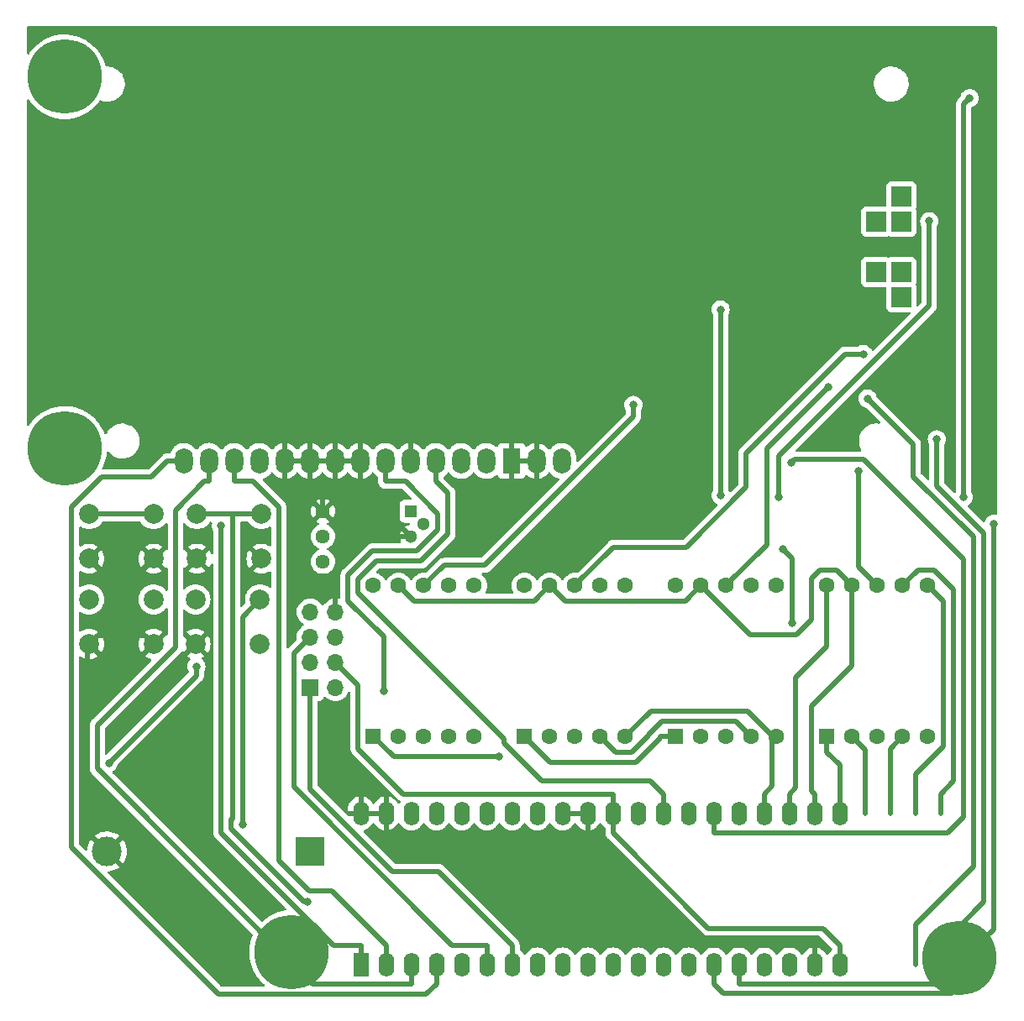
<source format=gbr>
G04 #@! TF.GenerationSoftware,KiCad,Pcbnew,(6.0.8)*
G04 #@! TF.CreationDate,2024-09-25T21:25:08-03:00*
G04 #@! TF.ProjectId,Projeto_01,50726f6a-6574-46f5-9f30-312e6b696361,rev?*
G04 #@! TF.SameCoordinates,Original*
G04 #@! TF.FileFunction,Copper,L2,Bot*
G04 #@! TF.FilePolarity,Positive*
%FSLAX46Y46*%
G04 Gerber Fmt 4.6, Leading zero omitted, Abs format (unit mm)*
G04 Created by KiCad (PCBNEW (6.0.8)) date 2024-09-25 21:25:08*
%MOMM*%
%LPD*%
G01*
G04 APERTURE LIST*
G04 #@! TA.AperFunction,ComponentPad*
%ADD10C,2.000000*%
G04 #@! TD*
G04 #@! TA.AperFunction,ConnectorPad*
%ADD11C,7.500000*%
G04 #@! TD*
G04 #@! TA.AperFunction,ComponentPad*
%ADD12C,4.700000*%
G04 #@! TD*
G04 #@! TA.AperFunction,ComponentPad*
%ADD13R,1.600000X1.600000*%
G04 #@! TD*
G04 #@! TA.AperFunction,ComponentPad*
%ADD14C,1.600000*%
G04 #@! TD*
G04 #@! TA.AperFunction,ComponentPad*
%ADD15R,3.000000X3.000000*%
G04 #@! TD*
G04 #@! TA.AperFunction,ComponentPad*
%ADD16C,3.000000*%
G04 #@! TD*
G04 #@! TA.AperFunction,ComponentPad*
%ADD17R,1.600000X2.400000*%
G04 #@! TD*
G04 #@! TA.AperFunction,ComponentPad*
%ADD18O,1.600000X2.400000*%
G04 #@! TD*
G04 #@! TA.AperFunction,ComponentPad*
%ADD19C,1.440000*%
G04 #@! TD*
G04 #@! TA.AperFunction,ComponentPad*
%ADD20R,1.800000X2.600000*%
G04 #@! TD*
G04 #@! TA.AperFunction,ComponentPad*
%ADD21O,1.800000X2.600000*%
G04 #@! TD*
G04 #@! TA.AperFunction,ComponentPad*
%ADD22R,2.000000X2.000000*%
G04 #@! TD*
G04 #@! TA.AperFunction,ComponentPad*
%ADD23R,1.700000X1.700000*%
G04 #@! TD*
G04 #@! TA.AperFunction,ComponentPad*
%ADD24O,1.700000X1.700000*%
G04 #@! TD*
G04 #@! TA.AperFunction,ComponentPad*
%ADD25R,1.300000X1.300000*%
G04 #@! TD*
G04 #@! TA.AperFunction,ComponentPad*
%ADD26C,1.300000*%
G04 #@! TD*
G04 #@! TA.AperFunction,ViaPad*
%ADD27C,0.800000*%
G04 #@! TD*
G04 #@! TA.AperFunction,Conductor*
%ADD28C,0.500000*%
G04 #@! TD*
G04 APERTURE END LIST*
D10*
G04 #@! TO.P,SW2,1,1*
G04 #@! TO.N,GND*
X174550000Y-97210000D03*
X181050000Y-97210000D03*
G04 #@! TO.P,SW2,2,2*
G04 #@! TO.N,S1*
X181050000Y-92710000D03*
X174550000Y-92710000D03*
G04 #@! TD*
D11*
G04 #@! TO.P,H3,1*
G04 #@! TO.N,N/C*
X172085000Y-40005000D03*
D12*
X172085000Y-40005000D03*
G04 #@! TD*
G04 #@! TO.P,H4,1*
G04 #@! TO.N,N/C*
X172085000Y-77470000D03*
D11*
X172085000Y-77470000D03*
G04 #@! TD*
D13*
G04 #@! TO.P,U3,1,E*
G04 #@! TO.N,e*
X233680000Y-106557500D03*
D14*
G04 #@! TO.P,U3,2,D*
G04 #@! TO.N,d*
X236220000Y-106557500D03*
G04 #@! TO.P,U3,3,CC*
G04 #@! TO.N,unconnected-(U3-Pad3)*
X238760000Y-106557500D03*
G04 #@! TO.P,U3,4,C*
G04 #@! TO.N,c*
X241300000Y-106557500D03*
G04 #@! TO.P,U3,5,DP*
G04 #@! TO.N,h*
X243840000Y-106557500D03*
G04 #@! TO.P,U3,6,B*
G04 #@! TO.N,b*
X243840000Y-91317500D03*
G04 #@! TO.P,U3,7,A*
G04 #@! TO.N,a*
X241300000Y-91317500D03*
G04 #@! TO.P,U3,8,CC*
G04 #@! TO.N,Net-(Q3-Pad3)*
X238760000Y-91317500D03*
G04 #@! TO.P,U3,9,F*
G04 #@! TO.N,f*
X236220000Y-91317500D03*
G04 #@! TO.P,U3,10,G*
G04 #@! TO.N,g*
X233680000Y-91317500D03*
G04 #@! TD*
D13*
G04 #@! TO.P,U4,1,E*
G04 #@! TO.N,e*
X248920000Y-106557500D03*
D14*
G04 #@! TO.P,U4,2,D*
G04 #@! TO.N,d*
X251460000Y-106557500D03*
G04 #@! TO.P,U4,3,CC*
G04 #@! TO.N,unconnected-(U4-Pad3)*
X254000000Y-106557500D03*
G04 #@! TO.P,U4,4,C*
G04 #@! TO.N,c*
X256540000Y-106557500D03*
G04 #@! TO.P,U4,5,DP*
G04 #@! TO.N,h*
X259080000Y-106557500D03*
G04 #@! TO.P,U4,6,B*
G04 #@! TO.N,b*
X259080000Y-91317500D03*
G04 #@! TO.P,U4,7,A*
G04 #@! TO.N,a*
X256540000Y-91317500D03*
G04 #@! TO.P,U4,8,CC*
G04 #@! TO.N,Net-(Q4-Pad3)*
X254000000Y-91317500D03*
G04 #@! TO.P,U4,9,F*
G04 #@! TO.N,f*
X251460000Y-91317500D03*
G04 #@! TO.P,U4,10,G*
G04 #@! TO.N,g*
X248920000Y-91317500D03*
G04 #@! TD*
D11*
G04 #@! TO.P,H2,1*
G04 #@! TO.N,N/C*
X262255000Y-128905000D03*
D12*
X262255000Y-128905000D03*
G04 #@! TD*
D10*
G04 #@! TO.P,SW1,1,1*
G04 #@! TO.N,GND*
X174550000Y-88610000D03*
X181050000Y-88610000D03*
G04 #@! TO.P,SW1,2,2*
G04 #@! TO.N,S0*
X174550000Y-84110000D03*
X181050000Y-84110000D03*
G04 #@! TD*
G04 #@! TO.P,SW3,1,1*
G04 #@! TO.N,GND*
X191920000Y-88610000D03*
X185420000Y-88610000D03*
G04 #@! TO.P,SW3,2,2*
G04 #@! TO.N,S2*
X191920000Y-84110000D03*
X185420000Y-84110000D03*
G04 #@! TD*
D13*
G04 #@! TO.P,U2,1,E*
G04 #@! TO.N,e*
X218440000Y-106557500D03*
D14*
G04 #@! TO.P,U2,2,D*
G04 #@! TO.N,d*
X220980000Y-106557500D03*
G04 #@! TO.P,U2,3,CC*
G04 #@! TO.N,unconnected-(U2-Pad3)*
X223520000Y-106557500D03*
G04 #@! TO.P,U2,4,C*
G04 #@! TO.N,c*
X226060000Y-106557500D03*
G04 #@! TO.P,U2,5,DP*
G04 #@! TO.N,h*
X228600000Y-106557500D03*
G04 #@! TO.P,U2,6,B*
G04 #@! TO.N,b*
X228600000Y-91317500D03*
G04 #@! TO.P,U2,7,A*
G04 #@! TO.N,a*
X226060000Y-91317500D03*
G04 #@! TO.P,U2,8,CC*
G04 #@! TO.N,Net-(Q2-Pad3)*
X223520000Y-91317500D03*
G04 #@! TO.P,U2,9,F*
G04 #@! TO.N,f*
X220980000Y-91317500D03*
G04 #@! TO.P,U2,10,G*
G04 #@! TO.N,g*
X218440000Y-91317500D03*
G04 #@! TD*
D13*
G04 #@! TO.P,U1,1,E*
G04 #@! TO.N,e*
X203200000Y-106557500D03*
D14*
G04 #@! TO.P,U1,2,D*
G04 #@! TO.N,d*
X205740000Y-106557500D03*
G04 #@! TO.P,U1,3,CC*
G04 #@! TO.N,unconnected-(U1-Pad3)*
X208280000Y-106557500D03*
G04 #@! TO.P,U1,4,C*
G04 #@! TO.N,c*
X210820000Y-106557500D03*
G04 #@! TO.P,U1,5,DP*
G04 #@! TO.N,h*
X213360000Y-106557500D03*
G04 #@! TO.P,U1,6,B*
G04 #@! TO.N,b*
X213360000Y-91317500D03*
G04 #@! TO.P,U1,7,A*
G04 #@! TO.N,a*
X210820000Y-91317500D03*
G04 #@! TO.P,U1,8,CC*
G04 #@! TO.N,Net-(Q1-Pad3)*
X208280000Y-91317500D03*
G04 #@! TO.P,U1,9,F*
G04 #@! TO.N,f*
X205740000Y-91317500D03*
G04 #@! TO.P,U1,10,G*
G04 #@! TO.N,g*
X203200000Y-91317500D03*
G04 #@! TD*
D15*
G04 #@! TO.P,BT1,1,+*
G04 #@! TO.N,Net-(BT1-Pad1)*
X196850000Y-118110000D03*
D16*
G04 #@! TO.P,BT1,2,-*
G04 #@! TO.N,GND*
X176360000Y-118110000D03*
G04 #@! TD*
D17*
G04 #@! TO.P,U5,1,PB12*
G04 #@! TO.N,D4*
X201940000Y-129520000D03*
D18*
G04 #@! TO.P,U5,2,PB13*
G04 #@! TO.N,D5*
X204480000Y-129520000D03*
G04 #@! TO.P,U5,3,PB14*
G04 #@! TO.N,D6*
X207020000Y-129520000D03*
G04 #@! TO.P,U5,4,PB15*
G04 #@! TO.N,D7*
X209560000Y-129520000D03*
G04 #@! TO.P,U5,5,PA8*
G04 #@! TO.N,Unidade*
X212100000Y-129520000D03*
G04 #@! TO.P,U5,6,PA9*
G04 #@! TO.N,RX*
X214640000Y-129520000D03*
G04 #@! TO.P,U5,7,PA10*
G04 #@! TO.N,TX*
X217180000Y-129520000D03*
G04 #@! TO.P,U5,8,PA11*
G04 #@! TO.N,USB+*
X219720000Y-129520000D03*
G04 #@! TO.P,U5,9,PA12*
G04 #@! TO.N,USB-*
X222260000Y-129520000D03*
G04 #@! TO.P,U5,10,PA15*
G04 #@! TO.N,S0*
X224800000Y-129520000D03*
G04 #@! TO.P,U5,11,PB3*
G04 #@! TO.N,S1*
X227340000Y-129520000D03*
G04 #@! TO.P,U5,12,PB4*
G04 #@! TO.N,S2*
X229880000Y-129520000D03*
G04 #@! TO.P,U5,13,PB5*
G04 #@! TO.N,S3*
X232420000Y-129520000D03*
G04 #@! TO.P,U5,14,PB6*
G04 #@! TO.N,L0*
X234960000Y-129520000D03*
G04 #@! TO.P,U5,15,PB7*
G04 #@! TO.N,L1*
X237500000Y-129520000D03*
G04 #@! TO.P,U5,16,PB8*
G04 #@! TO.N,L2*
X240040000Y-129520000D03*
G04 #@! TO.P,U5,17,PB9*
G04 #@! TO.N,L3*
X242580000Y-129520000D03*
G04 #@! TO.P,U5,18,5V*
G04 #@! TO.N,+5V*
X245120000Y-129520000D03*
G04 #@! TO.P,U5,19,GND*
G04 #@! TO.N,GND*
X247660000Y-129520000D03*
G04 #@! TO.P,U5,20,3V3*
G04 #@! TO.N,3V3*
X250200000Y-129520000D03*
G04 #@! TO.P,U5,21,VBAT*
G04 #@! TO.N,Net-(BT1-Pad1)*
X250200000Y-114280000D03*
G04 #@! TO.P,U5,22,PC13*
G04 #@! TO.N,Keep_Alive*
X247660000Y-114280000D03*
G04 #@! TO.P,U5,23,PC14*
G04 #@! TO.N,Centena*
X245120000Y-114280000D03*
G04 #@! TO.P,U5,24,PC15*
G04 #@! TO.N,Milhar*
X242580000Y-114280000D03*
G04 #@! TO.P,U5,25,PA0*
G04 #@! TO.N,a*
X240040000Y-114280000D03*
G04 #@! TO.P,U5,26,PA1*
G04 #@! TO.N,b*
X237500000Y-114280000D03*
G04 #@! TO.P,U5,27,PA2*
G04 #@! TO.N,c*
X234960000Y-114280000D03*
G04 #@! TO.P,U5,28,PA3*
G04 #@! TO.N,d*
X232420000Y-114280000D03*
G04 #@! TO.P,U5,29,PA4*
G04 #@! TO.N,e*
X229880000Y-114280000D03*
G04 #@! TO.P,U5,30,PA5*
G04 #@! TO.N,f*
X227340000Y-114280000D03*
G04 #@! TO.P,U5,31,PA6*
G04 #@! TO.N,g*
X224800000Y-114280000D03*
G04 #@! TO.P,U5,32,PA7*
G04 #@! TO.N,h*
X222260000Y-114280000D03*
G04 #@! TO.P,U5,33,PB0*
G04 #@! TO.N,Temperatura*
X219720000Y-114280000D03*
G04 #@! TO.P,U5,34,PB1*
G04 #@! TO.N,Dezena*
X217180000Y-114280000D03*
G04 #@! TO.P,U5,35,PB10*
G04 #@! TO.N,Enable*
X214640000Y-114280000D03*
G04 #@! TO.P,U5,36,PB11*
G04 #@! TO.N,RS*
X212100000Y-114280000D03*
G04 #@! TO.P,U5,37,Reset*
G04 #@! TO.N,unconnected-(U5-Pad37)*
X209560000Y-114280000D03*
G04 #@! TO.P,U5,38,3v3*
G04 #@! TO.N,3V3*
X207020000Y-114280000D03*
G04 #@! TO.P,U5,39,GND*
G04 #@! TO.N,GND*
X204480000Y-114280000D03*
G04 #@! TO.P,U5,40,GND*
X201940000Y-114280000D03*
G04 #@! TD*
D12*
G04 #@! TO.P,H1,1*
G04 #@! TO.N,N/C*
X194945000Y-128270000D03*
D11*
X194945000Y-128270000D03*
G04 #@! TD*
D10*
G04 #@! TO.P,SW4,1,1*
G04 #@! TO.N,GND*
X185270000Y-97210000D03*
X191770000Y-97210000D03*
G04 #@! TO.P,SW4,2,2*
G04 #@! TO.N,S3*
X191770000Y-92710000D03*
X185270000Y-92710000D03*
G04 #@! TD*
D19*
G04 #@! TO.P,RV1,1,1*
G04 #@! TO.N,GND*
X198120000Y-83820000D03*
G04 #@! TO.P,RV1,2,2*
G04 #@! TO.N,Net-(DS1-Pad3)*
X198120000Y-86360000D03*
G04 #@! TO.P,RV1,3,3*
G04 #@! TO.N,+5V*
X198120000Y-88900000D03*
G04 #@! TD*
D20*
G04 #@! TO.P,DS1,1,VSS*
G04 #@! TO.N,GND*
X217120000Y-78740000D03*
D21*
G04 #@! TO.P,DS1,2,VDD*
G04 #@! TO.N,+5V*
X214580000Y-78740000D03*
G04 #@! TO.P,DS1,3,VO*
G04 #@! TO.N,Net-(DS1-Pad3)*
X212040000Y-78740000D03*
G04 #@! TO.P,DS1,4,RS*
G04 #@! TO.N,RS*
X209500000Y-78740000D03*
G04 #@! TO.P,DS1,5,R/W*
G04 #@! TO.N,GND*
X206960000Y-78740000D03*
G04 #@! TO.P,DS1,6,E*
G04 #@! TO.N,Enable*
X204420000Y-78740000D03*
G04 #@! TO.P,DS1,7,D0*
G04 #@! TO.N,GND*
X201880000Y-78740000D03*
G04 #@! TO.P,DS1,8,D1*
X199340000Y-78740000D03*
G04 #@! TO.P,DS1,9,D2*
X196800000Y-78740000D03*
G04 #@! TO.P,DS1,10,D3*
X194260000Y-78740000D03*
G04 #@! TO.P,DS1,11,D4*
G04 #@! TO.N,D4*
X191720000Y-78740000D03*
G04 #@! TO.P,DS1,12,D5*
G04 #@! TO.N,D5*
X189180000Y-78740000D03*
G04 #@! TO.P,DS1,13,D6*
G04 #@! TO.N,D6*
X186634920Y-78737460D03*
G04 #@! TO.P,DS1,14,D7*
G04 #@! TO.N,D7*
X184100000Y-78740000D03*
G04 #@! TO.P,DS1,15,LED(+)*
G04 #@! TO.N,Net-(D7-Pad1)*
X222200000Y-78740000D03*
G04 #@! TO.P,DS1,16,LED(-)*
G04 #@! TO.N,GND*
X219654920Y-78737460D03*
D22*
G04 #@! TO.P,DS1,A1*
G04 #@! TO.N,N/C*
X253860000Y-54600000D03*
X256400000Y-52060000D03*
X256400000Y-54600000D03*
G04 #@! TO.P,DS1,K1*
X256400000Y-59680000D03*
X256400000Y-62220000D03*
X253860000Y-59680000D03*
G04 #@! TD*
D23*
G04 #@! TO.P,J1,1,TX*
G04 #@! TO.N,TX*
X196830000Y-101590000D03*
D24*
G04 #@! TO.P,J1,2,CHPD*
G04 #@! TO.N,CHPD*
X199370000Y-101590000D03*
G04 #@! TO.P,J1,3,RST*
G04 #@! TO.N,unconnected-(J1-Pad3)*
X196830000Y-99050000D03*
G04 #@! TO.P,J1,4,VDD*
G04 #@! TO.N,3V3*
X199370000Y-99050000D03*
G04 #@! TO.P,J1,5,RX*
G04 #@! TO.N,RX*
X196830000Y-96510000D03*
G04 #@! TO.P,J1,6,GPID0*
G04 #@! TO.N,unconnected-(J1-Pad6)*
X199370000Y-96510000D03*
G04 #@! TO.P,J1,7,GPID2*
G04 #@! TO.N,unconnected-(J1-Pad7)*
X196830000Y-93970000D03*
G04 #@! TO.P,J1,8,GND*
G04 #@! TO.N,GND*
X199370000Y-93970000D03*
G04 #@! TD*
D25*
G04 #@! TO.P,U6,1,+VS*
G04 #@! TO.N,+5V*
X207010000Y-83820000D03*
D26*
G04 #@! TO.P,U6,2,Vout*
G04 #@! TO.N,Temperatura*
X208280000Y-85090000D03*
G04 #@! TO.P,U6,3,GND*
G04 #@! TO.N,GND*
X207010000Y-86360000D03*
G04 #@! TD*
D27*
G04 #@! TO.N,e*
X215841900Y-108592100D03*
G04 #@! TO.N,S3*
X190041200Y-115381700D03*
G04 #@! TO.N,S2*
X196564400Y-123219400D03*
G04 #@! TO.N,Unidade*
X238192300Y-82213800D03*
X238192300Y-63479500D03*
G04 #@! TO.N,Dezena*
X245328200Y-78894900D03*
G04 #@! TO.N,Centena*
X253009000Y-72459000D03*
G04 #@! TO.N,L3*
X244482400Y-87630600D03*
X245390400Y-95125000D03*
G04 #@! TO.N,L2*
X265700300Y-85090000D03*
G04 #@! TO.N,L1*
X265130100Y-128194000D03*
G04 #@! TO.N,Milhar*
X259984500Y-76548800D03*
G04 #@! TO.N,Net-(Q4-Pad3)*
X252060000Y-79745800D03*
G04 #@! TO.N,Net-(Q3-Pad3)*
X249065300Y-71285100D03*
G04 #@! TO.N,Net-(Q2-Pad3)*
X252582300Y-67970300D03*
G04 #@! TO.N,Net-(Q1-Pad3)*
X229409300Y-73085500D03*
G04 #@! TO.N,D4*
X187827000Y-85274800D03*
G04 #@! TO.N,Enable*
X204273000Y-101923800D03*
G04 #@! TO.N,Net-(D6-Pad2)*
X185355500Y-99467000D03*
X176532300Y-109213700D03*
G04 #@! TO.N,Net-(D4-Pad2)*
X259228600Y-54565400D03*
X244034100Y-82396200D03*
G04 #@! TO.N,Net-(D2-Pad2)*
X263288000Y-42155000D03*
X262699300Y-82370100D03*
G04 #@! TO.N,GND*
X237016600Y-83452800D03*
X256858700Y-56639800D03*
G04 #@! TD*
D28*
G04 #@! TO.N,g*
X245762300Y-111687400D02*
X245120000Y-112329700D01*
X245762300Y-100618600D02*
X245762300Y-111687400D01*
X248920000Y-97460900D02*
X245762300Y-100618600D01*
X248920000Y-91317500D02*
X248920000Y-97460900D01*
X245120000Y-114280000D02*
X245120000Y-112329700D01*
G04 #@! TO.N,f*
X247660000Y-114280000D02*
X247660000Y-112329700D01*
X219429600Y-92867900D02*
X220980000Y-91317500D01*
X207290400Y-92867900D02*
X219429600Y-92867900D01*
X205740000Y-91317500D02*
X207290400Y-92867900D01*
X251460000Y-99389900D02*
X251460000Y-91317500D01*
X247346400Y-103503500D02*
X251460000Y-99389900D01*
X247346400Y-112016100D02*
X247346400Y-103503500D01*
X247660000Y-112329700D02*
X247346400Y-112016100D01*
X222530400Y-92867900D02*
X220980000Y-91317500D01*
X234669600Y-92867900D02*
X222530400Y-92867900D01*
X236220000Y-91317500D02*
X234669600Y-92867900D01*
X249901700Y-89759200D02*
X251460000Y-91317500D01*
X248213600Y-89759200D02*
X249901700Y-89759200D01*
X247355400Y-90617400D02*
X248213600Y-89759200D01*
X247355400Y-94786900D02*
X247355400Y-90617400D01*
X245849500Y-96292800D02*
X247355400Y-94786900D01*
X241195300Y-96292800D02*
X245849500Y-96292800D01*
X236220000Y-91317500D02*
X241195300Y-96292800D01*
G04 #@! TO.N,a*
X260360000Y-114280000D02*
X260360000Y-112329700D01*
X261656300Y-111033400D02*
X260360000Y-112329700D01*
X261656300Y-91697600D02*
X261656300Y-111033400D01*
X259725700Y-89767000D02*
X261656300Y-91697600D01*
X258090500Y-89767000D02*
X259725700Y-89767000D01*
X256540000Y-91317500D02*
X258090500Y-89767000D01*
G04 #@! TO.N,b*
X257820000Y-110315800D02*
X257820000Y-114280000D01*
X260632400Y-107503400D02*
X257820000Y-110315800D01*
X260632400Y-92869900D02*
X260632400Y-107503400D01*
X259080000Y-91317500D02*
X260632400Y-92869900D01*
G04 #@! TO.N,h*
X242580000Y-114280000D02*
X242580000Y-112329700D01*
X243840000Y-106557500D02*
X243402600Y-106557500D01*
X243402600Y-106467500D02*
X243402600Y-106557500D01*
X240906200Y-103971100D02*
X243402600Y-106467500D01*
X231186400Y-103971100D02*
X240906200Y-103971100D01*
X228600000Y-106557500D02*
X231186400Y-103971100D01*
X243402600Y-111507100D02*
X242580000Y-112329700D01*
X243402600Y-106557500D02*
X243402600Y-111507100D01*
G04 #@! TO.N,c*
X239713900Y-104971400D02*
X241300000Y-106557500D01*
X232283500Y-104971400D02*
X239713900Y-104971400D01*
X230943600Y-106311300D02*
X232283500Y-104971400D01*
X230943600Y-106407900D02*
X230943600Y-106311300D01*
X229243700Y-108107800D02*
X230943600Y-106407900D01*
X227610300Y-108107800D02*
X229243700Y-108107800D01*
X226060000Y-106557500D02*
X227610300Y-108107800D01*
X255280000Y-107817500D02*
X255280000Y-114280000D01*
X256540000Y-106557500D02*
X255280000Y-107817500D01*
G04 #@! TO.N,d*
X252740000Y-107837500D02*
X252740000Y-114280000D01*
X251460000Y-106557500D02*
X252740000Y-107837500D01*
G04 #@! TO.N,e*
X232129700Y-106654400D02*
X232129700Y-106557500D01*
X229670300Y-109113800D02*
X232129700Y-106654400D01*
X220996300Y-109113800D02*
X229670300Y-109113800D01*
X218440000Y-106557500D02*
X220996300Y-109113800D01*
X233680000Y-106557500D02*
X232129700Y-106557500D01*
X250200000Y-109387800D02*
X250200000Y-114280000D01*
X248920000Y-108107800D02*
X250200000Y-109387800D01*
X248920000Y-106557500D02*
X248920000Y-108107800D01*
X205234600Y-108592100D02*
X215841900Y-108592100D01*
X203200000Y-106557500D02*
X205234600Y-108592100D01*
G04 #@! TO.N,S3*
X189998800Y-115339300D02*
X190041200Y-115381700D01*
X189998800Y-94481200D02*
X189998800Y-115339300D01*
X191770000Y-92710000D02*
X189998800Y-94481200D01*
G04 #@! TO.N,S2*
X185420000Y-84110000D02*
X188998400Y-84110000D01*
X188998400Y-84110000D02*
X191920000Y-84110000D01*
X196249100Y-123219400D02*
X196564400Y-123219400D01*
X188890900Y-115861200D02*
X196249100Y-123219400D01*
X188890900Y-114905300D02*
X188890900Y-115861200D01*
X188998400Y-114797800D02*
X188890900Y-114905300D01*
X188998400Y-84110000D02*
X188998400Y-114797800D01*
G04 #@! TO.N,S0*
X181050000Y-84110000D02*
X174550000Y-84110000D01*
G04 #@! TO.N,Unidade*
X238192300Y-82213800D02*
X238192300Y-63479500D01*
G04 #@! TO.N,Dezena*
X261074900Y-116230300D02*
X237500000Y-116230300D01*
X262658500Y-114646700D02*
X261074900Y-116230300D01*
X262658500Y-88617100D02*
X262658500Y-114646700D01*
X252627200Y-78585800D02*
X262658500Y-88617100D01*
X245637300Y-78585800D02*
X252627200Y-78585800D01*
X245328200Y-78894900D02*
X245637300Y-78585800D01*
X237500000Y-114280000D02*
X237500000Y-116230300D01*
G04 #@! TO.N,Centena*
X257820000Y-125523000D02*
X257820000Y-129520000D01*
X263699600Y-119643400D02*
X257820000Y-125523000D01*
X263699600Y-86412100D02*
X263699600Y-119643400D01*
X257638900Y-80351400D02*
X263699600Y-86412100D01*
X257638900Y-77088900D02*
X257638900Y-80351400D01*
X253009000Y-72459000D02*
X257638900Y-77088900D01*
G04 #@! TO.N,L3*
X245390400Y-88538600D02*
X245390400Y-95125000D01*
X244482400Y-87630600D02*
X245390400Y-88538600D01*
G04 #@! TO.N,L2*
X240040000Y-129520000D02*
X240040000Y-131470300D01*
X265700300Y-125997100D02*
X265700300Y-85090000D01*
X263979800Y-127717600D02*
X265700300Y-125997100D01*
X263979800Y-128541200D02*
X263979800Y-127717600D01*
X261050700Y-131470300D02*
X263979800Y-128541200D01*
X240040000Y-131470300D02*
X261050700Y-131470300D01*
G04 #@! TO.N,L1*
X238500400Y-132470700D02*
X237500000Y-131470300D01*
X261508700Y-132470700D02*
X238500400Y-132470700D01*
X265130100Y-128849300D02*
X261508700Y-132470700D01*
X265130100Y-128194000D02*
X265130100Y-128849300D01*
X237500000Y-129520000D02*
X237500000Y-131470300D01*
G04 #@! TO.N,Milhar*
X260360000Y-129520000D02*
X260360000Y-127569700D01*
X259984500Y-81282300D02*
X259984500Y-76548800D01*
X264700000Y-85997800D02*
X259984500Y-81282300D01*
X264700000Y-123229700D02*
X264700000Y-85997800D01*
X260360000Y-127569700D02*
X264700000Y-123229700D01*
G04 #@! TO.N,Net-(Q4-Pad3)*
X252060000Y-89377500D02*
X252060000Y-79745800D01*
X254000000Y-91317500D02*
X252060000Y-89377500D01*
G04 #@! TO.N,Net-(Q3-Pad3)*
X242883700Y-87193800D02*
X238760000Y-91317500D01*
X242883700Y-77466700D02*
X242883700Y-87193800D01*
X249065300Y-71285100D02*
X242883700Y-77466700D01*
G04 #@! TO.N,Net-(Q2-Pad3)*
X227371000Y-87466500D02*
X223520000Y-91317500D01*
X234697800Y-87466500D02*
X227371000Y-87466500D01*
X240749800Y-81414500D02*
X234697800Y-87466500D01*
X240749800Y-77973900D02*
X240749800Y-81414500D01*
X250753400Y-67970300D02*
X240749800Y-77973900D01*
X252582300Y-67970300D02*
X250753400Y-67970300D01*
G04 #@! TO.N,Net-(Q1-Pad3)*
X229409300Y-74289700D02*
X229409300Y-73085500D01*
X214416500Y-89282500D02*
X229409300Y-74289700D01*
X210315000Y-89282500D02*
X214416500Y-89282500D01*
X208280000Y-91317500D02*
X210315000Y-89282500D01*
G04 #@! TO.N,RX*
X195206600Y-98133400D02*
X196830000Y-96510000D01*
X195206600Y-111624100D02*
X195206600Y-98133400D01*
X211152200Y-127569700D02*
X195206600Y-111624100D01*
X214640000Y-127569700D02*
X211152200Y-127569700D01*
X214640000Y-129520000D02*
X214640000Y-127569700D01*
G04 #@! TO.N,3V3*
X248498600Y-125868300D02*
X250200000Y-127569700D01*
X236978000Y-125868300D02*
X248498600Y-125868300D01*
X227340000Y-116230300D02*
X236978000Y-125868300D01*
X227340000Y-114280000D02*
X227340000Y-116230300D01*
X250200000Y-129520000D02*
X250200000Y-127569700D01*
X206228700Y-112329700D02*
X227340000Y-112329700D01*
X201649600Y-107750600D02*
X206228700Y-112329700D01*
X201649600Y-101329600D02*
X201649600Y-107750600D01*
X199370000Y-99050000D02*
X201649600Y-101329600D01*
X227340000Y-114280000D02*
X227340000Y-112329700D01*
G04 #@! TO.N,TX*
X217180000Y-129520000D02*
X217180000Y-127569700D01*
X196830000Y-101590000D02*
X196830000Y-103190300D01*
X196830100Y-103190300D02*
X196830000Y-103190300D01*
X196830100Y-111832100D02*
X196830100Y-103190300D01*
X205144700Y-120146700D02*
X196830100Y-111832100D01*
X209757000Y-120146700D02*
X205144700Y-120146700D01*
X217180000Y-127569700D02*
X209757000Y-120146700D01*
G04 #@! TO.N,D7*
X184100000Y-78740000D02*
X182449700Y-78740000D01*
X209560000Y-129520000D02*
X209560000Y-131470300D01*
X208510800Y-132519500D02*
X209560000Y-131470300D01*
X187571100Y-132519500D02*
X208510800Y-132519500D01*
X172778700Y-117727100D02*
X187571100Y-132519500D01*
X172778700Y-83387700D02*
X172778700Y-117727100D01*
X175776100Y-80390300D02*
X172778700Y-83387700D01*
X180799400Y-80390300D02*
X175776100Y-80390300D01*
X182449700Y-78740000D02*
X180799400Y-80390300D01*
G04 #@! TO.N,D6*
X197104600Y-131470300D02*
X207020000Y-131470300D01*
X175351500Y-109717200D02*
X197104600Y-131470300D01*
X175351500Y-105394500D02*
X175351500Y-109717200D01*
X183228800Y-97517200D02*
X175351500Y-105394500D01*
X183228800Y-83734600D02*
X183228800Y-97517200D01*
X186175600Y-80787800D02*
X183228800Y-83734600D01*
X186634900Y-80787800D02*
X186175600Y-80787800D01*
X186634900Y-78737500D02*
X186634900Y-80787800D01*
X207020000Y-129520000D02*
X207020000Y-131470300D01*
G04 #@! TO.N,D5*
X198978600Y-122068300D02*
X204480000Y-127569700D01*
X196692400Y-122068300D02*
X198978600Y-122068300D01*
X193670300Y-119046200D02*
X196692400Y-122068300D01*
X193670300Y-83382000D02*
X193670300Y-119046200D01*
X191078600Y-80790300D02*
X193670300Y-83382000D01*
X189180000Y-80790300D02*
X191078600Y-80790300D01*
X189180000Y-78740000D02*
X189180000Y-80790300D01*
X204480000Y-129520000D02*
X204480000Y-127569700D01*
G04 #@! TO.N,D4*
X201940000Y-129520000D02*
X201940000Y-127569700D01*
X199171800Y-127569700D02*
X201940000Y-127569700D01*
X187827000Y-116224900D02*
X199171800Y-127569700D01*
X187827000Y-85274800D02*
X187827000Y-116224900D01*
G04 #@! TO.N,Enable*
X204420000Y-78740000D02*
X204420000Y-80790300D01*
X204273000Y-96480100D02*
X204273000Y-101923800D01*
X200643100Y-92850200D02*
X204273000Y-96480100D01*
X200643100Y-90263500D02*
X200643100Y-92850200D01*
X203114700Y-87791900D02*
X200643100Y-90263500D01*
X207594200Y-87791900D02*
X203114700Y-87791900D01*
X209684100Y-85702000D02*
X207594200Y-87791900D01*
X209684100Y-84053400D02*
X209684100Y-85702000D01*
X206421000Y-80790300D02*
X209684100Y-84053400D01*
X204420000Y-80790300D02*
X206421000Y-80790300D01*
G04 #@! TO.N,RS*
X231093400Y-111003100D02*
X232420000Y-112329700D01*
X220210200Y-111003100D02*
X231093400Y-111003100D01*
X216395400Y-107188300D02*
X220210200Y-111003100D01*
X216395400Y-106770300D02*
X216395400Y-107188300D01*
X201646600Y-92021500D02*
X216395400Y-106770300D01*
X201646600Y-90676500D02*
X201646600Y-92021500D01*
X203492000Y-88831100D02*
X201646600Y-90676500D01*
X208026800Y-88831100D02*
X203492000Y-88831100D01*
X210702400Y-86155500D02*
X208026800Y-88831100D01*
X210702400Y-81992700D02*
X210702400Y-86155500D01*
X209500000Y-80790300D02*
X210702400Y-81992700D01*
X209500000Y-78740000D02*
X209500000Y-80790300D01*
X232420000Y-114280000D02*
X232420000Y-112329700D01*
G04 #@! TO.N,Net-(D6-Pad2)*
X185355500Y-100390500D02*
X176532300Y-109213700D01*
X185355500Y-99467000D02*
X185355500Y-100390500D01*
G04 #@! TO.N,Net-(D4-Pad2)*
X259228600Y-63082000D02*
X259228600Y-54565400D01*
X244034100Y-78276500D02*
X259228600Y-63082000D01*
X244034100Y-82396200D02*
X244034100Y-78276500D01*
G04 #@! TO.N,Net-(D2-Pad2)*
X262699300Y-42743700D02*
X263288000Y-42155000D01*
X262699300Y-82370100D02*
X262699300Y-42743700D01*
G04 #@! TO.N,GND*
X198120000Y-82010300D02*
X198120000Y-83820000D01*
X199340000Y-80790300D02*
X198120000Y-82010300D01*
X199340000Y-78740000D02*
X199340000Y-80790300D01*
X199370000Y-93970000D02*
X199370000Y-92369700D01*
X236139400Y-127569700D02*
X224800000Y-116230300D01*
X247660000Y-127569700D02*
X236139400Y-127569700D01*
X247660000Y-129520000D02*
X247660000Y-127569700D01*
X224800000Y-114280000D02*
X224800000Y-116230300D01*
X199640500Y-86360000D02*
X207010000Y-86360000D01*
X199640500Y-92099200D02*
X199640500Y-86360000D01*
X199370000Y-92369700D02*
X199640500Y-92099200D01*
X199640500Y-85340500D02*
X198120000Y-83820000D01*
X199640500Y-86360000D02*
X199640500Y-85340500D01*
X222260000Y-114280000D02*
X224800000Y-114280000D01*
X219654900Y-78737500D02*
X219654900Y-76687200D01*
X243338300Y-56639800D02*
X256858700Y-56639800D01*
X229891600Y-70086500D02*
X243338300Y-56639800D01*
X229891600Y-71926200D02*
X229891600Y-70086500D01*
X224415900Y-71926200D02*
X229891600Y-71926200D01*
X219654900Y-76687200D02*
X224415900Y-71926200D01*
X237016600Y-79051200D02*
X237016600Y-83452800D01*
X229891600Y-71926200D02*
X237016600Y-79051200D01*
X174333200Y-97426800D02*
X174550000Y-97210000D01*
X174333200Y-116083200D02*
X174333200Y-97426800D01*
X176360000Y-118110000D02*
X174333200Y-116083200D01*
X179299700Y-90360300D02*
X176300300Y-90360300D01*
X181050000Y-88610000D02*
X179299700Y-90360300D01*
X176300300Y-90360300D02*
X174550000Y-88610000D01*
X176300300Y-96334800D02*
X176300300Y-90360300D01*
X175425200Y-96334800D02*
X176300300Y-96334800D01*
X174550000Y-97210000D02*
X175425200Y-96334800D01*
X180174800Y-96334800D02*
X181050000Y-97210000D01*
X176300300Y-96334800D02*
X180174800Y-96334800D01*
G04 #@! TD*
G04 #@! TA.AperFunction,Conductor*
G04 #@! TO.N,GND*
G36*
X179743156Y-84888502D02*
G01*
X179782466Y-84928663D01*
X179825824Y-84999416D01*
X179829037Y-85003178D01*
X179950628Y-85145542D01*
X179980031Y-85179969D01*
X180160584Y-85334176D01*
X180164792Y-85336755D01*
X180164798Y-85336759D01*
X180343959Y-85446549D01*
X180363037Y-85458240D01*
X180367607Y-85460133D01*
X180367611Y-85460135D01*
X180455224Y-85496425D01*
X180582406Y-85549105D01*
X180642049Y-85563424D01*
X180808476Y-85603380D01*
X180808482Y-85603381D01*
X180813289Y-85604535D01*
X181050000Y-85623165D01*
X181286711Y-85604535D01*
X181291518Y-85603381D01*
X181291524Y-85603380D01*
X181457951Y-85563424D01*
X181517594Y-85549105D01*
X181644776Y-85496425D01*
X181732389Y-85460135D01*
X181732393Y-85460133D01*
X181736963Y-85458240D01*
X181756041Y-85446549D01*
X181935202Y-85336759D01*
X181935208Y-85336755D01*
X181939416Y-85334176D01*
X182119969Y-85179969D01*
X182139585Y-85157002D01*
X182248489Y-85029492D01*
X182307940Y-84990683D01*
X182378934Y-84990177D01*
X182438933Y-85028133D01*
X182468886Y-85092502D01*
X182470300Y-85111323D01*
X182470300Y-87628444D01*
X182450298Y-87696565D01*
X182396642Y-87743058D01*
X182326368Y-87753162D01*
X182310873Y-87745884D01*
X182283745Y-87741388D01*
X182273334Y-87745876D01*
X181422022Y-88597188D01*
X181414408Y-88611132D01*
X181414539Y-88612965D01*
X181418790Y-88619580D01*
X182270290Y-89471080D01*
X182284234Y-89478694D01*
X182296758Y-89477799D01*
X182335313Y-89463419D01*
X182404687Y-89478511D01*
X182454888Y-89528714D01*
X182470300Y-89589098D01*
X182470300Y-91708677D01*
X182450298Y-91776798D01*
X182396642Y-91823291D01*
X182326368Y-91833395D01*
X182261788Y-91803901D01*
X182248489Y-91790508D01*
X182123177Y-91643787D01*
X182119969Y-91640031D01*
X181939416Y-91485824D01*
X181935208Y-91483245D01*
X181935202Y-91483241D01*
X181741183Y-91364346D01*
X181736963Y-91361760D01*
X181732393Y-91359867D01*
X181732389Y-91359865D01*
X181522167Y-91272789D01*
X181522165Y-91272788D01*
X181517594Y-91270895D01*
X181437391Y-91251640D01*
X181291524Y-91216620D01*
X181291518Y-91216619D01*
X181286711Y-91215465D01*
X181050000Y-91196835D01*
X180813289Y-91215465D01*
X180808482Y-91216619D01*
X180808476Y-91216620D01*
X180662609Y-91251640D01*
X180582406Y-91270895D01*
X180577835Y-91272788D01*
X180577833Y-91272789D01*
X180367611Y-91359865D01*
X180367607Y-91359867D01*
X180363037Y-91361760D01*
X180358817Y-91364346D01*
X180164798Y-91483241D01*
X180164792Y-91483245D01*
X180160584Y-91485824D01*
X179980031Y-91640031D01*
X179825824Y-91820584D01*
X179823245Y-91824792D01*
X179823241Y-91824798D01*
X179708658Y-92011781D01*
X179701760Y-92023037D01*
X179699867Y-92027607D01*
X179699865Y-92027611D01*
X179629700Y-92197006D01*
X179610895Y-92242406D01*
X179609740Y-92247218D01*
X179557473Y-92464926D01*
X179555465Y-92473289D01*
X179536835Y-92710000D01*
X179555465Y-92946711D01*
X179556619Y-92951518D01*
X179556620Y-92951524D01*
X179574472Y-93025881D01*
X179610895Y-93177594D01*
X179612788Y-93182165D01*
X179612789Y-93182167D01*
X179698345Y-93388718D01*
X179701760Y-93396963D01*
X179704346Y-93401183D01*
X179823241Y-93595202D01*
X179823245Y-93595208D01*
X179825824Y-93599416D01*
X179980031Y-93779969D01*
X180160584Y-93934176D01*
X180164792Y-93936755D01*
X180164798Y-93936759D01*
X180358809Y-94055649D01*
X180363037Y-94058240D01*
X180367607Y-94060133D01*
X180367611Y-94060135D01*
X180577833Y-94147211D01*
X180582406Y-94149105D01*
X180653283Y-94166121D01*
X180808476Y-94203380D01*
X180808482Y-94203381D01*
X180813289Y-94204535D01*
X181050000Y-94223165D01*
X181286711Y-94204535D01*
X181291518Y-94203381D01*
X181291524Y-94203380D01*
X181446717Y-94166121D01*
X181517594Y-94149105D01*
X181522167Y-94147211D01*
X181732389Y-94060135D01*
X181732393Y-94060133D01*
X181736963Y-94058240D01*
X181741191Y-94055649D01*
X181935202Y-93936759D01*
X181935208Y-93936755D01*
X181939416Y-93934176D01*
X182119969Y-93779969D01*
X182194673Y-93692502D01*
X182248489Y-93629492D01*
X182307940Y-93590683D01*
X182378934Y-93590177D01*
X182438933Y-93628133D01*
X182468886Y-93692502D01*
X182470300Y-93711323D01*
X182470300Y-96228444D01*
X182450298Y-96296565D01*
X182396642Y-96343058D01*
X182326368Y-96353162D01*
X182310873Y-96345884D01*
X182283745Y-96341388D01*
X182273334Y-96345876D01*
X180188920Y-98430290D01*
X180182160Y-98442670D01*
X180187887Y-98450320D01*
X180359042Y-98555205D01*
X180367837Y-98559687D01*
X180577988Y-98646734D01*
X180587370Y-98649782D01*
X180720323Y-98681702D01*
X180781892Y-98717055D01*
X180814574Y-98780081D01*
X180807993Y-98850772D01*
X180780003Y-98893316D01*
X174862589Y-104810730D01*
X174848177Y-104823116D01*
X174836582Y-104831649D01*
X174836577Y-104831654D01*
X174830682Y-104835992D01*
X174825943Y-104841570D01*
X174825940Y-104841573D01*
X174796465Y-104876268D01*
X174789535Y-104883784D01*
X174783840Y-104889479D01*
X174781560Y-104892361D01*
X174766219Y-104911751D01*
X174763428Y-104915155D01*
X174720909Y-104965203D01*
X174716167Y-104970785D01*
X174712839Y-104977301D01*
X174709472Y-104982350D01*
X174706305Y-104987479D01*
X174701766Y-104993216D01*
X174670845Y-105059375D01*
X174668942Y-105063269D01*
X174635731Y-105128308D01*
X174633992Y-105135416D01*
X174631893Y-105141059D01*
X174629976Y-105146822D01*
X174626878Y-105153450D01*
X174625388Y-105160612D01*
X174625388Y-105160613D01*
X174612014Y-105224912D01*
X174611044Y-105229196D01*
X174593692Y-105300110D01*
X174593344Y-105305712D01*
X174593344Y-105305715D01*
X174593000Y-105311262D01*
X174593000Y-105311264D01*
X174592964Y-105311262D01*
X174592725Y-105315255D01*
X174592351Y-105319447D01*
X174590860Y-105326615D01*
X174591058Y-105333932D01*
X174592954Y-105404021D01*
X174593000Y-105407428D01*
X174593000Y-109650130D01*
X174591567Y-109669080D01*
X174589684Y-109681460D01*
X174588301Y-109690549D01*
X174588894Y-109697841D01*
X174588894Y-109697844D01*
X174592585Y-109743218D01*
X174593000Y-109753433D01*
X174593000Y-109761493D01*
X174593425Y-109765137D01*
X174596289Y-109789707D01*
X174596722Y-109794082D01*
X174602020Y-109859213D01*
X174602640Y-109866837D01*
X174604896Y-109873801D01*
X174606087Y-109879760D01*
X174607471Y-109885615D01*
X174608318Y-109892881D01*
X174633235Y-109961527D01*
X174634652Y-109965655D01*
X174640153Y-109982634D01*
X174657149Y-110035099D01*
X174660945Y-110041354D01*
X174663451Y-110046828D01*
X174666170Y-110052258D01*
X174668667Y-110059137D01*
X174672680Y-110065257D01*
X174672680Y-110065258D01*
X174708686Y-110120176D01*
X174711023Y-110123880D01*
X174748905Y-110186307D01*
X174752621Y-110190515D01*
X174752622Y-110190516D01*
X174756303Y-110194684D01*
X174756276Y-110194708D01*
X174758929Y-110197700D01*
X174761632Y-110200933D01*
X174765644Y-110207052D01*
X174770956Y-110212084D01*
X174821883Y-110260328D01*
X174824325Y-110262706D01*
X191003924Y-126442305D01*
X191037950Y-126504617D01*
X191030970Y-126576322D01*
X191032310Y-126576828D01*
X190891381Y-126949784D01*
X190891377Y-126949795D01*
X190890333Y-126952559D01*
X190889552Y-126955413D01*
X190889549Y-126955423D01*
X190785133Y-127337105D01*
X190785130Y-127337117D01*
X190784346Y-127339984D01*
X190715289Y-127735663D01*
X190715057Y-127738611D01*
X190684408Y-128128044D01*
X190683775Y-128136086D01*
X190686947Y-128337998D01*
X190688915Y-128463251D01*
X190690084Y-128537697D01*
X190734160Y-128936932D01*
X190734762Y-128939841D01*
X190734764Y-128939851D01*
X190760808Y-129065613D01*
X190815611Y-129330247D01*
X190816484Y-129333083D01*
X190816484Y-129333085D01*
X190932845Y-129711320D01*
X190933716Y-129714151D01*
X191087425Y-130085237D01*
X191275374Y-130440211D01*
X191276999Y-130442685D01*
X191277005Y-130442695D01*
X191427406Y-130671659D01*
X191495894Y-130775922D01*
X191747030Y-131089390D01*
X191749094Y-131091520D01*
X191749102Y-131091529D01*
X191934484Y-131282828D01*
X192026550Y-131377833D01*
X192123643Y-131460758D01*
X192215474Y-131539189D01*
X192254284Y-131598639D01*
X192254791Y-131669634D01*
X192216834Y-131729633D01*
X192152466Y-131759586D01*
X192133644Y-131761000D01*
X187937471Y-131761000D01*
X187869350Y-131740998D01*
X187848376Y-131724095D01*
X176451162Y-120326881D01*
X176417136Y-120264569D01*
X176422201Y-120193754D01*
X176464748Y-120136918D01*
X176525120Y-120112699D01*
X176732883Y-120087557D01*
X176741284Y-120085955D01*
X176997824Y-120018653D01*
X177005926Y-120015926D01*
X177250949Y-119914434D01*
X177258617Y-119910628D01*
X177487598Y-119776822D01*
X177494679Y-119772009D01*
X177574655Y-119709301D01*
X177583125Y-119697442D01*
X177576608Y-119685818D01*
X176001922Y-118111132D01*
X176724408Y-118111132D01*
X176724539Y-118112965D01*
X176728790Y-118119580D01*
X177935730Y-119326520D01*
X177947939Y-119333187D01*
X177959439Y-119324497D01*
X178056831Y-119191913D01*
X178061418Y-119184685D01*
X178187962Y-118951621D01*
X178191530Y-118943827D01*
X178285271Y-118695750D01*
X178287748Y-118687544D01*
X178346954Y-118429038D01*
X178348294Y-118420577D01*
X178372031Y-118154616D01*
X178372277Y-118149677D01*
X178372666Y-118112485D01*
X178372523Y-118107519D01*
X178354362Y-117841123D01*
X178353201Y-117832649D01*
X178299419Y-117572944D01*
X178297120Y-117564709D01*
X178208588Y-117314705D01*
X178205191Y-117306854D01*
X178083550Y-117071178D01*
X178079122Y-117063866D01*
X177960031Y-116894417D01*
X177949509Y-116886037D01*
X177936121Y-116893089D01*
X176732022Y-118097188D01*
X176724408Y-118111132D01*
X176001922Y-118111132D01*
X174783814Y-116893024D01*
X174771804Y-116886466D01*
X174760064Y-116895434D01*
X174651935Y-117045911D01*
X174647418Y-117053196D01*
X174523325Y-117287567D01*
X174519839Y-117295395D01*
X174428700Y-117544446D01*
X174426311Y-117552670D01*
X174369812Y-117811795D01*
X174368563Y-117820250D01*
X174359070Y-117940873D01*
X174333785Y-118007214D01*
X174276647Y-118049354D01*
X174205797Y-118053913D01*
X174144363Y-118020082D01*
X173574105Y-117449824D01*
X173540079Y-117387512D01*
X173537200Y-117360729D01*
X173537200Y-116522500D01*
X175136584Y-116522500D01*
X175142980Y-116533770D01*
X176347188Y-117737978D01*
X176361132Y-117745592D01*
X176362965Y-117745461D01*
X176369580Y-117741210D01*
X177576604Y-116534186D01*
X177583795Y-116521017D01*
X177576473Y-116510780D01*
X177529233Y-116472115D01*
X177522261Y-116467160D01*
X177296122Y-116328582D01*
X177288552Y-116324624D01*
X177045704Y-116218022D01*
X177037644Y-116215120D01*
X176782592Y-116142467D01*
X176774214Y-116140685D01*
X176511656Y-116103318D01*
X176503111Y-116102691D01*
X176237908Y-116101302D01*
X176229374Y-116101839D01*
X175966433Y-116136456D01*
X175958035Y-116138149D01*
X175702238Y-116208127D01*
X175694143Y-116210946D01*
X175450199Y-116314997D01*
X175442577Y-116318881D01*
X175215013Y-116455075D01*
X175207981Y-116459962D01*
X175145053Y-116510377D01*
X175136584Y-116522500D01*
X173537200Y-116522500D01*
X173537200Y-98582968D01*
X173557202Y-98514847D01*
X173610858Y-98468354D01*
X173681132Y-98458250D01*
X173729035Y-98475536D01*
X173859042Y-98555205D01*
X173867837Y-98559687D01*
X174077988Y-98646734D01*
X174087373Y-98649783D01*
X174308554Y-98702885D01*
X174318301Y-98704428D01*
X174545070Y-98722275D01*
X174554930Y-98722275D01*
X174781699Y-98704428D01*
X174791446Y-98702885D01*
X175012627Y-98649783D01*
X175022012Y-98646734D01*
X175232163Y-98559687D01*
X175240958Y-98555205D01*
X175408445Y-98452568D01*
X175417907Y-98442110D01*
X175414124Y-98433334D01*
X174279885Y-97299095D01*
X174245859Y-97236783D01*
X174247694Y-97211132D01*
X174914408Y-97211132D01*
X174914539Y-97212965D01*
X174918790Y-97219580D01*
X175770290Y-98071080D01*
X175782670Y-98077840D01*
X175790320Y-98072113D01*
X175895205Y-97900958D01*
X175899687Y-97892163D01*
X175986734Y-97682012D01*
X175989783Y-97672627D01*
X176042885Y-97451446D01*
X176044428Y-97441699D01*
X176062275Y-97214930D01*
X179537725Y-97214930D01*
X179555572Y-97441699D01*
X179557115Y-97451446D01*
X179610217Y-97672627D01*
X179613266Y-97682012D01*
X179700313Y-97892163D01*
X179704795Y-97900958D01*
X179807432Y-98068445D01*
X179817890Y-98077907D01*
X179826666Y-98074124D01*
X180677978Y-97222812D01*
X180685592Y-97208868D01*
X180685461Y-97207035D01*
X180681210Y-97200420D01*
X179829710Y-96348920D01*
X179817330Y-96342160D01*
X179809680Y-96347887D01*
X179704795Y-96519042D01*
X179700313Y-96527837D01*
X179613266Y-96737988D01*
X179610217Y-96747373D01*
X179557115Y-96968554D01*
X179555572Y-96978301D01*
X179537725Y-97205070D01*
X179537725Y-97214930D01*
X176062275Y-97214930D01*
X176062275Y-97205070D01*
X176044428Y-96978301D01*
X176042885Y-96968554D01*
X175989783Y-96747373D01*
X175986734Y-96737988D01*
X175899687Y-96527837D01*
X175895205Y-96519042D01*
X175792568Y-96351555D01*
X175782110Y-96342093D01*
X175773334Y-96345876D01*
X174922022Y-97197188D01*
X174914408Y-97211132D01*
X174247694Y-97211132D01*
X174250924Y-97165968D01*
X174279885Y-97120905D01*
X175411080Y-95989710D01*
X175417534Y-95977890D01*
X180182093Y-95977890D01*
X180185876Y-95986666D01*
X181037188Y-96837978D01*
X181051132Y-96845592D01*
X181052965Y-96845461D01*
X181059580Y-96841210D01*
X181911080Y-95989710D01*
X181917840Y-95977330D01*
X181912113Y-95969680D01*
X181740958Y-95864795D01*
X181732163Y-95860313D01*
X181522012Y-95773266D01*
X181512627Y-95770217D01*
X181291446Y-95717115D01*
X181281699Y-95715572D01*
X181054930Y-95697725D01*
X181045070Y-95697725D01*
X180818301Y-95715572D01*
X180808554Y-95717115D01*
X180587373Y-95770217D01*
X180577988Y-95773266D01*
X180367837Y-95860313D01*
X180359042Y-95864795D01*
X180191555Y-95967432D01*
X180182093Y-95977890D01*
X175417534Y-95977890D01*
X175417840Y-95977330D01*
X175412113Y-95969680D01*
X175240958Y-95864795D01*
X175232163Y-95860313D01*
X175022012Y-95773266D01*
X175012627Y-95770217D01*
X174791446Y-95717115D01*
X174781699Y-95715572D01*
X174554930Y-95697725D01*
X174545070Y-95697725D01*
X174318301Y-95715572D01*
X174308554Y-95717115D01*
X174087373Y-95770217D01*
X174077988Y-95773266D01*
X173867837Y-95860313D01*
X173859042Y-95864795D01*
X173729035Y-95944464D01*
X173660502Y-95963003D01*
X173592825Y-95941547D01*
X173547492Y-95886908D01*
X173537200Y-95837032D01*
X173537200Y-94083556D01*
X173557202Y-94015435D01*
X173610858Y-93968942D01*
X173681132Y-93958838D01*
X173729035Y-93976124D01*
X173858807Y-94055649D01*
X173858817Y-94055654D01*
X173863037Y-94058240D01*
X173867607Y-94060133D01*
X173867611Y-94060135D01*
X174077833Y-94147211D01*
X174082406Y-94149105D01*
X174153283Y-94166121D01*
X174308476Y-94203380D01*
X174308482Y-94203381D01*
X174313289Y-94204535D01*
X174550000Y-94223165D01*
X174786711Y-94204535D01*
X174791518Y-94203381D01*
X174791524Y-94203380D01*
X174946717Y-94166121D01*
X175017594Y-94149105D01*
X175022167Y-94147211D01*
X175232389Y-94060135D01*
X175232393Y-94060133D01*
X175236963Y-94058240D01*
X175241191Y-94055649D01*
X175435202Y-93936759D01*
X175435208Y-93936755D01*
X175439416Y-93934176D01*
X175619969Y-93779969D01*
X175774176Y-93599416D01*
X175776755Y-93595208D01*
X175776759Y-93595202D01*
X175895654Y-93401183D01*
X175898240Y-93396963D01*
X175901656Y-93388718D01*
X175987211Y-93182167D01*
X175987212Y-93182165D01*
X175989105Y-93177594D01*
X176025528Y-93025881D01*
X176043380Y-92951524D01*
X176043381Y-92951518D01*
X176044535Y-92946711D01*
X176063165Y-92710000D01*
X176044535Y-92473289D01*
X176042528Y-92464926D01*
X175990260Y-92247218D01*
X175989105Y-92242406D01*
X175970300Y-92197006D01*
X175900135Y-92027611D01*
X175900133Y-92027607D01*
X175898240Y-92023037D01*
X175891342Y-92011781D01*
X175776759Y-91824798D01*
X175776755Y-91824792D01*
X175774176Y-91820584D01*
X175619969Y-91640031D01*
X175439416Y-91485824D01*
X175435208Y-91483245D01*
X175435202Y-91483241D01*
X175241183Y-91364346D01*
X175236963Y-91361760D01*
X175232393Y-91359867D01*
X175232389Y-91359865D01*
X175022167Y-91272789D01*
X175022165Y-91272788D01*
X175017594Y-91270895D01*
X174937391Y-91251640D01*
X174791524Y-91216620D01*
X174791518Y-91216619D01*
X174786711Y-91215465D01*
X174550000Y-91196835D01*
X174313289Y-91215465D01*
X174308482Y-91216619D01*
X174308476Y-91216620D01*
X174162609Y-91251640D01*
X174082406Y-91270895D01*
X174077835Y-91272788D01*
X174077833Y-91272789D01*
X173867611Y-91359865D01*
X173867607Y-91359867D01*
X173863037Y-91361760D01*
X173858818Y-91364345D01*
X173858807Y-91364351D01*
X173729035Y-91443876D01*
X173660502Y-91462415D01*
X173592825Y-91440959D01*
X173547492Y-91386320D01*
X173537200Y-91336444D01*
X173537200Y-89982968D01*
X173557202Y-89914847D01*
X173610858Y-89868354D01*
X173681132Y-89858250D01*
X173729035Y-89875536D01*
X173859042Y-89955205D01*
X173867837Y-89959687D01*
X174077988Y-90046734D01*
X174087373Y-90049783D01*
X174308554Y-90102885D01*
X174318301Y-90104428D01*
X174545070Y-90122275D01*
X174554930Y-90122275D01*
X174781699Y-90104428D01*
X174791446Y-90102885D01*
X175012627Y-90049783D01*
X175022012Y-90046734D01*
X175232163Y-89959687D01*
X175240958Y-89955205D01*
X175408445Y-89852568D01*
X175417400Y-89842670D01*
X180182160Y-89842670D01*
X180187887Y-89850320D01*
X180359042Y-89955205D01*
X180367837Y-89959687D01*
X180577988Y-90046734D01*
X180587373Y-90049783D01*
X180808554Y-90102885D01*
X180818301Y-90104428D01*
X181045070Y-90122275D01*
X181054930Y-90122275D01*
X181281699Y-90104428D01*
X181291446Y-90102885D01*
X181512627Y-90049783D01*
X181522012Y-90046734D01*
X181732163Y-89959687D01*
X181740958Y-89955205D01*
X181908445Y-89852568D01*
X181917907Y-89842110D01*
X181914124Y-89833334D01*
X181062812Y-88982022D01*
X181048868Y-88974408D01*
X181047035Y-88974539D01*
X181040420Y-88978790D01*
X180188920Y-89830290D01*
X180182160Y-89842670D01*
X175417400Y-89842670D01*
X175417907Y-89842110D01*
X175414124Y-89833334D01*
X174279885Y-88699095D01*
X174245859Y-88636783D01*
X174247694Y-88611132D01*
X174914408Y-88611132D01*
X174914539Y-88612965D01*
X174918790Y-88619580D01*
X175770290Y-89471080D01*
X175782670Y-89477840D01*
X175790320Y-89472113D01*
X175895205Y-89300958D01*
X175899687Y-89292163D01*
X175986734Y-89082012D01*
X175989783Y-89072627D01*
X176042885Y-88851446D01*
X176044428Y-88841699D01*
X176062275Y-88614930D01*
X179537725Y-88614930D01*
X179555572Y-88841699D01*
X179557115Y-88851446D01*
X179610217Y-89072627D01*
X179613266Y-89082012D01*
X179700313Y-89292163D01*
X179704795Y-89300958D01*
X179807432Y-89468445D01*
X179817890Y-89477907D01*
X179826666Y-89474124D01*
X180677978Y-88622812D01*
X180685592Y-88608868D01*
X180685461Y-88607035D01*
X180681210Y-88600420D01*
X179829710Y-87748920D01*
X179817330Y-87742160D01*
X179809680Y-87747887D01*
X179704795Y-87919042D01*
X179700313Y-87927837D01*
X179613266Y-88137988D01*
X179610217Y-88147373D01*
X179557115Y-88368554D01*
X179555572Y-88378301D01*
X179537725Y-88605070D01*
X179537725Y-88614930D01*
X176062275Y-88614930D01*
X176062275Y-88605070D01*
X176044428Y-88378301D01*
X176042885Y-88368554D01*
X175989783Y-88147373D01*
X175986734Y-88137988D01*
X175899687Y-87927837D01*
X175895205Y-87919042D01*
X175792568Y-87751555D01*
X175782110Y-87742093D01*
X175773334Y-87745876D01*
X174922022Y-88597188D01*
X174914408Y-88611132D01*
X174247694Y-88611132D01*
X174250924Y-88565968D01*
X174279885Y-88520905D01*
X175411080Y-87389710D01*
X175417534Y-87377890D01*
X180182093Y-87377890D01*
X180185876Y-87386666D01*
X181037188Y-88237978D01*
X181051132Y-88245592D01*
X181052965Y-88245461D01*
X181059580Y-88241210D01*
X181911080Y-87389710D01*
X181917840Y-87377330D01*
X181912113Y-87369680D01*
X181740958Y-87264795D01*
X181732163Y-87260313D01*
X181522012Y-87173266D01*
X181512627Y-87170217D01*
X181291446Y-87117115D01*
X181281699Y-87115572D01*
X181054930Y-87097725D01*
X181045070Y-87097725D01*
X180818301Y-87115572D01*
X180808554Y-87117115D01*
X180587373Y-87170217D01*
X180577988Y-87173266D01*
X180367837Y-87260313D01*
X180359042Y-87264795D01*
X180191555Y-87367432D01*
X180182093Y-87377890D01*
X175417534Y-87377890D01*
X175417840Y-87377330D01*
X175412113Y-87369680D01*
X175240958Y-87264795D01*
X175232163Y-87260313D01*
X175022012Y-87173266D01*
X175012627Y-87170217D01*
X174791446Y-87117115D01*
X174781699Y-87115572D01*
X174554930Y-87097725D01*
X174545070Y-87097725D01*
X174318301Y-87115572D01*
X174308554Y-87117115D01*
X174087373Y-87170217D01*
X174077988Y-87173266D01*
X173867837Y-87260313D01*
X173859042Y-87264795D01*
X173729035Y-87344464D01*
X173660502Y-87363003D01*
X173592825Y-87341547D01*
X173547492Y-87286908D01*
X173537200Y-87237032D01*
X173537200Y-85483556D01*
X173557202Y-85415435D01*
X173610858Y-85368942D01*
X173681132Y-85358838D01*
X173729035Y-85376124D01*
X173858807Y-85455649D01*
X173858817Y-85455654D01*
X173863037Y-85458240D01*
X173867607Y-85460133D01*
X173867611Y-85460135D01*
X173955224Y-85496425D01*
X174082406Y-85549105D01*
X174142049Y-85563424D01*
X174308476Y-85603380D01*
X174308482Y-85603381D01*
X174313289Y-85604535D01*
X174550000Y-85623165D01*
X174786711Y-85604535D01*
X174791518Y-85603381D01*
X174791524Y-85603380D01*
X174957951Y-85563424D01*
X175017594Y-85549105D01*
X175144776Y-85496425D01*
X175232389Y-85460135D01*
X175232393Y-85460133D01*
X175236963Y-85458240D01*
X175256041Y-85446549D01*
X175435202Y-85336759D01*
X175435208Y-85336755D01*
X175439416Y-85334176D01*
X175619969Y-85179969D01*
X175649373Y-85145542D01*
X175770963Y-85003178D01*
X175774176Y-84999416D01*
X175817533Y-84928664D01*
X175870181Y-84881033D01*
X175924965Y-84868500D01*
X179675035Y-84868500D01*
X179743156Y-84888502D01*
G37*
G04 #@! TD.AperFunction*
G04 #@! TA.AperFunction,Conductor*
G36*
X200818513Y-101990914D02*
G01*
X200871731Y-102037907D01*
X200891100Y-102105032D01*
X200891100Y-107683530D01*
X200889667Y-107702480D01*
X200886401Y-107723949D01*
X200886994Y-107731241D01*
X200886994Y-107731244D01*
X200890685Y-107776618D01*
X200891100Y-107786833D01*
X200891100Y-107794893D01*
X200891525Y-107798537D01*
X200894389Y-107823107D01*
X200894822Y-107827482D01*
X200899745Y-107888000D01*
X200900740Y-107900237D01*
X200902996Y-107907201D01*
X200904187Y-107913160D01*
X200905571Y-107919015D01*
X200906418Y-107926281D01*
X200931335Y-107994927D01*
X200932752Y-107999055D01*
X200955249Y-108068499D01*
X200959045Y-108074754D01*
X200961551Y-108080228D01*
X200964270Y-108085658D01*
X200966767Y-108092537D01*
X200970780Y-108098657D01*
X200970780Y-108098658D01*
X201006786Y-108153576D01*
X201009123Y-108157280D01*
X201047005Y-108219707D01*
X201050721Y-108223915D01*
X201050722Y-108223916D01*
X201054403Y-108228084D01*
X201054376Y-108228108D01*
X201057029Y-108231100D01*
X201059732Y-108234333D01*
X201063744Y-108240452D01*
X201069056Y-108245484D01*
X201119983Y-108293728D01*
X201122425Y-108296106D01*
X205644930Y-112818611D01*
X205657316Y-112833023D01*
X205665849Y-112844618D01*
X205665854Y-112844623D01*
X205670192Y-112850518D01*
X205675770Y-112855257D01*
X205675773Y-112855260D01*
X205710468Y-112884735D01*
X205717984Y-112891665D01*
X205723679Y-112897360D01*
X205726561Y-112899640D01*
X205745951Y-112914981D01*
X205749355Y-112917772D01*
X205799403Y-112960291D01*
X205804985Y-112965033D01*
X205811501Y-112968361D01*
X205816550Y-112971728D01*
X205821681Y-112974896D01*
X205827416Y-112979434D01*
X205861614Y-112995417D01*
X205914857Y-113042378D01*
X205934259Y-113110672D01*
X205911477Y-113181835D01*
X205882477Y-113223251D01*
X205880154Y-113228233D01*
X205880151Y-113228238D01*
X205863919Y-113263049D01*
X205817002Y-113316334D01*
X205748725Y-113335795D01*
X205680765Y-113315253D01*
X205635529Y-113263049D01*
X205619414Y-113228489D01*
X205613931Y-113218993D01*
X205488972Y-113040533D01*
X205481916Y-113032125D01*
X205327875Y-112878084D01*
X205319467Y-112871028D01*
X205141007Y-112746069D01*
X205131511Y-112740586D01*
X204934053Y-112648510D01*
X204923761Y-112644764D01*
X204751497Y-112598606D01*
X204737401Y-112598942D01*
X204734000Y-112606884D01*
X204734000Y-115947967D01*
X204737973Y-115961498D01*
X204746522Y-115962727D01*
X204923761Y-115915236D01*
X204934053Y-115911490D01*
X205131511Y-115819414D01*
X205141007Y-115813931D01*
X205319467Y-115688972D01*
X205327875Y-115681916D01*
X205481916Y-115527875D01*
X205488972Y-115519467D01*
X205613931Y-115341007D01*
X205619414Y-115331511D01*
X205635529Y-115296951D01*
X205682446Y-115243666D01*
X205750723Y-115224205D01*
X205818683Y-115244747D01*
X205863919Y-115296951D01*
X205880151Y-115331762D01*
X205880154Y-115331767D01*
X205882477Y-115336749D01*
X206013802Y-115524300D01*
X206175700Y-115686198D01*
X206180208Y-115689355D01*
X206180211Y-115689357D01*
X206207769Y-115708653D01*
X206363251Y-115817523D01*
X206368233Y-115819846D01*
X206368238Y-115819849D01*
X206520206Y-115890712D01*
X206570757Y-115914284D01*
X206576065Y-115915706D01*
X206576067Y-115915707D01*
X206786598Y-115972119D01*
X206786600Y-115972119D01*
X206791913Y-115973543D01*
X207020000Y-115993498D01*
X207248087Y-115973543D01*
X207253400Y-115972119D01*
X207253402Y-115972119D01*
X207463933Y-115915707D01*
X207463935Y-115915706D01*
X207469243Y-115914284D01*
X207519794Y-115890712D01*
X207671762Y-115819849D01*
X207671767Y-115819846D01*
X207676749Y-115817523D01*
X207832231Y-115708653D01*
X207859789Y-115689357D01*
X207859792Y-115689355D01*
X207864300Y-115686198D01*
X208026198Y-115524300D01*
X208157523Y-115336749D01*
X208159846Y-115331767D01*
X208159849Y-115331762D01*
X208175805Y-115297543D01*
X208222722Y-115244258D01*
X208290999Y-115224797D01*
X208358959Y-115245339D01*
X208404195Y-115297543D01*
X208420151Y-115331762D01*
X208420154Y-115331767D01*
X208422477Y-115336749D01*
X208553802Y-115524300D01*
X208715700Y-115686198D01*
X208720208Y-115689355D01*
X208720211Y-115689357D01*
X208747769Y-115708653D01*
X208903251Y-115817523D01*
X208908233Y-115819846D01*
X208908238Y-115819849D01*
X209060206Y-115890712D01*
X209110757Y-115914284D01*
X209116065Y-115915706D01*
X209116067Y-115915707D01*
X209326598Y-115972119D01*
X209326600Y-115972119D01*
X209331913Y-115973543D01*
X209560000Y-115993498D01*
X209788087Y-115973543D01*
X209793400Y-115972119D01*
X209793402Y-115972119D01*
X210003933Y-115915707D01*
X210003935Y-115915706D01*
X210009243Y-115914284D01*
X210059794Y-115890712D01*
X210211762Y-115819849D01*
X210211767Y-115819846D01*
X210216749Y-115817523D01*
X210372231Y-115708653D01*
X210399789Y-115689357D01*
X210399792Y-115689355D01*
X210404300Y-115686198D01*
X210566198Y-115524300D01*
X210697523Y-115336749D01*
X210699846Y-115331767D01*
X210699849Y-115331762D01*
X210715805Y-115297543D01*
X210762722Y-115244258D01*
X210830999Y-115224797D01*
X210898959Y-115245339D01*
X210944195Y-115297543D01*
X210960151Y-115331762D01*
X210960154Y-115331767D01*
X210962477Y-115336749D01*
X211093802Y-115524300D01*
X211255700Y-115686198D01*
X211260208Y-115689355D01*
X211260211Y-115689357D01*
X211287769Y-115708653D01*
X211443251Y-115817523D01*
X211448233Y-115819846D01*
X211448238Y-115819849D01*
X211600206Y-115890712D01*
X211650757Y-115914284D01*
X211656065Y-115915706D01*
X211656067Y-115915707D01*
X211866598Y-115972119D01*
X211866600Y-115972119D01*
X211871913Y-115973543D01*
X212100000Y-115993498D01*
X212328087Y-115973543D01*
X212333400Y-115972119D01*
X212333402Y-115972119D01*
X212543933Y-115915707D01*
X212543935Y-115915706D01*
X212549243Y-115914284D01*
X212599794Y-115890712D01*
X212751762Y-115819849D01*
X212751767Y-115819846D01*
X212756749Y-115817523D01*
X212912231Y-115708653D01*
X212939789Y-115689357D01*
X212939792Y-115689355D01*
X212944300Y-115686198D01*
X213106198Y-115524300D01*
X213237523Y-115336749D01*
X213239846Y-115331767D01*
X213239849Y-115331762D01*
X213255805Y-115297543D01*
X213302722Y-115244258D01*
X213370999Y-115224797D01*
X213438959Y-115245339D01*
X213484195Y-115297543D01*
X213500151Y-115331762D01*
X213500154Y-115331767D01*
X213502477Y-115336749D01*
X213633802Y-115524300D01*
X213795700Y-115686198D01*
X213800208Y-115689355D01*
X213800211Y-115689357D01*
X213827769Y-115708653D01*
X213983251Y-115817523D01*
X213988233Y-115819846D01*
X213988238Y-115819849D01*
X214140206Y-115890712D01*
X214190757Y-115914284D01*
X214196065Y-115915706D01*
X214196067Y-115915707D01*
X214406598Y-115972119D01*
X214406600Y-115972119D01*
X214411913Y-115973543D01*
X214640000Y-115993498D01*
X214868087Y-115973543D01*
X214873400Y-115972119D01*
X214873402Y-115972119D01*
X215083933Y-115915707D01*
X215083935Y-115915706D01*
X215089243Y-115914284D01*
X215139794Y-115890712D01*
X215291762Y-115819849D01*
X215291767Y-115819846D01*
X215296749Y-115817523D01*
X215452231Y-115708653D01*
X215479789Y-115689357D01*
X215479792Y-115689355D01*
X215484300Y-115686198D01*
X215646198Y-115524300D01*
X215777523Y-115336749D01*
X215779846Y-115331767D01*
X215779849Y-115331762D01*
X215795805Y-115297543D01*
X215842722Y-115244258D01*
X215910999Y-115224797D01*
X215978959Y-115245339D01*
X216024195Y-115297543D01*
X216040151Y-115331762D01*
X216040154Y-115331767D01*
X216042477Y-115336749D01*
X216173802Y-115524300D01*
X216335700Y-115686198D01*
X216340208Y-115689355D01*
X216340211Y-115689357D01*
X216367769Y-115708653D01*
X216523251Y-115817523D01*
X216528233Y-115819846D01*
X216528238Y-115819849D01*
X216680206Y-115890712D01*
X216730757Y-115914284D01*
X216736065Y-115915706D01*
X216736067Y-115915707D01*
X216946598Y-115972119D01*
X216946600Y-115972119D01*
X216951913Y-115973543D01*
X217180000Y-115993498D01*
X217408087Y-115973543D01*
X217413400Y-115972119D01*
X217413402Y-115972119D01*
X217623933Y-115915707D01*
X217623935Y-115915706D01*
X217629243Y-115914284D01*
X217679794Y-115890712D01*
X217831762Y-115819849D01*
X217831767Y-115819846D01*
X217836749Y-115817523D01*
X217992231Y-115708653D01*
X218019789Y-115689357D01*
X218019792Y-115689355D01*
X218024300Y-115686198D01*
X218186198Y-115524300D01*
X218317523Y-115336749D01*
X218319846Y-115331767D01*
X218319849Y-115331762D01*
X218335805Y-115297543D01*
X218382722Y-115244258D01*
X218450999Y-115224797D01*
X218518959Y-115245339D01*
X218564195Y-115297543D01*
X218580151Y-115331762D01*
X218580154Y-115331767D01*
X218582477Y-115336749D01*
X218713802Y-115524300D01*
X218875700Y-115686198D01*
X218880208Y-115689355D01*
X218880211Y-115689357D01*
X218907769Y-115708653D01*
X219063251Y-115817523D01*
X219068233Y-115819846D01*
X219068238Y-115819849D01*
X219220206Y-115890712D01*
X219270757Y-115914284D01*
X219276065Y-115915706D01*
X219276067Y-115915707D01*
X219486598Y-115972119D01*
X219486600Y-115972119D01*
X219491913Y-115973543D01*
X219720000Y-115993498D01*
X219948087Y-115973543D01*
X219953400Y-115972119D01*
X219953402Y-115972119D01*
X220163933Y-115915707D01*
X220163935Y-115915706D01*
X220169243Y-115914284D01*
X220219794Y-115890712D01*
X220371762Y-115819849D01*
X220371767Y-115819846D01*
X220376749Y-115817523D01*
X220532231Y-115708653D01*
X220559789Y-115689357D01*
X220559792Y-115689355D01*
X220564300Y-115686198D01*
X220726198Y-115524300D01*
X220857523Y-115336749D01*
X220859846Y-115331767D01*
X220859849Y-115331762D01*
X220875805Y-115297543D01*
X220922722Y-115244258D01*
X220990999Y-115224797D01*
X221058959Y-115245339D01*
X221104195Y-115297543D01*
X221120151Y-115331762D01*
X221120154Y-115331767D01*
X221122477Y-115336749D01*
X221253802Y-115524300D01*
X221415700Y-115686198D01*
X221420208Y-115689355D01*
X221420211Y-115689357D01*
X221447769Y-115708653D01*
X221603251Y-115817523D01*
X221608233Y-115819846D01*
X221608238Y-115819849D01*
X221760206Y-115890712D01*
X221810757Y-115914284D01*
X221816065Y-115915706D01*
X221816067Y-115915707D01*
X222026598Y-115972119D01*
X222026600Y-115972119D01*
X222031913Y-115973543D01*
X222260000Y-115993498D01*
X222488087Y-115973543D01*
X222493400Y-115972119D01*
X222493402Y-115972119D01*
X222703933Y-115915707D01*
X222703935Y-115915706D01*
X222709243Y-115914284D01*
X222759794Y-115890712D01*
X222911762Y-115819849D01*
X222911767Y-115819846D01*
X222916749Y-115817523D01*
X223072231Y-115708653D01*
X223099789Y-115689357D01*
X223099792Y-115689355D01*
X223104300Y-115686198D01*
X223266198Y-115524300D01*
X223397523Y-115336749D01*
X223399846Y-115331767D01*
X223399849Y-115331762D01*
X223415805Y-115297543D01*
X223462722Y-115244258D01*
X223530999Y-115224797D01*
X223598959Y-115245339D01*
X223644195Y-115297543D01*
X223660151Y-115331762D01*
X223660154Y-115331767D01*
X223662477Y-115336749D01*
X223793802Y-115524300D01*
X223955700Y-115686198D01*
X223960208Y-115689355D01*
X223960211Y-115689357D01*
X223987769Y-115708653D01*
X224143251Y-115817523D01*
X224148233Y-115819846D01*
X224148238Y-115819849D01*
X224300206Y-115890712D01*
X224350757Y-115914284D01*
X224356065Y-115915706D01*
X224356067Y-115915707D01*
X224566598Y-115972119D01*
X224566600Y-115972119D01*
X224571913Y-115973543D01*
X224800000Y-115993498D01*
X225028087Y-115973543D01*
X225033400Y-115972119D01*
X225033402Y-115972119D01*
X225243933Y-115915707D01*
X225243935Y-115915706D01*
X225249243Y-115914284D01*
X225299794Y-115890712D01*
X225451762Y-115819849D01*
X225451767Y-115819846D01*
X225456749Y-115817523D01*
X225612231Y-115708653D01*
X225639789Y-115689357D01*
X225639792Y-115689355D01*
X225644300Y-115686198D01*
X225806198Y-115524300D01*
X225937523Y-115336749D01*
X225939846Y-115331767D01*
X225939849Y-115331762D01*
X225955805Y-115297543D01*
X226002722Y-115244258D01*
X226070999Y-115224797D01*
X226138959Y-115245339D01*
X226184195Y-115297543D01*
X226200151Y-115331762D01*
X226200154Y-115331767D01*
X226202477Y-115336749D01*
X226333802Y-115524300D01*
X226495700Y-115686198D01*
X226527771Y-115708655D01*
X226572099Y-115764110D01*
X226581500Y-115811867D01*
X226581500Y-116163230D01*
X226580067Y-116182180D01*
X226576801Y-116203649D01*
X226577394Y-116210941D01*
X226577394Y-116210944D01*
X226581085Y-116256318D01*
X226581500Y-116266533D01*
X226581500Y-116274593D01*
X226581925Y-116278237D01*
X226584789Y-116302807D01*
X226585222Y-116307182D01*
X226588048Y-116341918D01*
X226591140Y-116379937D01*
X226593396Y-116386901D01*
X226594587Y-116392860D01*
X226595971Y-116398715D01*
X226596818Y-116405981D01*
X226621735Y-116474627D01*
X226623152Y-116478755D01*
X226640975Y-116533770D01*
X226645649Y-116548199D01*
X226649445Y-116554454D01*
X226651951Y-116559928D01*
X226654670Y-116565358D01*
X226657167Y-116572237D01*
X226661180Y-116578357D01*
X226661180Y-116578358D01*
X226697186Y-116633276D01*
X226699523Y-116636980D01*
X226737405Y-116699407D01*
X226741121Y-116703615D01*
X226741122Y-116703616D01*
X226744803Y-116707784D01*
X226744776Y-116707808D01*
X226747429Y-116710800D01*
X226750130Y-116714030D01*
X226754144Y-116720152D01*
X226759456Y-116725184D01*
X226810383Y-116773428D01*
X226812825Y-116775806D01*
X236394230Y-126357211D01*
X236406616Y-126371623D01*
X236415149Y-126383218D01*
X236415154Y-126383223D01*
X236419492Y-126389118D01*
X236425070Y-126393857D01*
X236425073Y-126393860D01*
X236459768Y-126423335D01*
X236467284Y-126430265D01*
X236472979Y-126435960D01*
X236475861Y-126438240D01*
X236495251Y-126453581D01*
X236498655Y-126456372D01*
X236548703Y-126498891D01*
X236554285Y-126503633D01*
X236560801Y-126506961D01*
X236565850Y-126510328D01*
X236570979Y-126513495D01*
X236576716Y-126518034D01*
X236642875Y-126548955D01*
X236646769Y-126550858D01*
X236711808Y-126584069D01*
X236718916Y-126585808D01*
X236724559Y-126587907D01*
X236730322Y-126589824D01*
X236736950Y-126592922D01*
X236744112Y-126594412D01*
X236744113Y-126594412D01*
X236808412Y-126607786D01*
X236812696Y-126608756D01*
X236883610Y-126626108D01*
X236889212Y-126626456D01*
X236889215Y-126626456D01*
X236894764Y-126626800D01*
X236894762Y-126626836D01*
X236898755Y-126627075D01*
X236902947Y-126627449D01*
X236910115Y-126628940D01*
X236987520Y-126626846D01*
X236990928Y-126626800D01*
X248132229Y-126626800D01*
X248200350Y-126646802D01*
X248221324Y-126663705D01*
X249404595Y-127846976D01*
X249438621Y-127909288D01*
X249441500Y-127936071D01*
X249441500Y-127988133D01*
X249421498Y-128056254D01*
X249387772Y-128091345D01*
X249355700Y-128113802D01*
X249193802Y-128275700D01*
X249190645Y-128280208D01*
X249190643Y-128280211D01*
X249177668Y-128298742D01*
X249062477Y-128463251D01*
X249060154Y-128468233D01*
X249060151Y-128468238D01*
X249043919Y-128503049D01*
X248997002Y-128556334D01*
X248928725Y-128575795D01*
X248860765Y-128555253D01*
X248815529Y-128503049D01*
X248799414Y-128468489D01*
X248793931Y-128458993D01*
X248668972Y-128280533D01*
X248661916Y-128272125D01*
X248507875Y-128118084D01*
X248499467Y-128111028D01*
X248321007Y-127986069D01*
X248311511Y-127980586D01*
X248114053Y-127888510D01*
X248103761Y-127884764D01*
X247931497Y-127838606D01*
X247917401Y-127838942D01*
X247914000Y-127846884D01*
X247914000Y-129648000D01*
X247893998Y-129716121D01*
X247840342Y-129762614D01*
X247788000Y-129774000D01*
X247532000Y-129774000D01*
X247463879Y-129753998D01*
X247417386Y-129700342D01*
X247406000Y-129648000D01*
X247406000Y-127852033D01*
X247402027Y-127838502D01*
X247393478Y-127837273D01*
X247216239Y-127884764D01*
X247205947Y-127888510D01*
X247008489Y-127980586D01*
X246998993Y-127986069D01*
X246820533Y-128111028D01*
X246812125Y-128118084D01*
X246658084Y-128272125D01*
X246651028Y-128280533D01*
X246526069Y-128458993D01*
X246520586Y-128468489D01*
X246504471Y-128503049D01*
X246457554Y-128556334D01*
X246389277Y-128575795D01*
X246321317Y-128555253D01*
X246276081Y-128503049D01*
X246259849Y-128468238D01*
X246259846Y-128468233D01*
X246257523Y-128463251D01*
X246142332Y-128298742D01*
X246129357Y-128280211D01*
X246129355Y-128280208D01*
X246126198Y-128275700D01*
X245964300Y-128113802D01*
X245959792Y-128110645D01*
X245959789Y-128110643D01*
X245853030Y-128035890D01*
X245776749Y-127982477D01*
X245771767Y-127980154D01*
X245771762Y-127980151D01*
X245574225Y-127888039D01*
X245574224Y-127888039D01*
X245569243Y-127885716D01*
X245563935Y-127884294D01*
X245563933Y-127884293D01*
X245353402Y-127827881D01*
X245353400Y-127827881D01*
X245348087Y-127826457D01*
X245120000Y-127806502D01*
X244891913Y-127826457D01*
X244886600Y-127827881D01*
X244886598Y-127827881D01*
X244676067Y-127884293D01*
X244676065Y-127884294D01*
X244670757Y-127885716D01*
X244665776Y-127888039D01*
X244665775Y-127888039D01*
X244468238Y-127980151D01*
X244468233Y-127980154D01*
X244463251Y-127982477D01*
X244386970Y-128035890D01*
X244280211Y-128110643D01*
X244280208Y-128110645D01*
X244275700Y-128113802D01*
X244113802Y-128275700D01*
X244110645Y-128280208D01*
X244110643Y-128280211D01*
X244097668Y-128298742D01*
X243982477Y-128463251D01*
X243980154Y-128468233D01*
X243980151Y-128468238D01*
X243964195Y-128502457D01*
X243917278Y-128555742D01*
X243849001Y-128575203D01*
X243781041Y-128554661D01*
X243735805Y-128502457D01*
X243719849Y-128468238D01*
X243719846Y-128468233D01*
X243717523Y-128463251D01*
X243602332Y-128298742D01*
X243589357Y-128280211D01*
X243589355Y-128280208D01*
X243586198Y-128275700D01*
X243424300Y-128113802D01*
X243419792Y-128110645D01*
X243419789Y-128110643D01*
X243313030Y-128035890D01*
X243236749Y-127982477D01*
X243231767Y-127980154D01*
X243231762Y-127980151D01*
X243034225Y-127888039D01*
X243034224Y-127888039D01*
X243029243Y-127885716D01*
X243023935Y-127884294D01*
X243023933Y-127884293D01*
X242813402Y-127827881D01*
X242813400Y-127827881D01*
X242808087Y-127826457D01*
X242580000Y-127806502D01*
X242351913Y-127826457D01*
X242346600Y-127827881D01*
X242346598Y-127827881D01*
X242136067Y-127884293D01*
X242136065Y-127884294D01*
X242130757Y-127885716D01*
X242125776Y-127888039D01*
X242125775Y-127888039D01*
X241928238Y-127980151D01*
X241928233Y-127980154D01*
X241923251Y-127982477D01*
X241846970Y-128035890D01*
X241740211Y-128110643D01*
X241740208Y-128110645D01*
X241735700Y-128113802D01*
X241573802Y-128275700D01*
X241570645Y-128280208D01*
X241570643Y-128280211D01*
X241557668Y-128298742D01*
X241442477Y-128463251D01*
X241440154Y-128468233D01*
X241440151Y-128468238D01*
X241424195Y-128502457D01*
X241377278Y-128555742D01*
X241309001Y-128575203D01*
X241241041Y-128554661D01*
X241195805Y-128502457D01*
X241179849Y-128468238D01*
X241179846Y-128468233D01*
X241177523Y-128463251D01*
X241062332Y-128298742D01*
X241049357Y-128280211D01*
X241049355Y-128280208D01*
X241046198Y-128275700D01*
X240884300Y-128113802D01*
X240879792Y-128110645D01*
X240879789Y-128110643D01*
X240773030Y-128035890D01*
X240696749Y-127982477D01*
X240691767Y-127980154D01*
X240691762Y-127980151D01*
X240494225Y-127888039D01*
X240494224Y-127888039D01*
X240489243Y-127885716D01*
X240483935Y-127884294D01*
X240483933Y-127884293D01*
X240273402Y-127827881D01*
X240273400Y-127827881D01*
X240268087Y-127826457D01*
X240040000Y-127806502D01*
X239811913Y-127826457D01*
X239806600Y-127827881D01*
X239806598Y-127827881D01*
X239596067Y-127884293D01*
X239596065Y-127884294D01*
X239590757Y-127885716D01*
X239585776Y-127888039D01*
X239585775Y-127888039D01*
X239388238Y-127980151D01*
X239388233Y-127980154D01*
X239383251Y-127982477D01*
X239306970Y-128035890D01*
X239200211Y-128110643D01*
X239200208Y-128110645D01*
X239195700Y-128113802D01*
X239033802Y-128275700D01*
X239030645Y-128280208D01*
X239030643Y-128280211D01*
X239017668Y-128298742D01*
X238902477Y-128463251D01*
X238900154Y-128468233D01*
X238900151Y-128468238D01*
X238884195Y-128502457D01*
X238837278Y-128555742D01*
X238769001Y-128575203D01*
X238701041Y-128554661D01*
X238655805Y-128502457D01*
X238639849Y-128468238D01*
X238639846Y-128468233D01*
X238637523Y-128463251D01*
X238522332Y-128298742D01*
X238509357Y-128280211D01*
X238509355Y-128280208D01*
X238506198Y-128275700D01*
X238344300Y-128113802D01*
X238339792Y-128110645D01*
X238339789Y-128110643D01*
X238233030Y-128035890D01*
X238156749Y-127982477D01*
X238151767Y-127980154D01*
X238151762Y-127980151D01*
X237954225Y-127888039D01*
X237954224Y-127888039D01*
X237949243Y-127885716D01*
X237943935Y-127884294D01*
X237943933Y-127884293D01*
X237733402Y-127827881D01*
X237733400Y-127827881D01*
X237728087Y-127826457D01*
X237500000Y-127806502D01*
X237271913Y-127826457D01*
X237266600Y-127827881D01*
X237266598Y-127827881D01*
X237056067Y-127884293D01*
X237056065Y-127884294D01*
X237050757Y-127885716D01*
X237045776Y-127888039D01*
X237045775Y-127888039D01*
X236848238Y-127980151D01*
X236848233Y-127980154D01*
X236843251Y-127982477D01*
X236766970Y-128035890D01*
X236660211Y-128110643D01*
X236660208Y-128110645D01*
X236655700Y-128113802D01*
X236493802Y-128275700D01*
X236490645Y-128280208D01*
X236490643Y-128280211D01*
X236477668Y-128298742D01*
X236362477Y-128463251D01*
X236360154Y-128468233D01*
X236360151Y-128468238D01*
X236344195Y-128502457D01*
X236297278Y-128555742D01*
X236229001Y-128575203D01*
X236161041Y-128554661D01*
X236115805Y-128502457D01*
X236099849Y-128468238D01*
X236099846Y-128468233D01*
X236097523Y-128463251D01*
X235982332Y-128298742D01*
X235969357Y-128280211D01*
X235969355Y-128280208D01*
X235966198Y-128275700D01*
X235804300Y-128113802D01*
X235799792Y-128110645D01*
X235799789Y-128110643D01*
X235693030Y-128035890D01*
X235616749Y-127982477D01*
X235611767Y-127980154D01*
X235611762Y-127980151D01*
X235414225Y-127888039D01*
X235414224Y-127888039D01*
X235409243Y-127885716D01*
X235403935Y-127884294D01*
X235403933Y-127884293D01*
X235193402Y-127827881D01*
X235193400Y-127827881D01*
X235188087Y-127826457D01*
X234960000Y-127806502D01*
X234731913Y-127826457D01*
X234726600Y-127827881D01*
X234726598Y-127827881D01*
X234516067Y-127884293D01*
X234516065Y-127884294D01*
X234510757Y-127885716D01*
X234505776Y-127888039D01*
X234505775Y-127888039D01*
X234308238Y-127980151D01*
X234308233Y-127980154D01*
X234303251Y-127982477D01*
X234226970Y-128035890D01*
X234120211Y-128110643D01*
X234120208Y-128110645D01*
X234115700Y-128113802D01*
X233953802Y-128275700D01*
X233950645Y-128280208D01*
X233950643Y-128280211D01*
X233937668Y-128298742D01*
X233822477Y-128463251D01*
X233820154Y-128468233D01*
X233820151Y-128468238D01*
X233804195Y-128502457D01*
X233757278Y-128555742D01*
X233689001Y-128575203D01*
X233621041Y-128554661D01*
X233575805Y-128502457D01*
X233559849Y-128468238D01*
X233559846Y-128468233D01*
X233557523Y-128463251D01*
X233442332Y-128298742D01*
X233429357Y-128280211D01*
X233429355Y-128280208D01*
X233426198Y-128275700D01*
X233264300Y-128113802D01*
X233259792Y-128110645D01*
X233259789Y-128110643D01*
X233153030Y-128035890D01*
X233076749Y-127982477D01*
X233071767Y-127980154D01*
X233071762Y-127980151D01*
X232874225Y-127888039D01*
X232874224Y-127888039D01*
X232869243Y-127885716D01*
X232863935Y-127884294D01*
X232863933Y-127884293D01*
X232653402Y-127827881D01*
X232653400Y-127827881D01*
X232648087Y-127826457D01*
X232420000Y-127806502D01*
X232191913Y-127826457D01*
X232186600Y-127827881D01*
X232186598Y-127827881D01*
X231976067Y-127884293D01*
X231976065Y-127884294D01*
X231970757Y-127885716D01*
X231965776Y-127888039D01*
X231965775Y-127888039D01*
X231768238Y-127980151D01*
X231768233Y-127980154D01*
X231763251Y-127982477D01*
X231686970Y-128035890D01*
X231580211Y-128110643D01*
X231580208Y-128110645D01*
X231575700Y-128113802D01*
X231413802Y-128275700D01*
X231410645Y-128280208D01*
X231410643Y-128280211D01*
X231397668Y-128298742D01*
X231282477Y-128463251D01*
X231280154Y-128468233D01*
X231280151Y-128468238D01*
X231264195Y-128502457D01*
X231217278Y-128555742D01*
X231149001Y-128575203D01*
X231081041Y-128554661D01*
X231035805Y-128502457D01*
X231019849Y-128468238D01*
X231019846Y-128468233D01*
X231017523Y-128463251D01*
X230902332Y-128298742D01*
X230889357Y-128280211D01*
X230889355Y-128280208D01*
X230886198Y-128275700D01*
X230724300Y-128113802D01*
X230719792Y-128110645D01*
X230719789Y-128110643D01*
X230613030Y-128035890D01*
X230536749Y-127982477D01*
X230531767Y-127980154D01*
X230531762Y-127980151D01*
X230334225Y-127888039D01*
X230334224Y-127888039D01*
X230329243Y-127885716D01*
X230323935Y-127884294D01*
X230323933Y-127884293D01*
X230113402Y-127827881D01*
X230113400Y-127827881D01*
X230108087Y-127826457D01*
X229880000Y-127806502D01*
X229651913Y-127826457D01*
X229646600Y-127827881D01*
X229646598Y-127827881D01*
X229436067Y-127884293D01*
X229436065Y-127884294D01*
X229430757Y-127885716D01*
X229425776Y-127888039D01*
X229425775Y-127888039D01*
X229228238Y-127980151D01*
X229228233Y-127980154D01*
X229223251Y-127982477D01*
X229146970Y-128035890D01*
X229040211Y-128110643D01*
X229040208Y-128110645D01*
X229035700Y-128113802D01*
X228873802Y-128275700D01*
X228870645Y-128280208D01*
X228870643Y-128280211D01*
X228857668Y-128298742D01*
X228742477Y-128463251D01*
X228740154Y-128468233D01*
X228740151Y-128468238D01*
X228724195Y-128502457D01*
X228677278Y-128555742D01*
X228609001Y-128575203D01*
X228541041Y-128554661D01*
X228495805Y-128502457D01*
X228479849Y-128468238D01*
X228479846Y-128468233D01*
X228477523Y-128463251D01*
X228362332Y-128298742D01*
X228349357Y-128280211D01*
X228349355Y-128280208D01*
X228346198Y-128275700D01*
X228184300Y-128113802D01*
X228179792Y-128110645D01*
X228179789Y-128110643D01*
X228073030Y-128035890D01*
X227996749Y-127982477D01*
X227991767Y-127980154D01*
X227991762Y-127980151D01*
X227794225Y-127888039D01*
X227794224Y-127888039D01*
X227789243Y-127885716D01*
X227783935Y-127884294D01*
X227783933Y-127884293D01*
X227573402Y-127827881D01*
X227573400Y-127827881D01*
X227568087Y-127826457D01*
X227340000Y-127806502D01*
X227111913Y-127826457D01*
X227106600Y-127827881D01*
X227106598Y-127827881D01*
X226896067Y-127884293D01*
X226896065Y-127884294D01*
X226890757Y-127885716D01*
X226885776Y-127888039D01*
X226885775Y-127888039D01*
X226688238Y-127980151D01*
X226688233Y-127980154D01*
X226683251Y-127982477D01*
X226606970Y-128035890D01*
X226500211Y-128110643D01*
X226500208Y-128110645D01*
X226495700Y-128113802D01*
X226333802Y-128275700D01*
X226330645Y-128280208D01*
X226330643Y-128280211D01*
X226317668Y-128298742D01*
X226202477Y-128463251D01*
X226200154Y-128468233D01*
X226200151Y-128468238D01*
X226184195Y-128502457D01*
X226137278Y-128555742D01*
X226069001Y-128575203D01*
X226001041Y-128554661D01*
X225955805Y-128502457D01*
X225939849Y-128468238D01*
X225939846Y-128468233D01*
X225937523Y-128463251D01*
X225822332Y-128298742D01*
X225809357Y-128280211D01*
X225809355Y-128280208D01*
X225806198Y-128275700D01*
X225644300Y-128113802D01*
X225639792Y-128110645D01*
X225639789Y-128110643D01*
X225533030Y-128035890D01*
X225456749Y-127982477D01*
X225451767Y-127980154D01*
X225451762Y-127980151D01*
X225254225Y-127888039D01*
X225254224Y-127888039D01*
X225249243Y-127885716D01*
X225243935Y-127884294D01*
X225243933Y-127884293D01*
X225033402Y-127827881D01*
X225033400Y-127827881D01*
X225028087Y-127826457D01*
X224800000Y-127806502D01*
X224571913Y-127826457D01*
X224566600Y-127827881D01*
X224566598Y-127827881D01*
X224356067Y-127884293D01*
X224356065Y-127884294D01*
X224350757Y-127885716D01*
X224345776Y-127888039D01*
X224345775Y-127888039D01*
X224148238Y-127980151D01*
X224148233Y-127980154D01*
X224143251Y-127982477D01*
X224066970Y-128035890D01*
X223960211Y-128110643D01*
X223960208Y-128110645D01*
X223955700Y-128113802D01*
X223793802Y-128275700D01*
X223790645Y-128280208D01*
X223790643Y-128280211D01*
X223777668Y-128298742D01*
X223662477Y-128463251D01*
X223660154Y-128468233D01*
X223660151Y-128468238D01*
X223644195Y-128502457D01*
X223597278Y-128555742D01*
X223529001Y-128575203D01*
X223461041Y-128554661D01*
X223415805Y-128502457D01*
X223399849Y-128468238D01*
X223399846Y-128468233D01*
X223397523Y-128463251D01*
X223282332Y-128298742D01*
X223269357Y-128280211D01*
X223269355Y-128280208D01*
X223266198Y-128275700D01*
X223104300Y-128113802D01*
X223099792Y-128110645D01*
X223099789Y-128110643D01*
X222993030Y-128035890D01*
X222916749Y-127982477D01*
X222911767Y-127980154D01*
X222911762Y-127980151D01*
X222714225Y-127888039D01*
X222714224Y-127888039D01*
X222709243Y-127885716D01*
X222703935Y-127884294D01*
X222703933Y-127884293D01*
X222493402Y-127827881D01*
X222493400Y-127827881D01*
X222488087Y-127826457D01*
X222260000Y-127806502D01*
X222031913Y-127826457D01*
X222026600Y-127827881D01*
X222026598Y-127827881D01*
X221816067Y-127884293D01*
X221816065Y-127884294D01*
X221810757Y-127885716D01*
X221805776Y-127888039D01*
X221805775Y-127888039D01*
X221608238Y-127980151D01*
X221608233Y-127980154D01*
X221603251Y-127982477D01*
X221526970Y-128035890D01*
X221420211Y-128110643D01*
X221420208Y-128110645D01*
X221415700Y-128113802D01*
X221253802Y-128275700D01*
X221250645Y-128280208D01*
X221250643Y-128280211D01*
X221237668Y-128298742D01*
X221122477Y-128463251D01*
X221120154Y-128468233D01*
X221120151Y-128468238D01*
X221104195Y-128502457D01*
X221057278Y-128555742D01*
X220989001Y-128575203D01*
X220921041Y-128554661D01*
X220875805Y-128502457D01*
X220859849Y-128468238D01*
X220859846Y-128468233D01*
X220857523Y-128463251D01*
X220742332Y-128298742D01*
X220729357Y-128280211D01*
X220729355Y-128280208D01*
X220726198Y-128275700D01*
X220564300Y-128113802D01*
X220559792Y-128110645D01*
X220559789Y-128110643D01*
X220453030Y-128035890D01*
X220376749Y-127982477D01*
X220371767Y-127980154D01*
X220371762Y-127980151D01*
X220174225Y-127888039D01*
X220174224Y-127888039D01*
X220169243Y-127885716D01*
X220163935Y-127884294D01*
X220163933Y-127884293D01*
X219953402Y-127827881D01*
X219953400Y-127827881D01*
X219948087Y-127826457D01*
X219720000Y-127806502D01*
X219491913Y-127826457D01*
X219486600Y-127827881D01*
X219486598Y-127827881D01*
X219276067Y-127884293D01*
X219276065Y-127884294D01*
X219270757Y-127885716D01*
X219265776Y-127888039D01*
X219265775Y-127888039D01*
X219068238Y-127980151D01*
X219068233Y-127980154D01*
X219063251Y-127982477D01*
X218986970Y-128035890D01*
X218880211Y-128110643D01*
X218880208Y-128110645D01*
X218875700Y-128113802D01*
X218713802Y-128275700D01*
X218710645Y-128280208D01*
X218710643Y-128280211D01*
X218697668Y-128298742D01*
X218582477Y-128463251D01*
X218580154Y-128468233D01*
X218580151Y-128468238D01*
X218564195Y-128502457D01*
X218517278Y-128555742D01*
X218449001Y-128575203D01*
X218381041Y-128554661D01*
X218335805Y-128502457D01*
X218319849Y-128468238D01*
X218319846Y-128468233D01*
X218317523Y-128463251D01*
X218202332Y-128298742D01*
X218189357Y-128280211D01*
X218189355Y-128280208D01*
X218186198Y-128275700D01*
X218024300Y-128113802D01*
X217992229Y-128091345D01*
X217947901Y-128035890D01*
X217938500Y-127988133D01*
X217938500Y-127636769D01*
X217939933Y-127617818D01*
X217942099Y-127603583D01*
X217942099Y-127603581D01*
X217943199Y-127596351D01*
X217938915Y-127543682D01*
X217938500Y-127533467D01*
X217938500Y-127525407D01*
X217935211Y-127497193D01*
X217934778Y-127492818D01*
X217929454Y-127427361D01*
X217929453Y-127427358D01*
X217928860Y-127420063D01*
X217926604Y-127413099D01*
X217925413Y-127407140D01*
X217924029Y-127401285D01*
X217923182Y-127394019D01*
X217898265Y-127325373D01*
X217896848Y-127321245D01*
X217876607Y-127258764D01*
X217876606Y-127258762D01*
X217874351Y-127251801D01*
X217870555Y-127245546D01*
X217868049Y-127240072D01*
X217865328Y-127234638D01*
X217862833Y-127227763D01*
X217822809Y-127166716D01*
X217820472Y-127163012D01*
X217785509Y-127105393D01*
X217785505Y-127105388D01*
X217782595Y-127100592D01*
X217775197Y-127092216D01*
X217775223Y-127092193D01*
X217772574Y-127089203D01*
X217769866Y-127085964D01*
X217765856Y-127079848D01*
X217760549Y-127074821D01*
X217760546Y-127074817D01*
X217709617Y-127026572D01*
X217707175Y-127024194D01*
X210340770Y-119657789D01*
X210328384Y-119643377D01*
X210319851Y-119631782D01*
X210319846Y-119631777D01*
X210315508Y-119625882D01*
X210309930Y-119621143D01*
X210309927Y-119621140D01*
X210275232Y-119591665D01*
X210267716Y-119584735D01*
X210262021Y-119579040D01*
X210255880Y-119574182D01*
X210239749Y-119561419D01*
X210236345Y-119558628D01*
X210186297Y-119516109D01*
X210186295Y-119516108D01*
X210180715Y-119511367D01*
X210174199Y-119508039D01*
X210169150Y-119504672D01*
X210164021Y-119501505D01*
X210158284Y-119496966D01*
X210092125Y-119466045D01*
X210088225Y-119464139D01*
X210023192Y-119430931D01*
X210016084Y-119429192D01*
X210010441Y-119427093D01*
X210004678Y-119425176D01*
X209998050Y-119422078D01*
X209926583Y-119407213D01*
X209922299Y-119406243D01*
X209851390Y-119388892D01*
X209845788Y-119388544D01*
X209845785Y-119388544D01*
X209840236Y-119388200D01*
X209840238Y-119388164D01*
X209836245Y-119387925D01*
X209832053Y-119387551D01*
X209824885Y-119386060D01*
X209758675Y-119387851D01*
X209747479Y-119388154D01*
X209744072Y-119388200D01*
X205511071Y-119388200D01*
X205442950Y-119368198D01*
X205421976Y-119351295D01*
X202224309Y-116153628D01*
X202190283Y-116091316D01*
X202195348Y-116020501D01*
X202237895Y-115963665D01*
X202280793Y-115942826D01*
X202383761Y-115915236D01*
X202394053Y-115911490D01*
X202591511Y-115819414D01*
X202601007Y-115813931D01*
X202779467Y-115688972D01*
X202787875Y-115681916D01*
X202941916Y-115527875D01*
X202948972Y-115519467D01*
X203073931Y-115341007D01*
X203079414Y-115331511D01*
X203095805Y-115296359D01*
X203142722Y-115243074D01*
X203210999Y-115223613D01*
X203278959Y-115244155D01*
X203324195Y-115296359D01*
X203340586Y-115331511D01*
X203346069Y-115341007D01*
X203471028Y-115519467D01*
X203478084Y-115527875D01*
X203632125Y-115681916D01*
X203640533Y-115688972D01*
X203818993Y-115813931D01*
X203828489Y-115819414D01*
X204025947Y-115911490D01*
X204036239Y-115915236D01*
X204208503Y-115961394D01*
X204222599Y-115961058D01*
X204226000Y-115953116D01*
X204226000Y-114552115D01*
X204221525Y-114536876D01*
X204220135Y-114535671D01*
X204212452Y-114534000D01*
X200656871Y-114534000D01*
X200588750Y-114513998D01*
X200567776Y-114497095D01*
X200078566Y-114007885D01*
X200632000Y-114007885D01*
X200636475Y-114023124D01*
X200637865Y-114024329D01*
X200645548Y-114026000D01*
X201667885Y-114026000D01*
X201683124Y-114021525D01*
X201684329Y-114020135D01*
X201686000Y-114012452D01*
X201686000Y-114007885D01*
X202194000Y-114007885D01*
X202198475Y-114023124D01*
X202199865Y-114024329D01*
X202207548Y-114026000D01*
X204207885Y-114026000D01*
X204223124Y-114021525D01*
X204224329Y-114020135D01*
X204226000Y-114012452D01*
X204226000Y-112612033D01*
X204222027Y-112598502D01*
X204213478Y-112597273D01*
X204036239Y-112644764D01*
X204025947Y-112648510D01*
X203828489Y-112740586D01*
X203818993Y-112746069D01*
X203640533Y-112871028D01*
X203632125Y-112878084D01*
X203478084Y-113032125D01*
X203471028Y-113040533D01*
X203346069Y-113218993D01*
X203340586Y-113228489D01*
X203324195Y-113263641D01*
X203277278Y-113316926D01*
X203209001Y-113336387D01*
X203141041Y-113315845D01*
X203095805Y-113263641D01*
X203079414Y-113228489D01*
X203073931Y-113218993D01*
X202948972Y-113040533D01*
X202941916Y-113032125D01*
X202787875Y-112878084D01*
X202779467Y-112871028D01*
X202601007Y-112746069D01*
X202591511Y-112740586D01*
X202394053Y-112648510D01*
X202383761Y-112644764D01*
X202211497Y-112598606D01*
X202197401Y-112598942D01*
X202194000Y-112606884D01*
X202194000Y-114007885D01*
X201686000Y-114007885D01*
X201686000Y-112612033D01*
X201682027Y-112598502D01*
X201673478Y-112597273D01*
X201496239Y-112644764D01*
X201485947Y-112648510D01*
X201288489Y-112740586D01*
X201278993Y-112746069D01*
X201100533Y-112871028D01*
X201092125Y-112878084D01*
X200938084Y-113032125D01*
X200931028Y-113040533D01*
X200806069Y-113218993D01*
X200800586Y-113228489D01*
X200708510Y-113425947D01*
X200704764Y-113436239D01*
X200648375Y-113646688D01*
X200646472Y-113657481D01*
X200632238Y-113820170D01*
X200632000Y-113825635D01*
X200632000Y-114007885D01*
X200078566Y-114007885D01*
X197625505Y-111554824D01*
X197591479Y-111492512D01*
X197588600Y-111465729D01*
X197588600Y-103218135D01*
X197588842Y-103210333D01*
X197588993Y-103207901D01*
X197592647Y-103149002D01*
X197590320Y-103135458D01*
X197588500Y-103114122D01*
X197588500Y-103074500D01*
X197608502Y-103006379D01*
X197662158Y-102959886D01*
X197714500Y-102948500D01*
X197728134Y-102948500D01*
X197790316Y-102941745D01*
X197926705Y-102890615D01*
X198043261Y-102803261D01*
X198130615Y-102686705D01*
X198152799Y-102627529D01*
X198174598Y-102569382D01*
X198217240Y-102512618D01*
X198283802Y-102487918D01*
X198353150Y-102503126D01*
X198387817Y-102531114D01*
X198416250Y-102563938D01*
X198588126Y-102706632D01*
X198781000Y-102819338D01*
X198989692Y-102899030D01*
X198994760Y-102900061D01*
X198994763Y-102900062D01*
X199091435Y-102919730D01*
X199208597Y-102943567D01*
X199213772Y-102943757D01*
X199213774Y-102943757D01*
X199426673Y-102951564D01*
X199426677Y-102951564D01*
X199431837Y-102951753D01*
X199436957Y-102951097D01*
X199436959Y-102951097D01*
X199648288Y-102924025D01*
X199648289Y-102924025D01*
X199653416Y-102923368D01*
X199665542Y-102919730D01*
X199862429Y-102860661D01*
X199862434Y-102860659D01*
X199867384Y-102859174D01*
X200067994Y-102760896D01*
X200249860Y-102631173D01*
X200408096Y-102473489D01*
X200413728Y-102465652D01*
X200535435Y-102296277D01*
X200538453Y-102292077D01*
X200637430Y-102091811D01*
X200644542Y-102068403D01*
X200683483Y-102009039D01*
X200748337Y-101980152D01*
X200818513Y-101990914D01*
G37*
G04 #@! TD.AperFunction*
G04 #@! TA.AperFunction,Conductor*
G36*
X186898459Y-84888502D02*
G01*
X186944952Y-84942158D01*
X186955056Y-85012432D01*
X186950173Y-85033430D01*
X186933458Y-85084872D01*
X186932768Y-85091433D01*
X186932768Y-85091435D01*
X186918343Y-85228680D01*
X186913496Y-85274800D01*
X186914186Y-85281365D01*
X186925805Y-85391910D01*
X186933458Y-85464728D01*
X186992473Y-85646356D01*
X186995776Y-85652078D01*
X186995777Y-85652079D01*
X187051619Y-85748799D01*
X187068500Y-85811799D01*
X187068500Y-88015791D01*
X187048498Y-88083912D01*
X186994842Y-88130405D01*
X186924568Y-88140509D01*
X186859988Y-88111015D01*
X186826091Y-88064009D01*
X186769687Y-87927837D01*
X186765205Y-87919042D01*
X186662568Y-87751555D01*
X186652110Y-87742093D01*
X186643334Y-87745876D01*
X185792022Y-88597188D01*
X185784408Y-88611132D01*
X185784539Y-88612965D01*
X185788790Y-88619580D01*
X186640290Y-89471080D01*
X186652670Y-89477840D01*
X186660320Y-89472113D01*
X186765205Y-89300958D01*
X186769687Y-89292163D01*
X186826091Y-89155991D01*
X186870639Y-89100710D01*
X186938003Y-89078289D01*
X187006794Y-89095847D01*
X187055172Y-89147809D01*
X187068500Y-89204209D01*
X187068500Y-116157830D01*
X187067067Y-116176780D01*
X187066246Y-116182180D01*
X187063801Y-116198249D01*
X187064394Y-116205541D01*
X187064394Y-116205544D01*
X187068085Y-116250918D01*
X187068500Y-116261133D01*
X187068500Y-116269193D01*
X187068925Y-116272837D01*
X187071789Y-116297407D01*
X187072222Y-116301782D01*
X187077226Y-116363295D01*
X187078140Y-116374537D01*
X187080396Y-116381501D01*
X187081587Y-116387460D01*
X187082971Y-116393315D01*
X187083818Y-116400581D01*
X187108735Y-116469227D01*
X187110152Y-116473355D01*
X187129859Y-116534186D01*
X187132649Y-116542799D01*
X187136445Y-116549054D01*
X187138951Y-116554528D01*
X187141670Y-116559958D01*
X187144167Y-116566837D01*
X187148180Y-116572957D01*
X187148180Y-116572958D01*
X187184186Y-116627876D01*
X187186523Y-116631580D01*
X187224405Y-116694007D01*
X187228121Y-116698215D01*
X187228122Y-116698216D01*
X187231803Y-116702384D01*
X187231776Y-116702408D01*
X187234429Y-116705400D01*
X187237132Y-116708633D01*
X187241144Y-116714752D01*
X187253740Y-116726684D01*
X187297383Y-116768028D01*
X187299825Y-116770406D01*
X194374559Y-123845140D01*
X194408585Y-123907452D01*
X194403520Y-123978267D01*
X194360973Y-124035103D01*
X194307127Y-124058359D01*
X194014984Y-124109346D01*
X194012117Y-124110130D01*
X194012105Y-124110133D01*
X193630423Y-124214549D01*
X193630413Y-124214552D01*
X193627559Y-124215333D01*
X193624795Y-124216377D01*
X193624784Y-124216381D01*
X193254601Y-124356262D01*
X193251828Y-124357310D01*
X192891126Y-124534016D01*
X192548654Y-124743883D01*
X192405481Y-124851381D01*
X192229826Y-124983266D01*
X192229819Y-124983272D01*
X192227452Y-124985049D01*
X192225270Y-124987034D01*
X192225250Y-124987051D01*
X192036018Y-125159240D01*
X191972172Y-125190292D01*
X191901673Y-125181897D01*
X191862123Y-125155142D01*
X176926846Y-110219865D01*
X176892820Y-110157553D01*
X176897885Y-110086738D01*
X176940432Y-110029902D01*
X176964692Y-110015664D01*
X176989052Y-110004818D01*
X177022354Y-109980623D01*
X177104223Y-109921141D01*
X177143553Y-109892566D01*
X177165152Y-109868578D01*
X177266921Y-109755552D01*
X177266922Y-109755551D01*
X177271340Y-109750644D01*
X177366827Y-109585256D01*
X177421687Y-109416414D01*
X177452425Y-109366256D01*
X185844411Y-100974270D01*
X185858823Y-100961884D01*
X185870418Y-100953351D01*
X185870423Y-100953346D01*
X185876318Y-100949008D01*
X185881057Y-100943430D01*
X185881060Y-100943427D01*
X185910535Y-100908732D01*
X185917465Y-100901216D01*
X185923160Y-100895521D01*
X185940781Y-100873249D01*
X185943572Y-100869845D01*
X185986091Y-100819797D01*
X185986092Y-100819795D01*
X185990833Y-100814215D01*
X185994161Y-100807699D01*
X185997528Y-100802650D01*
X186000695Y-100797521D01*
X186005234Y-100791784D01*
X186036155Y-100725625D01*
X186038061Y-100721725D01*
X186053308Y-100691866D01*
X186071269Y-100656692D01*
X186073008Y-100649584D01*
X186075107Y-100643941D01*
X186077024Y-100638178D01*
X186080122Y-100631550D01*
X186094987Y-100560083D01*
X186095957Y-100555799D01*
X186111973Y-100490345D01*
X186113308Y-100484890D01*
X186114000Y-100473736D01*
X186114036Y-100473738D01*
X186114275Y-100469745D01*
X186114649Y-100465553D01*
X186116140Y-100458385D01*
X186114046Y-100380979D01*
X186114000Y-100377572D01*
X186114000Y-100003999D01*
X186130881Y-99940999D01*
X186186723Y-99844279D01*
X186186724Y-99844278D01*
X186190027Y-99838556D01*
X186249042Y-99656928D01*
X186251773Y-99630950D01*
X186268314Y-99473565D01*
X186269004Y-99467000D01*
X186249042Y-99277072D01*
X186190027Y-99095444D01*
X186094540Y-98930056D01*
X186023153Y-98850772D01*
X185971175Y-98793045D01*
X185971174Y-98793044D01*
X185966753Y-98788134D01*
X185961412Y-98784254D01*
X185961407Y-98784249D01*
X185942267Y-98770344D01*
X185898912Y-98714123D01*
X185892835Y-98643386D01*
X185925966Y-98580594D01*
X185956780Y-98557867D01*
X185956735Y-98557793D01*
X185957594Y-98557267D01*
X185959116Y-98556144D01*
X185960956Y-98555206D01*
X186128445Y-98452568D01*
X186137907Y-98442110D01*
X186134124Y-98433334D01*
X185282812Y-97582022D01*
X185268868Y-97574408D01*
X185267035Y-97574539D01*
X185260420Y-97578790D01*
X184408920Y-98430290D01*
X184402160Y-98442670D01*
X184407887Y-98450320D01*
X184579042Y-98555205D01*
X184587837Y-98559687D01*
X184686863Y-98600705D01*
X184742144Y-98645254D01*
X184764565Y-98712617D01*
X184747007Y-98781408D01*
X184732287Y-98801417D01*
X184616460Y-98930056D01*
X184520973Y-99095444D01*
X184461958Y-99277072D01*
X184441996Y-99467000D01*
X184442686Y-99473565D01*
X184459228Y-99630950D01*
X184461958Y-99656928D01*
X184520973Y-99838556D01*
X184524276Y-99844278D01*
X184524277Y-99844279D01*
X184580119Y-99940999D01*
X184597000Y-100003999D01*
X184597000Y-100024129D01*
X184576998Y-100092250D01*
X184560095Y-100113224D01*
X176375969Y-108297350D01*
X176313072Y-108331501D01*
X176262198Y-108342315D01*
X176191407Y-108336914D01*
X176134774Y-108294098D01*
X176110280Y-108227460D01*
X176110000Y-108219069D01*
X176110000Y-105760871D01*
X176130002Y-105692750D01*
X176146905Y-105671776D01*
X183717711Y-98100970D01*
X183732123Y-98088584D01*
X183743718Y-98080051D01*
X183743723Y-98080046D01*
X183749618Y-98075708D01*
X183754357Y-98070130D01*
X183754360Y-98070127D01*
X183783835Y-98035432D01*
X183790765Y-98027916D01*
X183796460Y-98022221D01*
X183798734Y-98019347D01*
X183801166Y-98016615D01*
X183801811Y-98017189D01*
X183856655Y-97978383D01*
X183927581Y-97975218D01*
X183988959Y-98010900D01*
X184004941Y-98031741D01*
X184027435Y-98068448D01*
X184037890Y-98077907D01*
X184046666Y-98074124D01*
X184897978Y-97222812D01*
X184904356Y-97211132D01*
X185634408Y-97211132D01*
X185634539Y-97212965D01*
X185638790Y-97219580D01*
X186490290Y-98071080D01*
X186502670Y-98077840D01*
X186510320Y-98072113D01*
X186615205Y-97900958D01*
X186619687Y-97892163D01*
X186706734Y-97682012D01*
X186709783Y-97672627D01*
X186762885Y-97451446D01*
X186764428Y-97441699D01*
X186782275Y-97214930D01*
X186782275Y-97205070D01*
X186764428Y-96978301D01*
X186762885Y-96968554D01*
X186709783Y-96747373D01*
X186706734Y-96737988D01*
X186619687Y-96527837D01*
X186615205Y-96519042D01*
X186512568Y-96351555D01*
X186502110Y-96342093D01*
X186493334Y-96345876D01*
X185642022Y-97197188D01*
X185634408Y-97211132D01*
X184904356Y-97211132D01*
X184905592Y-97208868D01*
X184905461Y-97207035D01*
X184901210Y-97200420D01*
X184036898Y-96336108D01*
X184037626Y-96335381D01*
X184002712Y-96300467D01*
X183987300Y-96240082D01*
X183987300Y-95977890D01*
X184402093Y-95977890D01*
X184405876Y-95986666D01*
X185257188Y-96837978D01*
X185271132Y-96845592D01*
X185272965Y-96845461D01*
X185279580Y-96841210D01*
X186131080Y-95989710D01*
X186137840Y-95977330D01*
X186132113Y-95969680D01*
X185960958Y-95864795D01*
X185952163Y-95860313D01*
X185742012Y-95773266D01*
X185732627Y-95770217D01*
X185511446Y-95717115D01*
X185501699Y-95715572D01*
X185274930Y-95697725D01*
X185265070Y-95697725D01*
X185038301Y-95715572D01*
X185028554Y-95717115D01*
X184807373Y-95770217D01*
X184797988Y-95773266D01*
X184587837Y-95860313D01*
X184579042Y-95864795D01*
X184411555Y-95967432D01*
X184402093Y-95977890D01*
X183987300Y-95977890D01*
X183987300Y-93870880D01*
X184007302Y-93802759D01*
X184060958Y-93756266D01*
X184131232Y-93746162D01*
X184195812Y-93775656D01*
X184198426Y-93778089D01*
X184200031Y-93779969D01*
X184380584Y-93934176D01*
X184384792Y-93936755D01*
X184384798Y-93936759D01*
X184578809Y-94055649D01*
X184583037Y-94058240D01*
X184587607Y-94060133D01*
X184587611Y-94060135D01*
X184797833Y-94147211D01*
X184802406Y-94149105D01*
X184873283Y-94166121D01*
X185028476Y-94203380D01*
X185028482Y-94203381D01*
X185033289Y-94204535D01*
X185270000Y-94223165D01*
X185506711Y-94204535D01*
X185511518Y-94203381D01*
X185511524Y-94203380D01*
X185666717Y-94166121D01*
X185737594Y-94149105D01*
X185742167Y-94147211D01*
X185952389Y-94060135D01*
X185952393Y-94060133D01*
X185956963Y-94058240D01*
X185961191Y-94055649D01*
X186155202Y-93936759D01*
X186155208Y-93936755D01*
X186159416Y-93934176D01*
X186339969Y-93779969D01*
X186494176Y-93599416D01*
X186496755Y-93595208D01*
X186496759Y-93595202D01*
X186615654Y-93401183D01*
X186618240Y-93396963D01*
X186621656Y-93388718D01*
X186707211Y-93182167D01*
X186707212Y-93182165D01*
X186709105Y-93177594D01*
X186745528Y-93025881D01*
X186763380Y-92951524D01*
X186763381Y-92951518D01*
X186764535Y-92946711D01*
X186783165Y-92710000D01*
X186764535Y-92473289D01*
X186762528Y-92464926D01*
X186710260Y-92247218D01*
X186709105Y-92242406D01*
X186690300Y-92197006D01*
X186620135Y-92027611D01*
X186620133Y-92027607D01*
X186618240Y-92023037D01*
X186611342Y-92011781D01*
X186496759Y-91824798D01*
X186496755Y-91824792D01*
X186494176Y-91820584D01*
X186339969Y-91640031D01*
X186159416Y-91485824D01*
X186155208Y-91483245D01*
X186155202Y-91483241D01*
X185961183Y-91364346D01*
X185956963Y-91361760D01*
X185952393Y-91359867D01*
X185952389Y-91359865D01*
X185742167Y-91272789D01*
X185742165Y-91272788D01*
X185737594Y-91270895D01*
X185657391Y-91251640D01*
X185511524Y-91216620D01*
X185511518Y-91216619D01*
X185506711Y-91215465D01*
X185270000Y-91196835D01*
X185033289Y-91215465D01*
X185028482Y-91216619D01*
X185028476Y-91216620D01*
X184882609Y-91251640D01*
X184802406Y-91270895D01*
X184797835Y-91272788D01*
X184797833Y-91272789D01*
X184587611Y-91359865D01*
X184587607Y-91359867D01*
X184583037Y-91361760D01*
X184578817Y-91364346D01*
X184384798Y-91483241D01*
X184384792Y-91483245D01*
X184380584Y-91485824D01*
X184200031Y-91640031D01*
X184199725Y-91639673D01*
X184140083Y-91672241D01*
X184069268Y-91667176D01*
X184012432Y-91624629D01*
X183987621Y-91558109D01*
X183987300Y-91549120D01*
X183987300Y-89842670D01*
X184552160Y-89842670D01*
X184557887Y-89850320D01*
X184729042Y-89955205D01*
X184737837Y-89959687D01*
X184947988Y-90046734D01*
X184957373Y-90049783D01*
X185178554Y-90102885D01*
X185188301Y-90104428D01*
X185415070Y-90122275D01*
X185424930Y-90122275D01*
X185651699Y-90104428D01*
X185661446Y-90102885D01*
X185882627Y-90049783D01*
X185892012Y-90046734D01*
X186102163Y-89959687D01*
X186110958Y-89955205D01*
X186278445Y-89852568D01*
X186287907Y-89842110D01*
X186284124Y-89833334D01*
X185432812Y-88982022D01*
X185418868Y-88974408D01*
X185417035Y-88974539D01*
X185410420Y-88978790D01*
X184558920Y-89830290D01*
X184552160Y-89842670D01*
X183987300Y-89842670D01*
X183987300Y-89580337D01*
X184007302Y-89512216D01*
X184060958Y-89465723D01*
X184131232Y-89455619D01*
X184176872Y-89477057D01*
X184186255Y-89478612D01*
X184196666Y-89474124D01*
X185047978Y-88622812D01*
X185055592Y-88608868D01*
X185055461Y-88607035D01*
X185051210Y-88600420D01*
X184199710Y-87748920D01*
X184186726Y-87741830D01*
X184122289Y-87765864D01*
X184052915Y-87750773D01*
X184002713Y-87700571D01*
X183987300Y-87640185D01*
X183987300Y-87377890D01*
X184552093Y-87377890D01*
X184555876Y-87386666D01*
X185407188Y-88237978D01*
X185421132Y-88245592D01*
X185422965Y-88245461D01*
X185429580Y-88241210D01*
X186281080Y-87389710D01*
X186287840Y-87377330D01*
X186282113Y-87369680D01*
X186110958Y-87264795D01*
X186102163Y-87260313D01*
X185892012Y-87173266D01*
X185882627Y-87170217D01*
X185661446Y-87117115D01*
X185651699Y-87115572D01*
X185424930Y-87097725D01*
X185415070Y-87097725D01*
X185188301Y-87115572D01*
X185178554Y-87117115D01*
X184957373Y-87170217D01*
X184947988Y-87173266D01*
X184737837Y-87260313D01*
X184729042Y-87264795D01*
X184561555Y-87367432D01*
X184552093Y-87377890D01*
X183987300Y-87377890D01*
X183987300Y-85096804D01*
X184007302Y-85028683D01*
X184060958Y-84982190D01*
X184131232Y-84972086D01*
X184195812Y-85001580D01*
X184209111Y-85014974D01*
X184346818Y-85176208D01*
X184346823Y-85176213D01*
X184350031Y-85179969D01*
X184530584Y-85334176D01*
X184534792Y-85336755D01*
X184534798Y-85336759D01*
X184713959Y-85446549D01*
X184733037Y-85458240D01*
X184737607Y-85460133D01*
X184737611Y-85460135D01*
X184825224Y-85496425D01*
X184952406Y-85549105D01*
X185012049Y-85563424D01*
X185178476Y-85603380D01*
X185178482Y-85603381D01*
X185183289Y-85604535D01*
X185420000Y-85623165D01*
X185656711Y-85604535D01*
X185661518Y-85603381D01*
X185661524Y-85603380D01*
X185827951Y-85563424D01*
X185887594Y-85549105D01*
X186014776Y-85496425D01*
X186102389Y-85460135D01*
X186102393Y-85460133D01*
X186106963Y-85458240D01*
X186126041Y-85446549D01*
X186305202Y-85336759D01*
X186305208Y-85336755D01*
X186309416Y-85334176D01*
X186489969Y-85179969D01*
X186519373Y-85145542D01*
X186640963Y-85003178D01*
X186644176Y-84999416D01*
X186687533Y-84928664D01*
X186740181Y-84881033D01*
X186794965Y-84868500D01*
X186830338Y-84868500D01*
X186898459Y-84888502D01*
G37*
G04 #@! TD.AperFunction*
G04 #@! TA.AperFunction,Conductor*
G36*
X266007121Y-34945002D02*
G01*
X266053614Y-34998658D01*
X266065000Y-35051000D01*
X266065000Y-84083126D01*
X266044998Y-84151247D01*
X265991342Y-84197740D01*
X265921068Y-84207844D01*
X265912803Y-84206372D01*
X265802253Y-84182873D01*
X265802240Y-84182872D01*
X265795787Y-84181500D01*
X265604813Y-84181500D01*
X265598361Y-84182872D01*
X265598356Y-84182872D01*
X265528410Y-84197740D01*
X265418012Y-84221206D01*
X265411982Y-84223891D01*
X265411981Y-84223891D01*
X265249578Y-84296197D01*
X265249576Y-84296198D01*
X265243548Y-84298882D01*
X265089047Y-84411134D01*
X265084626Y-84416044D01*
X265084625Y-84416045D01*
X264995781Y-84514717D01*
X264961260Y-84553056D01*
X264865773Y-84718444D01*
X264863732Y-84724727D01*
X264837972Y-84804005D01*
X264797898Y-84862611D01*
X264732501Y-84890247D01*
X264662544Y-84878140D01*
X264629044Y-84854163D01*
X263132213Y-83357332D01*
X263098187Y-83295020D01*
X263103252Y-83224205D01*
X263145799Y-83167369D01*
X263153198Y-83162488D01*
X263156052Y-83161218D01*
X263161394Y-83157336D01*
X263161397Y-83157335D01*
X263240378Y-83099951D01*
X263310553Y-83048966D01*
X263331750Y-83025424D01*
X263433921Y-82911952D01*
X263433922Y-82911951D01*
X263438340Y-82907044D01*
X263505668Y-82790428D01*
X263530523Y-82747379D01*
X263530524Y-82747378D01*
X263533827Y-82741656D01*
X263592842Y-82560028D01*
X263600195Y-82490073D01*
X263612114Y-82376665D01*
X263612804Y-82370100D01*
X263608830Y-82332288D01*
X263593532Y-82186735D01*
X263593532Y-82186733D01*
X263592842Y-82180172D01*
X263533827Y-81998544D01*
X263509540Y-81956477D01*
X263474681Y-81896101D01*
X263457800Y-81833101D01*
X263457800Y-43149737D01*
X263477802Y-43081616D01*
X263531458Y-43035123D01*
X263557606Y-43026490D01*
X263563827Y-43025168D01*
X263563833Y-43025166D01*
X263570288Y-43023794D01*
X263576319Y-43021109D01*
X263738722Y-42948803D01*
X263738724Y-42948802D01*
X263744752Y-42946118D01*
X263899253Y-42833866D01*
X264027040Y-42691944D01*
X264093836Y-42576251D01*
X264119223Y-42532279D01*
X264119224Y-42532278D01*
X264122527Y-42526556D01*
X264181542Y-42344928D01*
X264190011Y-42264355D01*
X264200814Y-42161565D01*
X264201504Y-42155000D01*
X264181542Y-41965072D01*
X264122527Y-41783444D01*
X264027040Y-41618056D01*
X264006216Y-41594928D01*
X263903675Y-41481045D01*
X263903674Y-41481044D01*
X263899253Y-41476134D01*
X263744752Y-41363882D01*
X263738724Y-41361198D01*
X263738722Y-41361197D01*
X263576319Y-41288891D01*
X263576318Y-41288891D01*
X263570288Y-41286206D01*
X263476888Y-41266353D01*
X263389944Y-41247872D01*
X263389939Y-41247872D01*
X263383487Y-41246500D01*
X263192513Y-41246500D01*
X263186061Y-41247872D01*
X263186056Y-41247872D01*
X263099113Y-41266353D01*
X263005712Y-41286206D01*
X262999682Y-41288891D01*
X262999681Y-41288891D01*
X262837278Y-41361197D01*
X262837276Y-41361198D01*
X262831248Y-41363882D01*
X262676747Y-41476134D01*
X262672326Y-41481044D01*
X262672325Y-41481045D01*
X262569785Y-41594928D01*
X262548960Y-41618056D01*
X262453473Y-41783444D01*
X262431925Y-41849763D01*
X262398613Y-41952285D01*
X262367875Y-42002444D01*
X262210389Y-42159930D01*
X262195977Y-42172316D01*
X262184382Y-42180849D01*
X262184377Y-42180854D01*
X262178482Y-42185192D01*
X262173743Y-42190770D01*
X262173740Y-42190773D01*
X262144265Y-42225468D01*
X262137335Y-42232984D01*
X262131640Y-42238679D01*
X262129360Y-42241561D01*
X262114019Y-42260951D01*
X262111228Y-42264355D01*
X262073466Y-42308804D01*
X262063967Y-42319985D01*
X262060639Y-42326501D01*
X262057272Y-42331550D01*
X262054105Y-42336679D01*
X262049566Y-42342416D01*
X262018645Y-42408575D01*
X262016742Y-42412469D01*
X261983531Y-42477508D01*
X261981792Y-42484616D01*
X261979693Y-42490259D01*
X261977776Y-42496022D01*
X261974678Y-42502650D01*
X261973188Y-42509812D01*
X261973188Y-42509813D01*
X261959814Y-42574112D01*
X261958844Y-42578396D01*
X261941492Y-42649310D01*
X261940800Y-42660464D01*
X261940764Y-42660462D01*
X261940525Y-42664455D01*
X261940151Y-42668647D01*
X261938660Y-42675815D01*
X261938858Y-42683132D01*
X261940754Y-42753221D01*
X261940800Y-42756628D01*
X261940800Y-81833101D01*
X261923917Y-81896104D01*
X261913438Y-81914253D01*
X261862054Y-81963245D01*
X261792340Y-81976679D01*
X261726430Y-81950291D01*
X261715226Y-81940345D01*
X260779905Y-81005024D01*
X260745879Y-80942712D01*
X260743000Y-80915929D01*
X260743000Y-77085799D01*
X260759881Y-77022799D01*
X260775808Y-76995214D01*
X260796608Y-76959187D01*
X260815723Y-76926079D01*
X260815724Y-76926078D01*
X260819027Y-76920356D01*
X260878042Y-76738728D01*
X260898004Y-76548800D01*
X260878042Y-76358872D01*
X260819027Y-76177244D01*
X260723540Y-76011856D01*
X260706442Y-75992866D01*
X260600175Y-75874845D01*
X260600174Y-75874844D01*
X260595753Y-75869934D01*
X260441252Y-75757682D01*
X260435224Y-75754998D01*
X260435222Y-75754997D01*
X260272819Y-75682691D01*
X260272818Y-75682691D01*
X260266788Y-75680006D01*
X260173387Y-75660153D01*
X260086444Y-75641672D01*
X260086439Y-75641672D01*
X260079987Y-75640300D01*
X259889013Y-75640300D01*
X259882561Y-75641672D01*
X259882556Y-75641672D01*
X259795613Y-75660153D01*
X259702212Y-75680006D01*
X259696182Y-75682691D01*
X259696181Y-75682691D01*
X259533778Y-75754997D01*
X259533776Y-75754998D01*
X259527748Y-75757682D01*
X259373247Y-75869934D01*
X259368826Y-75874844D01*
X259368825Y-75874845D01*
X259262559Y-75992866D01*
X259245460Y-76011856D01*
X259149973Y-76177244D01*
X259090958Y-76358872D01*
X259070996Y-76548800D01*
X259090958Y-76738728D01*
X259149973Y-76920356D01*
X259153276Y-76926078D01*
X259153277Y-76926079D01*
X259172392Y-76959187D01*
X259193193Y-76995214D01*
X259209119Y-77022799D01*
X259226000Y-77085799D01*
X259226000Y-80561629D01*
X259205998Y-80629750D01*
X259152342Y-80676243D01*
X259082068Y-80686347D01*
X259017488Y-80656853D01*
X259010905Y-80650724D01*
X258434305Y-80074124D01*
X258400279Y-80011812D01*
X258397400Y-79985029D01*
X258397400Y-77155963D01*
X258398833Y-77137014D01*
X258400997Y-77122786D01*
X258402098Y-77115551D01*
X258400997Y-77102007D01*
X258397815Y-77062891D01*
X258397400Y-77052677D01*
X258397400Y-77044607D01*
X258396978Y-77040987D01*
X258396977Y-77040969D01*
X258394108Y-77016361D01*
X258393675Y-77011986D01*
X258388354Y-76946561D01*
X258388353Y-76946558D01*
X258387760Y-76939263D01*
X258385504Y-76932299D01*
X258384313Y-76926340D01*
X258382929Y-76920485D01*
X258382082Y-76913219D01*
X258357165Y-76844573D01*
X258355748Y-76840445D01*
X258335507Y-76777964D01*
X258335506Y-76777962D01*
X258333251Y-76771001D01*
X258329455Y-76764746D01*
X258326949Y-76759272D01*
X258324230Y-76753842D01*
X258321733Y-76746963D01*
X258281709Y-76685916D01*
X258279372Y-76682212D01*
X258244409Y-76624593D01*
X258244405Y-76624588D01*
X258241495Y-76619792D01*
X258234097Y-76611416D01*
X258234123Y-76611393D01*
X258231474Y-76608403D01*
X258228766Y-76605164D01*
X258224756Y-76599048D01*
X258219449Y-76594021D01*
X258219446Y-76594017D01*
X258168517Y-76545772D01*
X258166075Y-76543394D01*
X253929125Y-72306444D01*
X253898387Y-72256285D01*
X253886400Y-72219391D01*
X253843527Y-72087444D01*
X253748040Y-71922056D01*
X253620253Y-71780134D01*
X253465752Y-71667882D01*
X253459724Y-71665198D01*
X253459722Y-71665197D01*
X253297319Y-71592891D01*
X253297318Y-71592891D01*
X253291288Y-71590206D01*
X253197888Y-71570353D01*
X253110944Y-71551872D01*
X253110939Y-71551872D01*
X253104487Y-71550500D01*
X252913513Y-71550500D01*
X252907061Y-71551872D01*
X252907056Y-71551872D01*
X252820112Y-71570353D01*
X252726712Y-71590206D01*
X252720682Y-71592891D01*
X252720681Y-71592891D01*
X252558278Y-71665197D01*
X252558276Y-71665198D01*
X252552248Y-71667882D01*
X252397747Y-71780134D01*
X252269960Y-71922056D01*
X252174473Y-72087444D01*
X252115458Y-72269072D01*
X252095496Y-72459000D01*
X252096186Y-72465565D01*
X252105510Y-72554274D01*
X252115458Y-72648928D01*
X252174473Y-72830556D01*
X252269960Y-72995944D01*
X252397747Y-73137866D01*
X252495344Y-73208775D01*
X252538720Y-73240289D01*
X252552248Y-73250118D01*
X252558276Y-73252802D01*
X252558278Y-73252803D01*
X252720681Y-73325109D01*
X252726712Y-73327794D01*
X252733167Y-73329166D01*
X252733176Y-73329169D01*
X252789772Y-73341199D01*
X252852669Y-73375350D01*
X254261546Y-74784227D01*
X254295572Y-74846539D01*
X254290507Y-74917354D01*
X254247960Y-74974190D01*
X254181440Y-74999001D01*
X254159829Y-74998688D01*
X253989133Y-74981500D01*
X253833646Y-74981500D01*
X253831321Y-74981673D01*
X253831315Y-74981673D01*
X253644000Y-74995593D01*
X253643996Y-74995594D01*
X253639348Y-74995939D01*
X253634800Y-74996968D01*
X253634794Y-74996969D01*
X253448399Y-75039147D01*
X253384423Y-75053623D01*
X253380071Y-75055315D01*
X253380069Y-75055316D01*
X253145176Y-75146660D01*
X253145173Y-75146661D01*
X253140823Y-75148353D01*
X253136769Y-75150670D01*
X253136767Y-75150671D01*
X253108264Y-75166962D01*
X252913902Y-75278049D01*
X252708643Y-75439862D01*
X252529557Y-75630237D01*
X252380576Y-75844991D01*
X252378510Y-75849181D01*
X252378508Y-75849184D01*
X252273026Y-76063082D01*
X252264975Y-76079407D01*
X252185293Y-76328335D01*
X252143279Y-76586307D01*
X252139858Y-76847655D01*
X252175104Y-77106638D01*
X252176412Y-77111124D01*
X252176412Y-77111126D01*
X252196098Y-77178664D01*
X252248243Y-77357567D01*
X252357668Y-77594928D01*
X252380531Y-77629800D01*
X252382115Y-77632216D01*
X252402737Y-77700151D01*
X252383356Y-77768452D01*
X252330127Y-77815432D01*
X252276742Y-77827300D01*
X245860171Y-77827300D01*
X245792050Y-77807298D01*
X245745557Y-77753642D01*
X245735453Y-77683368D01*
X245764947Y-77618788D01*
X245771076Y-77612205D01*
X259717511Y-63665770D01*
X259731923Y-63653384D01*
X259743518Y-63644851D01*
X259743523Y-63644846D01*
X259749418Y-63640508D01*
X259754157Y-63634930D01*
X259754160Y-63634927D01*
X259783635Y-63600232D01*
X259790565Y-63592716D01*
X259796260Y-63587021D01*
X259813881Y-63564749D01*
X259816672Y-63561345D01*
X259859191Y-63511297D01*
X259859192Y-63511295D01*
X259863933Y-63505715D01*
X259867261Y-63499199D01*
X259870628Y-63494150D01*
X259873795Y-63489021D01*
X259878334Y-63483284D01*
X259909255Y-63417125D01*
X259911161Y-63413225D01*
X259944369Y-63348192D01*
X259946108Y-63341084D01*
X259948207Y-63335441D01*
X259950124Y-63329678D01*
X259953222Y-63323050D01*
X259968087Y-63251583D01*
X259969057Y-63247299D01*
X259985073Y-63181845D01*
X259986408Y-63176390D01*
X259987100Y-63165236D01*
X259987136Y-63165238D01*
X259987375Y-63161245D01*
X259987749Y-63157053D01*
X259989240Y-63149885D01*
X259987146Y-63072479D01*
X259987100Y-63069072D01*
X259987100Y-55102399D01*
X260003981Y-55039399D01*
X260059823Y-54942679D01*
X260059824Y-54942678D01*
X260063127Y-54936956D01*
X260122142Y-54755328D01*
X260142104Y-54565400D01*
X260122142Y-54375472D01*
X260063127Y-54193844D01*
X259967640Y-54028456D01*
X259839853Y-53886534D01*
X259685352Y-53774282D01*
X259679324Y-53771598D01*
X259679322Y-53771597D01*
X259516919Y-53699291D01*
X259516918Y-53699291D01*
X259510888Y-53696606D01*
X259417488Y-53676753D01*
X259330544Y-53658272D01*
X259330539Y-53658272D01*
X259324087Y-53656900D01*
X259133113Y-53656900D01*
X259126661Y-53658272D01*
X259126656Y-53658272D01*
X259039712Y-53676753D01*
X258946312Y-53696606D01*
X258940282Y-53699291D01*
X258940281Y-53699291D01*
X258777878Y-53771597D01*
X258777876Y-53771598D01*
X258771848Y-53774282D01*
X258617347Y-53886534D01*
X258489560Y-54028456D01*
X258394073Y-54193844D01*
X258335058Y-54375472D01*
X258315096Y-54565400D01*
X258335058Y-54755328D01*
X258394073Y-54936956D01*
X258397376Y-54942678D01*
X258397377Y-54942679D01*
X258453219Y-55039399D01*
X258470100Y-55102399D01*
X258470100Y-62715629D01*
X258450098Y-62783750D01*
X258433195Y-62804724D01*
X258123595Y-63114324D01*
X258061283Y-63148350D01*
X257990468Y-63143285D01*
X257933632Y-63100738D01*
X257908821Y-63034218D01*
X257908500Y-63025229D01*
X257908500Y-61171866D01*
X257901745Y-61109684D01*
X257858463Y-60994229D01*
X257853280Y-60923423D01*
X257858463Y-60905770D01*
X257898971Y-60797715D01*
X257901745Y-60790316D01*
X257908500Y-60728134D01*
X257908500Y-58631866D01*
X257901745Y-58569684D01*
X257850615Y-58433295D01*
X257763261Y-58316739D01*
X257646705Y-58229385D01*
X257510316Y-58178255D01*
X257448134Y-58171500D01*
X255351866Y-58171500D01*
X255289684Y-58178255D01*
X255174229Y-58221537D01*
X255103423Y-58226720D01*
X255085772Y-58221538D01*
X254970316Y-58178255D01*
X254908134Y-58171500D01*
X252811866Y-58171500D01*
X252749684Y-58178255D01*
X252613295Y-58229385D01*
X252496739Y-58316739D01*
X252409385Y-58433295D01*
X252358255Y-58569684D01*
X252351500Y-58631866D01*
X252351500Y-60728134D01*
X252358255Y-60790316D01*
X252409385Y-60926705D01*
X252496739Y-61043261D01*
X252613295Y-61130615D01*
X252749684Y-61181745D01*
X252811866Y-61188500D01*
X254765500Y-61188500D01*
X254833621Y-61208502D01*
X254880114Y-61262158D01*
X254891500Y-61314500D01*
X254891500Y-63268134D01*
X254898255Y-63330316D01*
X254949385Y-63466705D01*
X255036739Y-63583261D01*
X255153295Y-63670615D01*
X255289684Y-63721745D01*
X255351866Y-63728500D01*
X257205229Y-63728500D01*
X257273350Y-63748502D01*
X257319843Y-63802158D01*
X257329947Y-63872432D01*
X257300453Y-63937012D01*
X257294324Y-63943595D01*
X253614323Y-67623596D01*
X253552011Y-67657622D01*
X253481196Y-67652557D01*
X253424360Y-67610010D01*
X253416109Y-67597501D01*
X253326272Y-67441898D01*
X253321340Y-67433356D01*
X253282083Y-67389756D01*
X253197975Y-67296345D01*
X253197974Y-67296344D01*
X253193553Y-67291434D01*
X253083947Y-67211800D01*
X253044394Y-67183063D01*
X253044393Y-67183062D01*
X253039052Y-67179182D01*
X253033024Y-67176498D01*
X253033022Y-67176497D01*
X252870619Y-67104191D01*
X252870618Y-67104191D01*
X252864588Y-67101506D01*
X252771188Y-67081653D01*
X252684244Y-67063172D01*
X252684239Y-67063172D01*
X252677787Y-67061800D01*
X252486813Y-67061800D01*
X252480361Y-67063172D01*
X252480356Y-67063172D01*
X252393413Y-67081653D01*
X252300012Y-67101506D01*
X252293982Y-67104191D01*
X252293981Y-67104191D01*
X252131578Y-67176497D01*
X252131576Y-67176498D01*
X252125548Y-67179182D01*
X252120209Y-67183061D01*
X252120202Y-67183065D01*
X252113772Y-67187737D01*
X252039713Y-67211800D01*
X250820470Y-67211800D01*
X250801520Y-67210367D01*
X250787285Y-67208201D01*
X250787281Y-67208201D01*
X250780051Y-67207101D01*
X250772759Y-67207694D01*
X250772756Y-67207694D01*
X250727382Y-67211385D01*
X250717167Y-67211800D01*
X250709107Y-67211800D01*
X250705473Y-67212224D01*
X250705467Y-67212224D01*
X250692442Y-67213743D01*
X250680880Y-67215091D01*
X250676532Y-67215521D01*
X250603764Y-67221440D01*
X250596803Y-67223695D01*
X250590863Y-67224882D01*
X250584988Y-67226271D01*
X250577719Y-67227118D01*
X250509070Y-67252036D01*
X250504942Y-67253453D01*
X250442464Y-67273693D01*
X250442462Y-67273694D01*
X250435501Y-67275949D01*
X250429246Y-67279745D01*
X250423772Y-67282251D01*
X250418342Y-67284970D01*
X250411463Y-67287467D01*
X250405343Y-67291480D01*
X250405342Y-67291480D01*
X250350424Y-67327486D01*
X250346720Y-67329823D01*
X250284293Y-67367705D01*
X250275916Y-67375103D01*
X250275892Y-67375076D01*
X250272900Y-67377729D01*
X250269667Y-67380432D01*
X250263548Y-67384444D01*
X250258516Y-67389756D01*
X250210272Y-67440683D01*
X250207894Y-67443125D01*
X240260889Y-77390130D01*
X240246477Y-77402516D01*
X240234882Y-77411049D01*
X240234877Y-77411054D01*
X240228982Y-77415392D01*
X240224243Y-77420970D01*
X240224240Y-77420973D01*
X240194765Y-77455668D01*
X240187835Y-77463184D01*
X240182140Y-77468879D01*
X240179860Y-77471761D01*
X240164519Y-77491151D01*
X240161728Y-77494555D01*
X240122373Y-77540879D01*
X240114467Y-77550185D01*
X240111139Y-77556701D01*
X240107772Y-77561750D01*
X240104605Y-77566879D01*
X240100066Y-77572616D01*
X240069145Y-77638775D01*
X240067242Y-77642669D01*
X240034031Y-77707708D01*
X240032292Y-77714816D01*
X240030193Y-77720459D01*
X240028276Y-77726222D01*
X240025178Y-77732850D01*
X240023688Y-77740012D01*
X240023688Y-77740013D01*
X240010314Y-77804312D01*
X240009344Y-77808596D01*
X239991992Y-77879510D01*
X239991300Y-77890664D01*
X239991264Y-77890662D01*
X239991025Y-77894655D01*
X239990651Y-77898847D01*
X239989160Y-77906015D01*
X239989358Y-77913332D01*
X239991254Y-77983421D01*
X239991300Y-77986828D01*
X239991300Y-81048129D01*
X239971298Y-81116250D01*
X239954395Y-81137224D01*
X239224396Y-81867223D01*
X239162084Y-81901249D01*
X239091269Y-81896184D01*
X239034433Y-81853637D01*
X239026187Y-81841136D01*
X238967681Y-81739800D01*
X238950800Y-81676801D01*
X238950800Y-64016499D01*
X238967681Y-63953499D01*
X239023523Y-63856779D01*
X239023524Y-63856778D01*
X239026827Y-63851056D01*
X239085842Y-63669428D01*
X239094899Y-63583261D01*
X239105114Y-63486065D01*
X239105804Y-63479500D01*
X239090663Y-63335441D01*
X239086532Y-63296135D01*
X239086532Y-63296133D01*
X239085842Y-63289572D01*
X239026827Y-63107944D01*
X238931340Y-62942556D01*
X238803553Y-62800634D01*
X238649052Y-62688382D01*
X238643024Y-62685698D01*
X238643022Y-62685697D01*
X238480619Y-62613391D01*
X238480618Y-62613391D01*
X238474588Y-62610706D01*
X238381188Y-62590853D01*
X238294244Y-62572372D01*
X238294239Y-62572372D01*
X238287787Y-62571000D01*
X238096813Y-62571000D01*
X238090361Y-62572372D01*
X238090356Y-62572372D01*
X238003412Y-62590853D01*
X237910012Y-62610706D01*
X237903982Y-62613391D01*
X237903981Y-62613391D01*
X237741578Y-62685697D01*
X237741576Y-62685698D01*
X237735548Y-62688382D01*
X237581047Y-62800634D01*
X237453260Y-62942556D01*
X237357773Y-63107944D01*
X237298758Y-63289572D01*
X237298068Y-63296133D01*
X237298068Y-63296135D01*
X237293937Y-63335441D01*
X237278796Y-63479500D01*
X237279486Y-63486065D01*
X237289702Y-63583261D01*
X237298758Y-63669428D01*
X237357773Y-63851056D01*
X237361076Y-63856778D01*
X237361077Y-63856779D01*
X237416919Y-63953499D01*
X237433800Y-64016499D01*
X237433800Y-81676801D01*
X237416919Y-81739800D01*
X237357773Y-81842244D01*
X237298758Y-82023872D01*
X237298068Y-82030433D01*
X237298068Y-82030435D01*
X237282990Y-82173894D01*
X237278796Y-82213800D01*
X237279486Y-82220365D01*
X237295914Y-82376665D01*
X237298758Y-82403728D01*
X237357773Y-82585356D01*
X237453260Y-82750744D01*
X237457678Y-82755651D01*
X237457679Y-82755652D01*
X237566927Y-82876984D01*
X237581047Y-82892666D01*
X237615494Y-82917693D01*
X237695127Y-82975550D01*
X237735548Y-83004918D01*
X237741576Y-83007602D01*
X237741578Y-83007603D01*
X237811041Y-83038530D01*
X237865137Y-83084511D01*
X237885786Y-83152438D01*
X237866433Y-83220746D01*
X237848887Y-83242732D01*
X234420524Y-86671095D01*
X234358212Y-86705121D01*
X234331429Y-86708000D01*
X227438063Y-86708000D01*
X227419114Y-86706567D01*
X227418907Y-86706536D01*
X227397651Y-86703302D01*
X227390359Y-86703895D01*
X227390356Y-86703895D01*
X227344991Y-86707585D01*
X227334777Y-86708000D01*
X227326707Y-86708000D01*
X227323087Y-86708422D01*
X227323069Y-86708423D01*
X227298461Y-86711292D01*
X227294100Y-86711724D01*
X227268981Y-86713767D01*
X227228661Y-86717046D01*
X227228658Y-86717047D01*
X227221363Y-86717640D01*
X227214399Y-86719896D01*
X227208440Y-86721087D01*
X227202585Y-86722471D01*
X227195319Y-86723318D01*
X227126673Y-86748235D01*
X227122545Y-86749652D01*
X227060064Y-86769893D01*
X227060062Y-86769894D01*
X227053101Y-86772149D01*
X227046846Y-86775945D01*
X227041372Y-86778451D01*
X227035942Y-86781170D01*
X227029063Y-86783667D01*
X226968016Y-86823691D01*
X226964327Y-86826018D01*
X226962003Y-86827429D01*
X226906693Y-86860991D01*
X226906688Y-86860995D01*
X226901892Y-86863905D01*
X226893516Y-86871303D01*
X226893493Y-86871277D01*
X226890503Y-86873926D01*
X226887264Y-86876634D01*
X226881148Y-86880644D01*
X226876121Y-86885951D01*
X226876117Y-86885954D01*
X226827872Y-86936883D01*
X226825494Y-86939325D01*
X223782990Y-89981829D01*
X223720678Y-90015855D01*
X223682913Y-90018255D01*
X223525475Y-90004481D01*
X223520000Y-90004002D01*
X223291913Y-90023957D01*
X223286600Y-90025381D01*
X223286598Y-90025381D01*
X223076067Y-90081793D01*
X223076065Y-90081794D01*
X223070757Y-90083216D01*
X223065776Y-90085539D01*
X223065775Y-90085539D01*
X222868238Y-90177651D01*
X222868233Y-90177654D01*
X222863251Y-90179977D01*
X222802178Y-90222741D01*
X222680211Y-90308143D01*
X222680208Y-90308145D01*
X222675700Y-90311302D01*
X222513802Y-90473200D01*
X222510645Y-90477708D01*
X222510643Y-90477711D01*
X222455902Y-90555889D01*
X222382477Y-90660751D01*
X222380154Y-90665733D01*
X222380151Y-90665738D01*
X222364195Y-90699957D01*
X222317278Y-90753242D01*
X222249001Y-90772703D01*
X222181041Y-90752161D01*
X222135805Y-90699957D01*
X222119849Y-90665738D01*
X222119846Y-90665733D01*
X222117523Y-90660751D01*
X222044098Y-90555889D01*
X221989357Y-90477711D01*
X221989355Y-90477708D01*
X221986198Y-90473200D01*
X221824300Y-90311302D01*
X221819792Y-90308145D01*
X221819789Y-90308143D01*
X221697822Y-90222741D01*
X221636749Y-90179977D01*
X221631767Y-90177654D01*
X221631762Y-90177651D01*
X221434225Y-90085539D01*
X221434224Y-90085539D01*
X221429243Y-90083216D01*
X221423935Y-90081794D01*
X221423933Y-90081793D01*
X221213402Y-90025381D01*
X221213400Y-90025381D01*
X221208087Y-90023957D01*
X220980000Y-90004002D01*
X220751913Y-90023957D01*
X220746600Y-90025381D01*
X220746598Y-90025381D01*
X220536067Y-90081793D01*
X220536065Y-90081794D01*
X220530757Y-90083216D01*
X220525776Y-90085539D01*
X220525775Y-90085539D01*
X220328238Y-90177651D01*
X220328233Y-90177654D01*
X220323251Y-90179977D01*
X220262178Y-90222741D01*
X220140211Y-90308143D01*
X220140208Y-90308145D01*
X220135700Y-90311302D01*
X219973802Y-90473200D01*
X219970645Y-90477708D01*
X219970643Y-90477711D01*
X219915902Y-90555889D01*
X219842477Y-90660751D01*
X219840154Y-90665733D01*
X219840151Y-90665738D01*
X219824195Y-90699957D01*
X219777278Y-90753242D01*
X219709001Y-90772703D01*
X219641041Y-90752161D01*
X219595805Y-90699957D01*
X219579849Y-90665738D01*
X219579846Y-90665733D01*
X219577523Y-90660751D01*
X219504098Y-90555889D01*
X219449357Y-90477711D01*
X219449355Y-90477708D01*
X219446198Y-90473200D01*
X219284300Y-90311302D01*
X219279792Y-90308145D01*
X219279789Y-90308143D01*
X219157822Y-90222741D01*
X219096749Y-90179977D01*
X219091767Y-90177654D01*
X219091762Y-90177651D01*
X218894225Y-90085539D01*
X218894224Y-90085539D01*
X218889243Y-90083216D01*
X218883935Y-90081794D01*
X218883933Y-90081793D01*
X218673402Y-90025381D01*
X218673400Y-90025381D01*
X218668087Y-90023957D01*
X218440000Y-90004002D01*
X218211913Y-90023957D01*
X218206600Y-90025381D01*
X218206598Y-90025381D01*
X217996067Y-90081793D01*
X217996065Y-90081794D01*
X217990757Y-90083216D01*
X217985776Y-90085539D01*
X217985775Y-90085539D01*
X217788238Y-90177651D01*
X217788233Y-90177654D01*
X217783251Y-90179977D01*
X217722178Y-90222741D01*
X217600211Y-90308143D01*
X217600208Y-90308145D01*
X217595700Y-90311302D01*
X217433802Y-90473200D01*
X217430645Y-90477708D01*
X217430643Y-90477711D01*
X217375902Y-90555889D01*
X217302477Y-90660751D01*
X217300154Y-90665733D01*
X217300151Y-90665738D01*
X217284195Y-90699957D01*
X217205716Y-90868257D01*
X217146457Y-91089413D01*
X217126502Y-91317500D01*
X217146457Y-91545587D01*
X217205716Y-91766743D01*
X217208039Y-91771725D01*
X217208041Y-91771730D01*
X217281913Y-91930151D01*
X217292574Y-92000342D01*
X217263594Y-92065155D01*
X217204174Y-92104011D01*
X217167718Y-92109400D01*
X214632282Y-92109400D01*
X214564161Y-92089398D01*
X214517668Y-92035742D01*
X214507564Y-91965468D01*
X214518087Y-91930151D01*
X214591959Y-91771730D01*
X214591961Y-91771725D01*
X214594284Y-91766743D01*
X214653543Y-91545587D01*
X214673498Y-91317500D01*
X214653543Y-91089413D01*
X214594284Y-90868257D01*
X214515805Y-90699957D01*
X214499849Y-90665738D01*
X214499846Y-90665733D01*
X214497523Y-90660751D01*
X214424098Y-90555889D01*
X214369357Y-90477711D01*
X214369355Y-90477708D01*
X214366198Y-90473200D01*
X214204300Y-90311302D01*
X214199792Y-90308145D01*
X214199789Y-90308143D01*
X214145619Y-90270213D01*
X214101291Y-90214756D01*
X214093982Y-90144136D01*
X214126013Y-90080776D01*
X214187214Y-90044791D01*
X214217890Y-90041000D01*
X214349430Y-90041000D01*
X214368380Y-90042433D01*
X214382615Y-90044599D01*
X214382619Y-90044599D01*
X214389849Y-90045699D01*
X214397141Y-90045106D01*
X214397144Y-90045106D01*
X214442518Y-90041415D01*
X214452733Y-90041000D01*
X214460793Y-90041000D01*
X214474083Y-90039451D01*
X214489007Y-90037711D01*
X214493382Y-90037278D01*
X214558839Y-90031954D01*
X214558842Y-90031953D01*
X214566137Y-90031360D01*
X214573101Y-90029104D01*
X214579060Y-90027913D01*
X214584915Y-90026529D01*
X214592181Y-90025682D01*
X214660827Y-90000765D01*
X214664955Y-89999348D01*
X214727436Y-89979107D01*
X214727438Y-89979106D01*
X214734399Y-89976851D01*
X214740654Y-89973055D01*
X214746128Y-89970549D01*
X214751558Y-89967830D01*
X214758437Y-89965333D01*
X214787984Y-89945961D01*
X214819476Y-89925314D01*
X214823180Y-89922977D01*
X214885607Y-89885095D01*
X214893984Y-89877697D01*
X214894008Y-89877724D01*
X214897000Y-89875071D01*
X214900233Y-89872368D01*
X214906352Y-89868356D01*
X214959628Y-89812117D01*
X214962006Y-89809675D01*
X229898211Y-74873470D01*
X229912623Y-74861084D01*
X229924218Y-74852551D01*
X229924223Y-74852546D01*
X229930118Y-74848208D01*
X229934857Y-74842630D01*
X229934860Y-74842627D01*
X229964335Y-74807932D01*
X229971265Y-74800416D01*
X229976960Y-74794721D01*
X229994581Y-74772449D01*
X229997372Y-74769045D01*
X230039891Y-74718997D01*
X230039892Y-74718995D01*
X230044633Y-74713415D01*
X230047961Y-74706899D01*
X230051328Y-74701850D01*
X230054495Y-74696721D01*
X230059034Y-74690984D01*
X230089955Y-74624825D01*
X230091861Y-74620925D01*
X230125069Y-74555892D01*
X230126808Y-74548784D01*
X230128907Y-74543141D01*
X230130824Y-74537378D01*
X230133922Y-74530750D01*
X230148787Y-74459283D01*
X230149757Y-74454999D01*
X230165773Y-74389545D01*
X230167108Y-74384090D01*
X230167800Y-74372936D01*
X230167836Y-74372938D01*
X230168075Y-74368945D01*
X230168449Y-74364753D01*
X230169940Y-74357585D01*
X230167846Y-74280179D01*
X230167800Y-74276772D01*
X230167800Y-73622499D01*
X230184681Y-73559499D01*
X230240523Y-73462779D01*
X230240524Y-73462778D01*
X230243827Y-73457056D01*
X230302842Y-73275428D01*
X230304489Y-73259764D01*
X230322114Y-73092065D01*
X230322804Y-73085500D01*
X230313391Y-72995944D01*
X230303532Y-72902135D01*
X230303532Y-72902133D01*
X230302842Y-72895572D01*
X230243827Y-72713944D01*
X230148340Y-72548556D01*
X230020553Y-72406634D01*
X229866052Y-72294382D01*
X229860024Y-72291698D01*
X229860022Y-72291697D01*
X229697619Y-72219391D01*
X229697618Y-72219391D01*
X229691588Y-72216706D01*
X229598188Y-72196853D01*
X229511244Y-72178372D01*
X229511239Y-72178372D01*
X229504787Y-72177000D01*
X229313813Y-72177000D01*
X229307361Y-72178372D01*
X229307356Y-72178372D01*
X229220412Y-72196853D01*
X229127012Y-72216706D01*
X229120982Y-72219391D01*
X229120981Y-72219391D01*
X228958578Y-72291697D01*
X228958576Y-72291698D01*
X228952548Y-72294382D01*
X228798047Y-72406634D01*
X228670260Y-72548556D01*
X228574773Y-72713944D01*
X228515758Y-72895572D01*
X228515068Y-72902133D01*
X228515068Y-72902135D01*
X228505209Y-72995944D01*
X228495796Y-73085500D01*
X228496486Y-73092065D01*
X228514112Y-73259764D01*
X228515758Y-73275428D01*
X228574773Y-73457056D01*
X228578076Y-73462778D01*
X228578077Y-73462779D01*
X228633919Y-73559499D01*
X228650800Y-73622499D01*
X228650800Y-73923329D01*
X228630798Y-73991450D01*
X228613895Y-74012424D01*
X223823595Y-78802724D01*
X223761283Y-78836750D01*
X223690468Y-78831685D01*
X223633632Y-78789138D01*
X223608821Y-78722618D01*
X223608500Y-78713629D01*
X223608500Y-78279988D01*
X223593383Y-78101825D01*
X223580436Y-78051943D01*
X223534673Y-77875625D01*
X223534671Y-77875620D01*
X223533332Y-77870460D01*
X223507677Y-77813509D01*
X223437347Y-77657381D01*
X223437346Y-77657378D01*
X223435157Y-77652520D01*
X223301666Y-77454238D01*
X223136674Y-77281282D01*
X222944900Y-77138598D01*
X222940149Y-77136182D01*
X222940145Y-77136180D01*
X222736586Y-77032686D01*
X222736585Y-77032686D01*
X222731828Y-77030267D01*
X222595684Y-76987993D01*
X222508651Y-76960968D01*
X222508645Y-76960967D01*
X222503548Y-76959384D01*
X222368776Y-76941521D01*
X222271873Y-76928677D01*
X222271869Y-76928677D01*
X222266589Y-76927977D01*
X222261260Y-76928177D01*
X222261259Y-76928177D01*
X222163491Y-76931848D01*
X222027726Y-76936945D01*
X221981897Y-76946561D01*
X221799016Y-76984933D01*
X221799013Y-76984934D01*
X221793789Y-76986030D01*
X221571467Y-77073829D01*
X221367117Y-77197832D01*
X221363087Y-77201329D01*
X221202798Y-77340421D01*
X221186581Y-77354493D01*
X221183198Y-77358619D01*
X221183194Y-77358623D01*
X221090427Y-77471761D01*
X221035022Y-77539333D01*
X221032381Y-77543972D01*
X221029360Y-77548368D01*
X221027322Y-77546967D01*
X220983723Y-77589096D01*
X220914100Y-77602996D01*
X220848015Y-77577049D01*
X220820722Y-77547857D01*
X220759173Y-77456436D01*
X220752514Y-77448153D01*
X220594949Y-77282982D01*
X220586978Y-77275930D01*
X220403838Y-77139670D01*
X220394801Y-77134066D01*
X220191314Y-77030609D01*
X220181461Y-77026608D01*
X219963459Y-76958916D01*
X219953072Y-76956632D01*
X219926877Y-76953160D01*
X219912713Y-76955356D01*
X219908920Y-76968541D01*
X219908920Y-80504742D01*
X219912893Y-80518273D01*
X219923500Y-80519798D01*
X220055760Y-80492047D01*
X220065957Y-80488987D01*
X220278260Y-80405145D01*
X220287796Y-80400411D01*
X220482945Y-80281992D01*
X220491538Y-80275726D01*
X220663947Y-80126118D01*
X220671367Y-80118488D01*
X220816100Y-79941972D01*
X220825147Y-79928809D01*
X220827272Y-79930269D01*
X220870593Y-79888395D01*
X220940214Y-79874485D01*
X221006303Y-79900422D01*
X221033611Y-79929626D01*
X221063108Y-79973439D01*
X221098334Y-80025762D01*
X221102013Y-80029619D01*
X221102015Y-80029621D01*
X221104094Y-80031800D01*
X221263326Y-80198718D01*
X221267603Y-80201901D01*
X221267604Y-80201901D01*
X221291660Y-80219799D01*
X221455100Y-80341402D01*
X221459851Y-80343818D01*
X221459855Y-80343820D01*
X221663414Y-80447314D01*
X221668172Y-80449733D01*
X221856848Y-80508319D01*
X221915969Y-80547619D01*
X221944460Y-80612649D01*
X221933270Y-80682758D01*
X221908575Y-80717744D01*
X214139224Y-88487095D01*
X214076912Y-88521121D01*
X214050129Y-88524000D01*
X210382070Y-88524000D01*
X210363120Y-88522567D01*
X210348885Y-88520401D01*
X210348881Y-88520401D01*
X210341651Y-88519301D01*
X210334359Y-88519894D01*
X210334356Y-88519894D01*
X210288982Y-88523585D01*
X210278767Y-88524000D01*
X210270707Y-88524000D01*
X210267073Y-88524424D01*
X210267067Y-88524424D01*
X210254042Y-88525943D01*
X210242480Y-88527291D01*
X210238132Y-88527721D01*
X210216059Y-88529516D01*
X210172662Y-88533046D01*
X210172659Y-88533047D01*
X210165364Y-88533640D01*
X210158400Y-88535896D01*
X210152461Y-88537083D01*
X210146590Y-88538470D01*
X210139319Y-88539318D01*
X210132443Y-88541814D01*
X210132434Y-88541816D01*
X210070702Y-88564225D01*
X210066598Y-88565635D01*
X209997101Y-88588148D01*
X209990846Y-88591944D01*
X209985387Y-88594443D01*
X209979939Y-88597171D01*
X209973063Y-88599667D01*
X209912010Y-88639695D01*
X209908337Y-88642013D01*
X209845893Y-88679905D01*
X209837517Y-88687302D01*
X209837493Y-88687275D01*
X209834499Y-88689930D01*
X209831268Y-88692632D01*
X209825148Y-88696644D01*
X209820116Y-88701956D01*
X209771872Y-88752883D01*
X209769494Y-88755325D01*
X208542990Y-89981829D01*
X208480678Y-90015855D01*
X208442913Y-90018255D01*
X208285475Y-90004481D01*
X208280000Y-90004002D01*
X208051913Y-90023957D01*
X208046600Y-90025381D01*
X208046598Y-90025381D01*
X207836067Y-90081793D01*
X207836065Y-90081794D01*
X207830757Y-90083216D01*
X207825776Y-90085539D01*
X207825775Y-90085539D01*
X207628238Y-90177651D01*
X207628233Y-90177654D01*
X207623251Y-90179977D01*
X207562178Y-90222741D01*
X207440211Y-90308143D01*
X207440208Y-90308145D01*
X207435700Y-90311302D01*
X207273802Y-90473200D01*
X207270645Y-90477708D01*
X207270643Y-90477711D01*
X207215902Y-90555889D01*
X207142477Y-90660751D01*
X207140154Y-90665733D01*
X207140151Y-90665738D01*
X207124195Y-90699957D01*
X207077278Y-90753242D01*
X207009001Y-90772703D01*
X206941041Y-90752161D01*
X206895805Y-90699957D01*
X206879849Y-90665738D01*
X206879846Y-90665733D01*
X206877523Y-90660751D01*
X206804098Y-90555889D01*
X206749357Y-90477711D01*
X206749355Y-90477708D01*
X206746198Y-90473200D01*
X206584300Y-90311302D01*
X206579792Y-90308145D01*
X206579789Y-90308143D01*
X206457822Y-90222741D01*
X206396749Y-90179977D01*
X206391767Y-90177654D01*
X206391762Y-90177651D01*
X206194225Y-90085539D01*
X206194224Y-90085539D01*
X206189243Y-90083216D01*
X206183935Y-90081794D01*
X206183933Y-90081793D01*
X205973402Y-90025381D01*
X205973400Y-90025381D01*
X205968087Y-90023957D01*
X205740000Y-90004002D01*
X205511913Y-90023957D01*
X205506600Y-90025381D01*
X205506598Y-90025381D01*
X205296067Y-90081793D01*
X205296065Y-90081794D01*
X205290757Y-90083216D01*
X205285776Y-90085539D01*
X205285775Y-90085539D01*
X205088238Y-90177651D01*
X205088233Y-90177654D01*
X205083251Y-90179977D01*
X205022178Y-90222741D01*
X204900211Y-90308143D01*
X204900208Y-90308145D01*
X204895700Y-90311302D01*
X204733802Y-90473200D01*
X204730645Y-90477708D01*
X204730643Y-90477711D01*
X204675902Y-90555889D01*
X204602477Y-90660751D01*
X204600154Y-90665733D01*
X204600151Y-90665738D01*
X204584195Y-90699957D01*
X204537278Y-90753242D01*
X204469001Y-90772703D01*
X204401041Y-90752161D01*
X204355805Y-90699957D01*
X204339849Y-90665738D01*
X204339846Y-90665733D01*
X204337523Y-90660751D01*
X204264098Y-90555889D01*
X204209357Y-90477711D01*
X204209355Y-90477708D01*
X204206198Y-90473200D01*
X204044300Y-90311302D01*
X204039792Y-90308145D01*
X204039789Y-90308143D01*
X203917822Y-90222741D01*
X203856749Y-90179977D01*
X203851767Y-90177654D01*
X203851762Y-90177651D01*
X203654225Y-90085539D01*
X203654224Y-90085539D01*
X203649243Y-90083216D01*
X203643935Y-90081794D01*
X203643933Y-90081793D01*
X203629365Y-90077890D01*
X203594514Y-90068551D01*
X203533893Y-90031601D01*
X203502871Y-89967740D01*
X203511299Y-89897246D01*
X203538031Y-89857750D01*
X203769276Y-89626505D01*
X203831588Y-89592479D01*
X203858371Y-89589600D01*
X207959730Y-89589600D01*
X207978680Y-89591033D01*
X207992915Y-89593199D01*
X207992919Y-89593199D01*
X208000149Y-89594299D01*
X208007441Y-89593706D01*
X208007444Y-89593706D01*
X208052818Y-89590015D01*
X208063033Y-89589600D01*
X208071093Y-89589600D01*
X208084383Y-89588051D01*
X208099307Y-89586311D01*
X208103682Y-89585878D01*
X208169139Y-89580554D01*
X208169142Y-89580553D01*
X208176437Y-89579960D01*
X208183401Y-89577704D01*
X208189360Y-89576513D01*
X208195215Y-89575129D01*
X208202481Y-89574282D01*
X208271127Y-89549365D01*
X208275255Y-89547948D01*
X208337736Y-89527707D01*
X208337738Y-89527706D01*
X208344699Y-89525451D01*
X208350954Y-89521655D01*
X208356428Y-89519149D01*
X208361858Y-89516430D01*
X208368737Y-89513933D01*
X208422764Y-89478511D01*
X208429776Y-89473914D01*
X208433480Y-89471577D01*
X208495907Y-89433695D01*
X208504284Y-89426297D01*
X208504308Y-89426324D01*
X208507300Y-89423671D01*
X208510533Y-89420968D01*
X208516652Y-89416956D01*
X208569928Y-89360717D01*
X208572306Y-89358275D01*
X211191311Y-86739270D01*
X211205723Y-86726884D01*
X211217318Y-86718351D01*
X211217323Y-86718346D01*
X211223218Y-86714008D01*
X211227957Y-86708430D01*
X211227960Y-86708427D01*
X211257435Y-86673732D01*
X211264365Y-86666216D01*
X211270061Y-86660520D01*
X211272324Y-86657659D01*
X211272329Y-86657654D01*
X211287693Y-86638234D01*
X211290482Y-86634833D01*
X211294490Y-86630115D01*
X211337733Y-86579215D01*
X211341059Y-86572702D01*
X211344420Y-86567663D01*
X211347596Y-86562521D01*
X211352134Y-86556784D01*
X211383055Y-86490625D01*
X211384961Y-86486725D01*
X211404176Y-86449095D01*
X211418169Y-86421692D01*
X211419908Y-86414583D01*
X211422004Y-86408949D01*
X211423923Y-86403179D01*
X211427022Y-86396550D01*
X211435764Y-86354525D01*
X211441890Y-86325071D01*
X211442861Y-86320782D01*
X211460208Y-86249890D01*
X211460900Y-86238736D01*
X211460935Y-86238738D01*
X211461175Y-86234766D01*
X211461552Y-86230545D01*
X211463041Y-86223385D01*
X211460946Y-86145958D01*
X211460900Y-86142550D01*
X211460900Y-82059763D01*
X211462333Y-82040814D01*
X211462364Y-82040607D01*
X211465598Y-82019351D01*
X211463884Y-81998270D01*
X211461315Y-81966691D01*
X211460900Y-81956477D01*
X211460900Y-81948407D01*
X211460478Y-81944787D01*
X211460477Y-81944769D01*
X211457608Y-81920161D01*
X211457175Y-81915786D01*
X211457051Y-81914253D01*
X211451260Y-81843063D01*
X211449004Y-81836099D01*
X211447813Y-81830140D01*
X211446429Y-81824285D01*
X211445582Y-81817019D01*
X211420665Y-81748373D01*
X211419248Y-81744245D01*
X211399007Y-81681764D01*
X211399006Y-81681762D01*
X211396751Y-81674801D01*
X211392955Y-81668546D01*
X211390449Y-81663072D01*
X211387730Y-81657642D01*
X211385233Y-81650763D01*
X211345209Y-81589716D01*
X211342872Y-81586012D01*
X211341715Y-81584104D01*
X211328962Y-81563088D01*
X211307909Y-81528393D01*
X211307905Y-81528388D01*
X211304995Y-81523592D01*
X211297597Y-81515216D01*
X211297623Y-81515193D01*
X211294974Y-81512203D01*
X211292266Y-81508964D01*
X211288256Y-81502848D01*
X211282949Y-81497821D01*
X211282946Y-81497817D01*
X211232017Y-81449572D01*
X211229575Y-81447194D01*
X210295405Y-80513024D01*
X210261379Y-80450712D01*
X210258500Y-80423929D01*
X210258500Y-80398230D01*
X210278502Y-80330109D01*
X210319135Y-80290511D01*
X210328318Y-80284938D01*
X210332883Y-80282168D01*
X210429051Y-80198718D01*
X210509386Y-80129007D01*
X210509388Y-80129005D01*
X210513419Y-80125507D01*
X210516802Y-80121381D01*
X210516806Y-80121377D01*
X210661591Y-79944798D01*
X210661593Y-79944795D01*
X210664978Y-79940667D01*
X210667617Y-79936031D01*
X210668945Y-79934099D01*
X210724016Y-79889292D01*
X210794570Y-79881371D01*
X210858205Y-79912852D01*
X210877301Y-79935106D01*
X210938334Y-80025762D01*
X210942013Y-80029619D01*
X210942015Y-80029621D01*
X210944094Y-80031800D01*
X211103326Y-80198718D01*
X211107603Y-80201901D01*
X211107604Y-80201901D01*
X211131660Y-80219799D01*
X211295100Y-80341402D01*
X211299851Y-80343818D01*
X211299855Y-80343820D01*
X211503414Y-80447314D01*
X211508172Y-80449733D01*
X211576238Y-80470868D01*
X211731349Y-80519032D01*
X211731355Y-80519033D01*
X211736452Y-80520616D01*
X211837077Y-80533953D01*
X211968127Y-80551323D01*
X211968131Y-80551323D01*
X211973411Y-80552023D01*
X211978740Y-80551823D01*
X211978741Y-80551823D01*
X212090445Y-80547629D01*
X212212274Y-80543055D01*
X212313765Y-80521760D01*
X212440984Y-80495067D01*
X212440987Y-80495066D01*
X212446211Y-80493970D01*
X212668533Y-80406171D01*
X212872883Y-80282168D01*
X212969051Y-80198718D01*
X213049386Y-80129007D01*
X213049388Y-80129005D01*
X213053419Y-80125507D01*
X213056802Y-80121381D01*
X213056806Y-80121377D01*
X213201591Y-79944798D01*
X213201593Y-79944795D01*
X213204978Y-79940667D01*
X213207617Y-79936031D01*
X213208945Y-79934099D01*
X213264016Y-79889292D01*
X213334570Y-79881371D01*
X213398205Y-79912852D01*
X213417301Y-79935106D01*
X213478334Y-80025762D01*
X213482013Y-80029619D01*
X213482015Y-80029621D01*
X213484094Y-80031800D01*
X213643326Y-80198718D01*
X213647603Y-80201901D01*
X213647604Y-80201901D01*
X213671660Y-80219799D01*
X213835100Y-80341402D01*
X213839851Y-80343818D01*
X213839855Y-80343820D01*
X214043414Y-80447314D01*
X214048172Y-80449733D01*
X214116238Y-80470868D01*
X214271349Y-80519032D01*
X214271355Y-80519033D01*
X214276452Y-80520616D01*
X214377077Y-80533953D01*
X214508127Y-80551323D01*
X214508131Y-80551323D01*
X214513411Y-80552023D01*
X214518740Y-80551823D01*
X214518741Y-80551823D01*
X214630445Y-80547629D01*
X214752274Y-80543055D01*
X214853765Y-80521760D01*
X214980984Y-80495067D01*
X214980987Y-80495066D01*
X214986211Y-80493970D01*
X215208533Y-80406171D01*
X215412883Y-80282168D01*
X215416907Y-80278676D01*
X215416914Y-80278671D01*
X215544073Y-80168327D01*
X215608633Y-80138787D01*
X215678914Y-80148841D01*
X215732603Y-80195295D01*
X215744636Y-80219263D01*
X215766675Y-80278052D01*
X215775214Y-80293649D01*
X215851715Y-80395724D01*
X215864276Y-80408285D01*
X215966351Y-80484786D01*
X215981946Y-80493324D01*
X216102394Y-80538478D01*
X216117649Y-80542105D01*
X216168514Y-80547631D01*
X216175328Y-80548000D01*
X216847885Y-80548000D01*
X216863124Y-80543525D01*
X216864329Y-80542135D01*
X216866000Y-80534452D01*
X216866000Y-80529884D01*
X217374000Y-80529884D01*
X217378475Y-80545123D01*
X217379865Y-80546328D01*
X217387548Y-80547999D01*
X218064669Y-80547999D01*
X218071490Y-80547629D01*
X218122352Y-80542105D01*
X218137604Y-80538479D01*
X218258054Y-80493324D01*
X218273649Y-80484786D01*
X218375724Y-80408285D01*
X218388285Y-80395724D01*
X218464786Y-80293649D01*
X218473325Y-80278052D01*
X218494142Y-80222523D01*
X218536783Y-80165758D01*
X218603345Y-80141058D01*
X218672694Y-80156265D01*
X218703294Y-80179781D01*
X218714891Y-80191938D01*
X218722862Y-80198990D01*
X218906002Y-80335250D01*
X218915039Y-80340854D01*
X219118526Y-80444311D01*
X219128379Y-80448312D01*
X219346381Y-80516004D01*
X219356768Y-80518288D01*
X219382963Y-80521760D01*
X219397127Y-80519564D01*
X219400920Y-80506379D01*
X219400920Y-79009575D01*
X219396445Y-78994336D01*
X219395055Y-78993131D01*
X219387372Y-78991460D01*
X218577017Y-78991460D01*
X218559349Y-78994000D01*
X217392115Y-78994000D01*
X217376876Y-78998475D01*
X217375671Y-78999865D01*
X217374000Y-79007548D01*
X217374000Y-80529884D01*
X216866000Y-80529884D01*
X216866000Y-78467885D01*
X217374000Y-78467885D01*
X217378475Y-78483124D01*
X217379865Y-78484329D01*
X217387548Y-78486000D01*
X218197903Y-78486000D01*
X218215571Y-78483460D01*
X219382805Y-78483460D01*
X219398044Y-78478985D01*
X219399249Y-78477595D01*
X219400920Y-78469912D01*
X219400920Y-76970178D01*
X219396947Y-76956647D01*
X219386340Y-76955122D01*
X219254080Y-76982873D01*
X219243883Y-76985933D01*
X219031580Y-77069775D01*
X219022044Y-77074509D01*
X218826895Y-77192928D01*
X218818302Y-77199194D01*
X218694148Y-77306929D01*
X218629588Y-77336468D01*
X218559307Y-77326414D01*
X218505619Y-77279959D01*
X218493586Y-77255994D01*
X218473323Y-77201944D01*
X218464786Y-77186351D01*
X218388285Y-77084276D01*
X218375724Y-77071715D01*
X218273649Y-76995214D01*
X218258054Y-76986676D01*
X218137606Y-76941522D01*
X218122351Y-76937895D01*
X218071486Y-76932369D01*
X218064672Y-76932000D01*
X217392115Y-76932000D01*
X217376876Y-76936475D01*
X217375671Y-76937865D01*
X217374000Y-76945548D01*
X217374000Y-78467885D01*
X216866000Y-78467885D01*
X216866000Y-76950116D01*
X216861525Y-76934877D01*
X216860135Y-76933672D01*
X216852452Y-76932001D01*
X216175331Y-76932001D01*
X216168510Y-76932371D01*
X216117648Y-76937895D01*
X216102396Y-76941521D01*
X215981946Y-76986676D01*
X215966351Y-76995214D01*
X215864276Y-77071715D01*
X215851715Y-77084276D01*
X215775214Y-77186351D01*
X215766676Y-77201946D01*
X215745303Y-77258957D01*
X215702661Y-77315722D01*
X215636099Y-77340421D01*
X215566750Y-77325213D01*
X215536152Y-77301699D01*
X215520360Y-77285144D01*
X215520348Y-77285134D01*
X215516674Y-77281282D01*
X215324900Y-77138598D01*
X215320149Y-77136182D01*
X215320145Y-77136180D01*
X215116586Y-77032686D01*
X215116585Y-77032686D01*
X215111828Y-77030267D01*
X214975684Y-76987993D01*
X214888651Y-76960968D01*
X214888645Y-76960967D01*
X214883548Y-76959384D01*
X214748776Y-76941521D01*
X214651873Y-76928677D01*
X214651869Y-76928677D01*
X214646589Y-76927977D01*
X214641260Y-76928177D01*
X214641259Y-76928177D01*
X214543491Y-76931848D01*
X214407726Y-76936945D01*
X214361897Y-76946561D01*
X214179016Y-76984933D01*
X214179013Y-76984934D01*
X214173789Y-76986030D01*
X213951467Y-77073829D01*
X213747117Y-77197832D01*
X213743087Y-77201329D01*
X213582798Y-77340421D01*
X213566581Y-77354493D01*
X213563198Y-77358619D01*
X213563194Y-77358623D01*
X213418409Y-77535202D01*
X213415022Y-77539333D01*
X213412383Y-77543969D01*
X213411055Y-77545901D01*
X213355984Y-77590708D01*
X213285430Y-77598629D01*
X213221795Y-77567148D01*
X213202699Y-77544894D01*
X213168809Y-77494555D01*
X213141666Y-77454238D01*
X212976674Y-77281282D01*
X212784900Y-77138598D01*
X212780149Y-77136182D01*
X212780145Y-77136180D01*
X212576586Y-77032686D01*
X212576585Y-77032686D01*
X212571828Y-77030267D01*
X212435684Y-76987993D01*
X212348651Y-76960968D01*
X212348645Y-76960967D01*
X212343548Y-76959384D01*
X212208776Y-76941521D01*
X212111873Y-76928677D01*
X212111869Y-76928677D01*
X212106589Y-76927977D01*
X212101260Y-76928177D01*
X212101259Y-76928177D01*
X212003491Y-76931848D01*
X211867726Y-76936945D01*
X211821897Y-76946561D01*
X211639016Y-76984933D01*
X211639013Y-76984934D01*
X211633789Y-76986030D01*
X211411467Y-77073829D01*
X211207117Y-77197832D01*
X211203087Y-77201329D01*
X211042798Y-77340421D01*
X211026581Y-77354493D01*
X211023198Y-77358619D01*
X211023194Y-77358623D01*
X210878409Y-77535202D01*
X210875022Y-77539333D01*
X210872383Y-77543969D01*
X210871055Y-77545901D01*
X210815984Y-77590708D01*
X210745430Y-77598629D01*
X210681795Y-77567148D01*
X210662699Y-77544894D01*
X210628809Y-77494555D01*
X210601666Y-77454238D01*
X210436674Y-77281282D01*
X210244900Y-77138598D01*
X210240149Y-77136182D01*
X210240145Y-77136180D01*
X210036586Y-77032686D01*
X210036585Y-77032686D01*
X210031828Y-77030267D01*
X209895684Y-76987993D01*
X209808651Y-76960968D01*
X209808645Y-76960967D01*
X209803548Y-76959384D01*
X209668776Y-76941521D01*
X209571873Y-76928677D01*
X209571869Y-76928677D01*
X209566589Y-76927977D01*
X209561260Y-76928177D01*
X209561259Y-76928177D01*
X209463491Y-76931848D01*
X209327726Y-76936945D01*
X209281897Y-76946561D01*
X209099016Y-76984933D01*
X209099013Y-76984934D01*
X209093789Y-76986030D01*
X208871467Y-77073829D01*
X208667117Y-77197832D01*
X208663087Y-77201329D01*
X208502798Y-77340421D01*
X208486581Y-77354493D01*
X208483198Y-77358619D01*
X208483194Y-77358623D01*
X208390427Y-77471761D01*
X208335022Y-77539333D01*
X208332381Y-77543972D01*
X208330756Y-77546337D01*
X208275688Y-77591148D01*
X208205135Y-77599073D01*
X208141498Y-77567597D01*
X208122396Y-77545338D01*
X208064249Y-77458971D01*
X208057594Y-77450693D01*
X207900029Y-77285522D01*
X207892058Y-77278470D01*
X207708918Y-77142210D01*
X207699881Y-77136606D01*
X207496394Y-77033149D01*
X207486541Y-77029148D01*
X207268539Y-76961456D01*
X207258152Y-76959172D01*
X207231957Y-76955700D01*
X207217793Y-76957896D01*
X207214000Y-76971081D01*
X207214000Y-78868000D01*
X207193998Y-78936121D01*
X207140342Y-78982614D01*
X207088000Y-78994000D01*
X206832000Y-78994000D01*
X206763879Y-78973998D01*
X206717386Y-78920342D01*
X206706000Y-78868000D01*
X206706000Y-76972718D01*
X206702027Y-76959187D01*
X206691420Y-76957662D01*
X206559160Y-76985413D01*
X206548963Y-76988473D01*
X206336660Y-77072315D01*
X206327124Y-77077049D01*
X206131975Y-77195468D01*
X206123382Y-77201734D01*
X205950973Y-77351342D01*
X205943553Y-77358972D01*
X205798819Y-77535489D01*
X205791358Y-77546344D01*
X205736288Y-77591153D01*
X205665735Y-77599076D01*
X205602099Y-77567598D01*
X205583000Y-77545341D01*
X205548809Y-77494555D01*
X205521666Y-77454238D01*
X205356674Y-77281282D01*
X205164900Y-77138598D01*
X205160149Y-77136182D01*
X205160145Y-77136180D01*
X204956586Y-77032686D01*
X204956585Y-77032686D01*
X204951828Y-77030267D01*
X204815684Y-76987993D01*
X204728651Y-76960968D01*
X204728645Y-76960967D01*
X204723548Y-76959384D01*
X204588776Y-76941521D01*
X204491873Y-76928677D01*
X204491869Y-76928677D01*
X204486589Y-76927977D01*
X204481260Y-76928177D01*
X204481259Y-76928177D01*
X204383491Y-76931848D01*
X204247726Y-76936945D01*
X204201897Y-76946561D01*
X204019016Y-76984933D01*
X204019013Y-76984934D01*
X204013789Y-76986030D01*
X203791467Y-77073829D01*
X203587117Y-77197832D01*
X203583087Y-77201329D01*
X203422798Y-77340421D01*
X203406581Y-77354493D01*
X203403198Y-77358619D01*
X203403194Y-77358623D01*
X203310427Y-77471761D01*
X203255022Y-77539333D01*
X203252381Y-77543972D01*
X203250756Y-77546337D01*
X203195688Y-77591148D01*
X203125135Y-77599073D01*
X203061498Y-77567597D01*
X203042396Y-77545338D01*
X202984249Y-77458971D01*
X202977594Y-77450693D01*
X202820029Y-77285522D01*
X202812058Y-77278470D01*
X202628918Y-77142210D01*
X202619881Y-77136606D01*
X202416394Y-77033149D01*
X202406541Y-77029148D01*
X202188539Y-76961456D01*
X202178152Y-76959172D01*
X202151957Y-76955700D01*
X202137793Y-76957896D01*
X202134000Y-76971081D01*
X202134000Y-80507282D01*
X202137973Y-80520813D01*
X202148580Y-80522338D01*
X202280840Y-80494587D01*
X202291037Y-80491527D01*
X202503340Y-80407685D01*
X202512876Y-80402951D01*
X202708025Y-80284532D01*
X202716618Y-80278266D01*
X202889027Y-80128658D01*
X202896447Y-80121028D01*
X203041181Y-79944511D01*
X203048642Y-79933656D01*
X203103712Y-79888847D01*
X203174265Y-79880924D01*
X203237901Y-79912402D01*
X203257000Y-79934659D01*
X203318334Y-80025762D01*
X203322013Y-80029619D01*
X203322015Y-80029621D01*
X203324094Y-80031800D01*
X203483326Y-80198718D01*
X203610713Y-80293497D01*
X203653426Y-80350206D01*
X203661500Y-80394585D01*
X203661500Y-80762465D01*
X203661258Y-80770266D01*
X203657453Y-80831598D01*
X203668380Y-80895189D01*
X203669348Y-80901910D01*
X203670958Y-80915722D01*
X203675267Y-80952676D01*
X203676818Y-80965981D01*
X203680058Y-80974907D01*
X203685799Y-80996558D01*
X203687406Y-81005914D01*
X203704839Y-81046883D01*
X203712670Y-81065288D01*
X203715152Y-81071589D01*
X203737167Y-81132237D01*
X203741180Y-81138358D01*
X203741181Y-81138359D01*
X203742373Y-81140178D01*
X203752933Y-81159915D01*
X203753787Y-81161923D01*
X203753794Y-81161935D01*
X203756657Y-81168664D01*
X203760993Y-81174556D01*
X203760996Y-81174561D01*
X203794900Y-81220632D01*
X203798790Y-81226228D01*
X203834144Y-81280152D01*
X203839461Y-81285189D01*
X203841039Y-81286684D01*
X203855861Y-81303466D01*
X203861492Y-81311118D01*
X203867065Y-81315853D01*
X203867072Y-81315860D01*
X203910649Y-81352881D01*
X203915723Y-81357433D01*
X203957234Y-81396757D01*
X203962547Y-81401790D01*
X203968874Y-81405465D01*
X203968883Y-81405472D01*
X203970768Y-81406567D01*
X203989047Y-81419485D01*
X203990706Y-81420894D01*
X203990709Y-81420896D01*
X203996285Y-81425633D01*
X204002799Y-81428959D01*
X204002803Y-81428962D01*
X204053736Y-81454970D01*
X204059719Y-81458232D01*
X204109159Y-81486949D01*
X204109161Y-81486950D01*
X204115490Y-81490626D01*
X204122494Y-81492747D01*
X204122498Y-81492749D01*
X204124575Y-81493378D01*
X204145351Y-81501751D01*
X204153808Y-81506069D01*
X204216495Y-81521408D01*
X204223012Y-81523191D01*
X204284767Y-81541895D01*
X204294017Y-81542469D01*
X204294246Y-81542483D01*
X204316383Y-81545851D01*
X204320154Y-81546774D01*
X204320166Y-81546776D01*
X204325610Y-81548108D01*
X204333461Y-81548595D01*
X204334825Y-81548680D01*
X204334835Y-81548680D01*
X204336764Y-81548800D01*
X204392165Y-81548800D01*
X204399966Y-81549042D01*
X204461298Y-81552847D01*
X204474260Y-81550620D01*
X204495596Y-81548800D01*
X206054629Y-81548800D01*
X206122750Y-81568802D01*
X206143724Y-81585705D01*
X207004424Y-82446405D01*
X207038450Y-82508717D01*
X207033385Y-82579532D01*
X206990838Y-82636368D01*
X206924318Y-82661179D01*
X206915329Y-82661500D01*
X206311866Y-82661500D01*
X206249684Y-82668255D01*
X206113295Y-82719385D01*
X205996739Y-82806739D01*
X205909385Y-82923295D01*
X205858255Y-83059684D01*
X205851500Y-83121866D01*
X205851500Y-84518134D01*
X205858255Y-84580316D01*
X205909385Y-84716705D01*
X205996739Y-84833261D01*
X206113295Y-84920615D01*
X206249684Y-84971745D01*
X206311866Y-84978500D01*
X206734142Y-84978500D01*
X206802263Y-84998502D01*
X206848756Y-85052158D01*
X206858860Y-85122432D01*
X206829366Y-85187012D01*
X206769640Y-85225396D01*
X206755480Y-85228680D01*
X206714701Y-85235687D01*
X206703581Y-85238667D01*
X206514748Y-85308331D01*
X206504370Y-85313281D01*
X206405906Y-85371861D01*
X206396307Y-85382196D01*
X206399793Y-85390583D01*
X207280115Y-86270905D01*
X207314141Y-86333217D01*
X207309076Y-86404032D01*
X207280115Y-86449095D01*
X207099095Y-86630115D01*
X207036783Y-86664141D01*
X206965968Y-86659076D01*
X206920905Y-86630115D01*
X206041520Y-85750730D01*
X206029140Y-85743970D01*
X206023174Y-85748436D01*
X205938257Y-85909836D01*
X205933848Y-85920479D01*
X205874167Y-86112684D01*
X205871773Y-86123946D01*
X205848117Y-86323821D01*
X205847816Y-86335323D01*
X205860979Y-86536159D01*
X205862780Y-86547529D01*
X205912323Y-86742604D01*
X205916164Y-86753450D01*
X205962817Y-86854649D01*
X205973172Y-86924886D01*
X205943910Y-86989572D01*
X205884321Y-87028169D01*
X205848391Y-87033400D01*
X203181769Y-87033400D01*
X203162821Y-87031967D01*
X203155480Y-87030850D01*
X203148583Y-87029801D01*
X203148581Y-87029801D01*
X203141351Y-87028701D01*
X203134059Y-87029294D01*
X203134056Y-87029294D01*
X203088682Y-87032985D01*
X203078467Y-87033400D01*
X203070407Y-87033400D01*
X203057117Y-87034949D01*
X203042193Y-87036689D01*
X203037818Y-87037122D01*
X202972361Y-87042446D01*
X202972358Y-87042447D01*
X202965063Y-87043040D01*
X202958099Y-87045296D01*
X202952140Y-87046487D01*
X202946285Y-87047871D01*
X202939019Y-87048718D01*
X202870373Y-87073635D01*
X202866245Y-87075052D01*
X202803764Y-87095293D01*
X202803762Y-87095294D01*
X202796801Y-87097549D01*
X202790546Y-87101345D01*
X202785072Y-87103851D01*
X202779642Y-87106570D01*
X202772763Y-87109067D01*
X202711716Y-87149091D01*
X202708027Y-87151418D01*
X202705947Y-87152681D01*
X202650393Y-87186391D01*
X202650388Y-87186395D01*
X202645592Y-87189305D01*
X202637216Y-87196703D01*
X202637193Y-87196677D01*
X202634203Y-87199326D01*
X202630964Y-87202034D01*
X202624848Y-87206044D01*
X202619821Y-87211351D01*
X202619817Y-87211354D01*
X202571572Y-87262283D01*
X202569194Y-87264725D01*
X200154189Y-89679730D01*
X200139777Y-89692116D01*
X200128182Y-89700649D01*
X200128177Y-89700654D01*
X200122282Y-89704992D01*
X200117543Y-89710570D01*
X200117540Y-89710573D01*
X200088065Y-89745268D01*
X200081135Y-89752784D01*
X200075440Y-89758479D01*
X200073160Y-89761361D01*
X200057819Y-89780751D01*
X200055028Y-89784155D01*
X200012509Y-89834203D01*
X200007767Y-89839785D01*
X200004439Y-89846301D01*
X200001072Y-89851350D01*
X199997905Y-89856479D01*
X199993366Y-89862216D01*
X199962445Y-89928375D01*
X199960542Y-89932269D01*
X199927331Y-89997308D01*
X199925592Y-90004416D01*
X199923493Y-90010059D01*
X199921576Y-90015822D01*
X199918478Y-90022450D01*
X199916988Y-90029612D01*
X199916988Y-90029613D01*
X199913871Y-90044599D01*
X199905356Y-90085539D01*
X199903614Y-90093912D01*
X199902644Y-90098196D01*
X199885292Y-90169110D01*
X199884600Y-90180264D01*
X199884564Y-90180262D01*
X199884325Y-90184255D01*
X199883951Y-90188447D01*
X199882460Y-90195615D01*
X199882658Y-90202932D01*
X199884554Y-90273021D01*
X199884600Y-90276428D01*
X199884600Y-92533373D01*
X199864598Y-92601494D01*
X199810942Y-92647987D01*
X199740668Y-92658091D01*
X199726419Y-92655194D01*
X199712992Y-92651647D01*
X199641837Y-92638972D01*
X199628540Y-92640432D01*
X199624000Y-92654989D01*
X199624000Y-94098000D01*
X199603998Y-94166121D01*
X199550342Y-94212614D01*
X199498000Y-94224000D01*
X199242000Y-94224000D01*
X199173879Y-94203998D01*
X199127386Y-94150342D01*
X199116000Y-94098000D01*
X199116000Y-92653102D01*
X199112082Y-92639758D01*
X199097806Y-92637771D01*
X199059324Y-92643660D01*
X199049288Y-92646051D01*
X198846868Y-92712212D01*
X198837359Y-92716209D01*
X198648463Y-92814542D01*
X198639738Y-92820036D01*
X198469433Y-92947905D01*
X198461726Y-92954748D01*
X198314590Y-93108717D01*
X198308109Y-93116722D01*
X198203498Y-93270074D01*
X198148587Y-93315076D01*
X198078062Y-93323247D01*
X198014315Y-93291993D01*
X197993618Y-93267509D01*
X197912822Y-93142617D01*
X197912820Y-93142614D01*
X197910014Y-93138277D01*
X197759670Y-92973051D01*
X197755619Y-92969852D01*
X197755615Y-92969848D01*
X197588414Y-92837800D01*
X197588410Y-92837798D01*
X197584359Y-92834598D01*
X197548028Y-92814542D01*
X197504591Y-92790564D01*
X197388789Y-92726638D01*
X197383920Y-92724914D01*
X197383916Y-92724912D01*
X197183087Y-92653795D01*
X197183083Y-92653794D01*
X197178212Y-92652069D01*
X197173119Y-92651162D01*
X197173116Y-92651161D01*
X196963373Y-92613800D01*
X196963367Y-92613799D01*
X196958284Y-92612894D01*
X196884452Y-92611992D01*
X196740081Y-92610228D01*
X196740079Y-92610228D01*
X196734911Y-92610165D01*
X196514091Y-92643955D01*
X196301756Y-92713357D01*
X196273143Y-92728252D01*
X196149417Y-92792660D01*
X196103607Y-92816507D01*
X196099474Y-92819610D01*
X196099471Y-92819612D01*
X195930191Y-92946711D01*
X195924965Y-92950635D01*
X195921393Y-92954373D01*
X195851609Y-93027398D01*
X195770629Y-93112138D01*
X195644743Y-93296680D01*
X195604759Y-93382818D01*
X195564593Y-93469350D01*
X195550688Y-93499305D01*
X195490989Y-93714570D01*
X195467251Y-93936695D01*
X195467548Y-93941848D01*
X195467548Y-93941851D01*
X195469110Y-93968942D01*
X195480110Y-94159715D01*
X195481247Y-94164761D01*
X195481248Y-94164767D01*
X195490298Y-94204923D01*
X195529222Y-94377639D01*
X195613266Y-94584616D01*
X195615965Y-94589020D01*
X195716724Y-94753444D01*
X195729987Y-94775088D01*
X195876250Y-94943938D01*
X196048126Y-95086632D01*
X196102551Y-95118435D01*
X196121445Y-95129476D01*
X196170169Y-95181114D01*
X196183240Y-95250897D01*
X196156509Y-95316669D01*
X196116055Y-95350027D01*
X196103607Y-95356507D01*
X196099474Y-95359610D01*
X196099471Y-95359612D01*
X196075247Y-95377800D01*
X195924965Y-95490635D01*
X195770629Y-95652138D01*
X195644743Y-95836680D01*
X195629003Y-95870590D01*
X195570398Y-95996844D01*
X195550688Y-96039305D01*
X195490989Y-96254570D01*
X195467251Y-96476695D01*
X195480110Y-96699715D01*
X195481247Y-96704760D01*
X195481966Y-96709877D01*
X195480518Y-96710081D01*
X195476398Y-96774274D01*
X195447119Y-96820200D01*
X194717689Y-97549630D01*
X194703277Y-97562016D01*
X194691682Y-97570549D01*
X194691677Y-97570554D01*
X194685782Y-97574892D01*
X194681043Y-97580470D01*
X194681040Y-97580473D01*
X194651565Y-97615168D01*
X194644635Y-97622684D01*
X194643895Y-97623424D01*
X194581583Y-97657450D01*
X194510768Y-97652385D01*
X194453932Y-97609838D01*
X194429121Y-97543318D01*
X194428800Y-97534329D01*
X194428800Y-88900000D01*
X196886807Y-88900000D01*
X196905542Y-89114142D01*
X196906966Y-89119455D01*
X196906966Y-89119457D01*
X196958138Y-89310430D01*
X196961178Y-89321777D01*
X196963500Y-89326757D01*
X196963501Y-89326759D01*
X197034312Y-89478612D01*
X197052024Y-89516596D01*
X197175319Y-89692681D01*
X197327319Y-89844681D01*
X197503403Y-89967976D01*
X197508381Y-89970297D01*
X197508384Y-89970299D01*
X197693241Y-90056499D01*
X197698223Y-90058822D01*
X197703531Y-90060244D01*
X197703533Y-90060245D01*
X197900543Y-90113034D01*
X197900545Y-90113034D01*
X197905858Y-90114458D01*
X198120000Y-90133193D01*
X198334142Y-90114458D01*
X198339455Y-90113034D01*
X198339457Y-90113034D01*
X198536467Y-90060245D01*
X198536469Y-90060244D01*
X198541777Y-90058822D01*
X198546759Y-90056499D01*
X198731616Y-89970299D01*
X198731619Y-89970297D01*
X198736597Y-89967976D01*
X198912681Y-89844681D01*
X199064681Y-89692681D01*
X199187976Y-89516596D01*
X199205689Y-89478612D01*
X199276499Y-89326759D01*
X199276500Y-89326757D01*
X199278822Y-89321777D01*
X199281863Y-89310430D01*
X199333034Y-89119457D01*
X199333034Y-89119455D01*
X199334458Y-89114142D01*
X199353193Y-88900000D01*
X199334458Y-88685858D01*
X199332863Y-88679905D01*
X199280245Y-88483533D01*
X199280244Y-88483531D01*
X199278822Y-88478223D01*
X199252473Y-88421718D01*
X199190299Y-88288385D01*
X199190297Y-88288382D01*
X199187976Y-88283404D01*
X199064681Y-88107319D01*
X198912681Y-87955319D01*
X198736597Y-87832024D01*
X198731619Y-87829703D01*
X198731616Y-87829701D01*
X198548247Y-87744195D01*
X198494962Y-87697278D01*
X198475501Y-87629000D01*
X198496043Y-87561041D01*
X198548247Y-87515805D01*
X198731616Y-87430299D01*
X198731619Y-87430297D01*
X198736597Y-87427976D01*
X198912681Y-87304681D01*
X199064681Y-87152681D01*
X199187976Y-86976596D01*
X199194748Y-86962075D01*
X199276499Y-86786759D01*
X199276500Y-86786757D01*
X199278822Y-86781777D01*
X199282007Y-86769893D01*
X199333034Y-86579457D01*
X199333034Y-86579455D01*
X199334458Y-86574142D01*
X199353193Y-86360000D01*
X199334458Y-86145858D01*
X199278822Y-85938223D01*
X199235635Y-85845609D01*
X199190299Y-85748385D01*
X199190297Y-85748382D01*
X199187976Y-85743404D01*
X199064681Y-85567319D01*
X198912681Y-85415319D01*
X198736597Y-85292024D01*
X198731619Y-85289703D01*
X198731616Y-85289701D01*
X198547656Y-85203919D01*
X198494371Y-85157002D01*
X198474910Y-85088724D01*
X198495452Y-85020764D01*
X198547656Y-84975529D01*
X198731359Y-84889868D01*
X198740854Y-84884385D01*
X198775607Y-84860051D01*
X198783983Y-84849572D01*
X198776916Y-84836127D01*
X198132811Y-84192021D01*
X198118868Y-84184408D01*
X198117034Y-84184539D01*
X198110420Y-84188790D01*
X197462360Y-84836851D01*
X197455933Y-84848621D01*
X197465227Y-84860635D01*
X197499146Y-84884385D01*
X197508641Y-84889868D01*
X197692344Y-84975529D01*
X197745629Y-85022446D01*
X197765090Y-85090723D01*
X197744548Y-85158683D01*
X197692344Y-85203919D01*
X197508385Y-85289701D01*
X197508382Y-85289703D01*
X197503404Y-85292024D01*
X197327319Y-85415319D01*
X197175319Y-85567319D01*
X197052024Y-85743404D01*
X197049703Y-85748382D01*
X197049701Y-85748385D01*
X197004365Y-85845609D01*
X196961178Y-85938223D01*
X196905542Y-86145858D01*
X196886807Y-86360000D01*
X196905542Y-86574142D01*
X196906966Y-86579455D01*
X196906966Y-86579457D01*
X196957994Y-86769893D01*
X196961178Y-86781777D01*
X196963500Y-86786757D01*
X196963501Y-86786759D01*
X197045253Y-86962075D01*
X197052024Y-86976596D01*
X197175319Y-87152681D01*
X197327319Y-87304681D01*
X197503403Y-87427976D01*
X197508381Y-87430297D01*
X197508384Y-87430299D01*
X197691753Y-87515805D01*
X197745038Y-87562722D01*
X197764499Y-87631000D01*
X197743957Y-87698959D01*
X197691753Y-87744195D01*
X197508385Y-87829701D01*
X197508382Y-87829703D01*
X197503404Y-87832024D01*
X197327319Y-87955319D01*
X197175319Y-88107319D01*
X197052024Y-88283404D01*
X197049703Y-88288382D01*
X197049701Y-88288385D01*
X196987527Y-88421718D01*
X196961178Y-88478223D01*
X196959756Y-88483531D01*
X196959755Y-88483533D01*
X196907137Y-88679905D01*
X196905542Y-88685858D01*
X196886807Y-88900000D01*
X194428800Y-88900000D01*
X194428800Y-83825475D01*
X196887788Y-83825475D01*
X196905557Y-84028575D01*
X196907460Y-84039368D01*
X196960226Y-84236295D01*
X196963972Y-84246587D01*
X197050135Y-84431364D01*
X197055613Y-84440850D01*
X197079949Y-84475607D01*
X197090428Y-84483983D01*
X197103872Y-84476917D01*
X197747979Y-83832811D01*
X197754356Y-83821132D01*
X198484408Y-83821132D01*
X198484539Y-83822966D01*
X198488790Y-83829580D01*
X199136851Y-84477640D01*
X199148621Y-84484067D01*
X199160635Y-84474772D01*
X199184387Y-84440850D01*
X199189865Y-84431364D01*
X199276028Y-84246587D01*
X199279774Y-84236295D01*
X199332540Y-84039368D01*
X199334443Y-84028575D01*
X199352212Y-83825475D01*
X199352212Y-83814525D01*
X199334443Y-83611425D01*
X199332540Y-83600632D01*
X199279774Y-83403705D01*
X199276028Y-83393413D01*
X199189865Y-83208636D01*
X199184387Y-83199150D01*
X199160051Y-83164393D01*
X199149572Y-83156017D01*
X199136128Y-83163083D01*
X198492021Y-83807189D01*
X198484408Y-83821132D01*
X197754356Y-83821132D01*
X197755592Y-83818868D01*
X197755461Y-83817034D01*
X197751210Y-83810420D01*
X197103149Y-83162360D01*
X197091379Y-83155933D01*
X197079365Y-83165228D01*
X197055613Y-83199150D01*
X197050135Y-83208636D01*
X196963972Y-83393413D01*
X196960226Y-83403705D01*
X196907460Y-83600632D01*
X196905557Y-83611425D01*
X196887788Y-83814525D01*
X196887788Y-83825475D01*
X194428800Y-83825475D01*
X194428800Y-83449069D01*
X194430233Y-83430118D01*
X194432399Y-83415883D01*
X194432399Y-83415881D01*
X194433499Y-83408651D01*
X194432847Y-83400628D01*
X194429215Y-83355982D01*
X194428800Y-83345767D01*
X194428800Y-83337707D01*
X194425511Y-83309493D01*
X194425078Y-83305118D01*
X194419754Y-83239661D01*
X194419753Y-83239658D01*
X194419160Y-83232363D01*
X194416904Y-83225399D01*
X194415713Y-83219440D01*
X194414329Y-83213585D01*
X194413482Y-83206319D01*
X194388565Y-83137673D01*
X194387148Y-83133545D01*
X194366907Y-83071064D01*
X194366906Y-83071062D01*
X194364651Y-83064101D01*
X194360855Y-83057846D01*
X194358349Y-83052372D01*
X194355630Y-83046942D01*
X194353133Y-83040063D01*
X194313109Y-82979016D01*
X194310772Y-82975312D01*
X194275809Y-82917693D01*
X194275805Y-82917688D01*
X194272895Y-82912892D01*
X194265497Y-82904516D01*
X194265523Y-82904493D01*
X194262874Y-82901503D01*
X194260166Y-82898264D01*
X194256156Y-82892148D01*
X194250849Y-82887121D01*
X194250846Y-82887117D01*
X194199917Y-82838872D01*
X194197475Y-82836494D01*
X194151409Y-82790428D01*
X197456017Y-82790428D01*
X197463083Y-82803872D01*
X198107189Y-83447979D01*
X198121132Y-83455592D01*
X198122966Y-83455461D01*
X198129580Y-83451210D01*
X198777640Y-82803149D01*
X198784067Y-82791379D01*
X198774773Y-82779365D01*
X198740854Y-82755615D01*
X198731359Y-82750132D01*
X198546587Y-82663972D01*
X198536295Y-82660226D01*
X198339368Y-82607460D01*
X198328575Y-82605557D01*
X198125475Y-82587788D01*
X198114525Y-82587788D01*
X197911425Y-82605557D01*
X197900632Y-82607460D01*
X197703705Y-82660226D01*
X197693413Y-82663972D01*
X197508636Y-82750135D01*
X197499150Y-82755613D01*
X197464393Y-82779949D01*
X197456017Y-82790428D01*
X194151409Y-82790428D01*
X192066352Y-80705371D01*
X192032326Y-80643059D01*
X192037391Y-80572244D01*
X192079938Y-80515408D01*
X192119238Y-80495591D01*
X192120988Y-80495066D01*
X192126211Y-80493970D01*
X192348533Y-80406171D01*
X192552883Y-80282168D01*
X192649051Y-80198718D01*
X192729386Y-80129007D01*
X192729388Y-80129005D01*
X192733419Y-80125507D01*
X192736802Y-80121381D01*
X192736806Y-80121377D01*
X192838897Y-79996867D01*
X192884978Y-79940667D01*
X192887619Y-79936027D01*
X192889244Y-79933663D01*
X192944312Y-79888852D01*
X193014865Y-79880927D01*
X193078502Y-79912403D01*
X193097604Y-79934662D01*
X193155751Y-80021029D01*
X193162406Y-80029307D01*
X193319971Y-80194478D01*
X193327942Y-80201530D01*
X193511082Y-80337790D01*
X193520119Y-80343394D01*
X193723606Y-80446851D01*
X193733459Y-80450852D01*
X193951461Y-80518544D01*
X193961848Y-80520828D01*
X193988043Y-80524300D01*
X194002207Y-80522104D01*
X194006000Y-80508919D01*
X194006000Y-80507282D01*
X194514000Y-80507282D01*
X194517973Y-80520813D01*
X194528580Y-80522338D01*
X194660840Y-80494587D01*
X194671037Y-80491527D01*
X194883340Y-80407685D01*
X194892876Y-80402951D01*
X195088025Y-80284532D01*
X195096618Y-80278266D01*
X195269027Y-80128658D01*
X195276447Y-80121028D01*
X195421183Y-79944509D01*
X195428945Y-79933215D01*
X195484013Y-79888405D01*
X195554566Y-79880480D01*
X195618203Y-79911957D01*
X195637304Y-79934216D01*
X195695747Y-80021024D01*
X195702406Y-80029307D01*
X195859971Y-80194478D01*
X195867942Y-80201530D01*
X196051082Y-80337790D01*
X196060119Y-80343394D01*
X196263606Y-80446851D01*
X196273459Y-80450852D01*
X196491461Y-80518544D01*
X196501848Y-80520828D01*
X196528043Y-80524300D01*
X196542207Y-80522104D01*
X196546000Y-80508919D01*
X196546000Y-80507282D01*
X197054000Y-80507282D01*
X197057973Y-80520813D01*
X197068580Y-80522338D01*
X197200840Y-80494587D01*
X197211037Y-80491527D01*
X197423340Y-80407685D01*
X197432876Y-80402951D01*
X197628025Y-80284532D01*
X197636618Y-80278266D01*
X197809027Y-80128658D01*
X197816447Y-80121028D01*
X197961183Y-79944509D01*
X197968945Y-79933215D01*
X198024013Y-79888405D01*
X198094566Y-79880480D01*
X198158203Y-79911957D01*
X198177304Y-79934216D01*
X198235747Y-80021024D01*
X198242406Y-80029307D01*
X198399971Y-80194478D01*
X198407942Y-80201530D01*
X198591082Y-80337790D01*
X198600119Y-80343394D01*
X198803606Y-80446851D01*
X198813459Y-80450852D01*
X199031461Y-80518544D01*
X199041848Y-80520828D01*
X199068043Y-80524300D01*
X199082207Y-80522104D01*
X199086000Y-80508919D01*
X199086000Y-80507282D01*
X199594000Y-80507282D01*
X199597973Y-80520813D01*
X199608580Y-80522338D01*
X199740840Y-80494587D01*
X199751037Y-80491527D01*
X199963340Y-80407685D01*
X199972876Y-80402951D01*
X200168025Y-80284532D01*
X200176618Y-80278266D01*
X200349027Y-80128658D01*
X200356447Y-80121028D01*
X200501183Y-79944509D01*
X200508945Y-79933215D01*
X200564013Y-79888405D01*
X200634566Y-79880480D01*
X200698203Y-79911957D01*
X200717304Y-79934216D01*
X200775747Y-80021024D01*
X200782406Y-80029307D01*
X200939971Y-80194478D01*
X200947942Y-80201530D01*
X201131082Y-80337790D01*
X201140119Y-80343394D01*
X201343606Y-80446851D01*
X201353459Y-80450852D01*
X201571461Y-80518544D01*
X201581848Y-80520828D01*
X201608043Y-80524300D01*
X201622207Y-80522104D01*
X201626000Y-80508919D01*
X201626000Y-79012115D01*
X201621525Y-78996876D01*
X201620135Y-78995671D01*
X201612452Y-78994000D01*
X199612115Y-78994000D01*
X199596876Y-78998475D01*
X199595671Y-78999865D01*
X199594000Y-79007548D01*
X199594000Y-80507282D01*
X199086000Y-80507282D01*
X199086000Y-79012115D01*
X199081525Y-78996876D01*
X199080135Y-78995671D01*
X199072452Y-78994000D01*
X197072115Y-78994000D01*
X197056876Y-78998475D01*
X197055671Y-78999865D01*
X197054000Y-79007548D01*
X197054000Y-80507282D01*
X196546000Y-80507282D01*
X196546000Y-79012115D01*
X196541525Y-78996876D01*
X196540135Y-78995671D01*
X196532452Y-78994000D01*
X194532115Y-78994000D01*
X194516876Y-78998475D01*
X194515671Y-78999865D01*
X194514000Y-79007548D01*
X194514000Y-80507282D01*
X194006000Y-80507282D01*
X194006000Y-78467885D01*
X194514000Y-78467885D01*
X194518475Y-78483124D01*
X194519865Y-78484329D01*
X194527548Y-78486000D01*
X196527885Y-78486000D01*
X196543124Y-78481525D01*
X196544329Y-78480135D01*
X196546000Y-78472452D01*
X196546000Y-78467885D01*
X197054000Y-78467885D01*
X197058475Y-78483124D01*
X197059865Y-78484329D01*
X197067548Y-78486000D01*
X199067885Y-78486000D01*
X199083124Y-78481525D01*
X199084329Y-78480135D01*
X199086000Y-78472452D01*
X199086000Y-78467885D01*
X199594000Y-78467885D01*
X199598475Y-78483124D01*
X199599865Y-78484329D01*
X199607548Y-78486000D01*
X201607885Y-78486000D01*
X201623124Y-78481525D01*
X201624329Y-78480135D01*
X201626000Y-78472452D01*
X201626000Y-76972718D01*
X201622027Y-76959187D01*
X201611420Y-76957662D01*
X201479160Y-76985413D01*
X201468963Y-76988473D01*
X201256660Y-77072315D01*
X201247124Y-77077049D01*
X201051975Y-77195468D01*
X201043382Y-77201734D01*
X200870973Y-77351342D01*
X200863553Y-77358972D01*
X200718817Y-77535491D01*
X200711055Y-77546785D01*
X200655987Y-77591595D01*
X200585434Y-77599520D01*
X200521797Y-77568043D01*
X200502696Y-77545784D01*
X200444253Y-77458976D01*
X200437594Y-77450693D01*
X200280029Y-77285522D01*
X200272058Y-77278470D01*
X200088918Y-77142210D01*
X200079881Y-77136606D01*
X199876394Y-77033149D01*
X199866541Y-77029148D01*
X199648539Y-76961456D01*
X199638152Y-76959172D01*
X199611957Y-76955700D01*
X199597793Y-76957896D01*
X199594000Y-76971081D01*
X199594000Y-78467885D01*
X199086000Y-78467885D01*
X199086000Y-76972718D01*
X199082027Y-76959187D01*
X199071420Y-76957662D01*
X198939160Y-76985413D01*
X198928963Y-76988473D01*
X198716660Y-77072315D01*
X198707124Y-77077049D01*
X198511975Y-77195468D01*
X198503382Y-77201734D01*
X198330973Y-77351342D01*
X198323553Y-77358972D01*
X198178817Y-77535491D01*
X198171055Y-77546785D01*
X198115987Y-77591595D01*
X198045434Y-77599520D01*
X197981797Y-77568043D01*
X197962696Y-77545784D01*
X197904253Y-77458976D01*
X197897594Y-77450693D01*
X197740029Y-77285522D01*
X197732058Y-77278470D01*
X197548918Y-77142210D01*
X197539881Y-77136606D01*
X197336394Y-77033149D01*
X197326541Y-77029148D01*
X197108539Y-76961456D01*
X197098152Y-76959172D01*
X197071957Y-76955700D01*
X197057793Y-76957896D01*
X197054000Y-76971081D01*
X197054000Y-78467885D01*
X196546000Y-78467885D01*
X196546000Y-76972718D01*
X196542027Y-76959187D01*
X196531420Y-76957662D01*
X196399160Y-76985413D01*
X196388963Y-76988473D01*
X196176660Y-77072315D01*
X196167124Y-77077049D01*
X195971975Y-77195468D01*
X195963382Y-77201734D01*
X195790973Y-77351342D01*
X195783553Y-77358972D01*
X195638817Y-77535491D01*
X195631055Y-77546785D01*
X195575987Y-77591595D01*
X195505434Y-77599520D01*
X195441797Y-77568043D01*
X195422696Y-77545784D01*
X195364253Y-77458976D01*
X195357594Y-77450693D01*
X195200029Y-77285522D01*
X195192058Y-77278470D01*
X195008918Y-77142210D01*
X194999881Y-77136606D01*
X194796394Y-77033149D01*
X194786541Y-77029148D01*
X194568539Y-76961456D01*
X194558152Y-76959172D01*
X194531957Y-76955700D01*
X194517793Y-76957896D01*
X194514000Y-76971081D01*
X194514000Y-78467885D01*
X194006000Y-78467885D01*
X194006000Y-76972718D01*
X194002027Y-76959187D01*
X193991420Y-76957662D01*
X193859160Y-76985413D01*
X193848963Y-76988473D01*
X193636660Y-77072315D01*
X193627124Y-77077049D01*
X193431975Y-77195468D01*
X193423382Y-77201734D01*
X193250973Y-77351342D01*
X193243553Y-77358972D01*
X193098819Y-77535489D01*
X193091358Y-77546344D01*
X193036288Y-77591153D01*
X192965735Y-77599076D01*
X192902099Y-77567598D01*
X192883000Y-77545341D01*
X192848809Y-77494555D01*
X192821666Y-77454238D01*
X192656674Y-77281282D01*
X192464900Y-77138598D01*
X192460149Y-77136182D01*
X192460145Y-77136180D01*
X192256586Y-77032686D01*
X192256585Y-77032686D01*
X192251828Y-77030267D01*
X192115684Y-76987993D01*
X192028651Y-76960968D01*
X192028645Y-76960967D01*
X192023548Y-76959384D01*
X191888776Y-76941521D01*
X191791873Y-76928677D01*
X191791869Y-76928677D01*
X191786589Y-76927977D01*
X191781260Y-76928177D01*
X191781259Y-76928177D01*
X191683491Y-76931848D01*
X191547726Y-76936945D01*
X191501897Y-76946561D01*
X191319016Y-76984933D01*
X191319013Y-76984934D01*
X191313789Y-76986030D01*
X191091467Y-77073829D01*
X190887117Y-77197832D01*
X190883087Y-77201329D01*
X190722798Y-77340421D01*
X190706581Y-77354493D01*
X190703198Y-77358619D01*
X190703194Y-77358623D01*
X190558409Y-77535202D01*
X190555022Y-77539333D01*
X190552383Y-77543969D01*
X190551055Y-77545901D01*
X190495984Y-77590708D01*
X190425430Y-77598629D01*
X190361795Y-77567148D01*
X190342699Y-77544894D01*
X190308809Y-77494555D01*
X190281666Y-77454238D01*
X190116674Y-77281282D01*
X189924900Y-77138598D01*
X189920149Y-77136182D01*
X189920145Y-77136180D01*
X189716586Y-77032686D01*
X189716585Y-77032686D01*
X189711828Y-77030267D01*
X189575684Y-76987993D01*
X189488651Y-76960968D01*
X189488645Y-76960967D01*
X189483548Y-76959384D01*
X189348776Y-76941521D01*
X189251873Y-76928677D01*
X189251869Y-76928677D01*
X189246589Y-76927977D01*
X189241260Y-76928177D01*
X189241259Y-76928177D01*
X189143491Y-76931848D01*
X189007726Y-76936945D01*
X188961897Y-76946561D01*
X188779016Y-76984933D01*
X188779013Y-76984934D01*
X188773789Y-76986030D01*
X188551467Y-77073829D01*
X188347117Y-77197832D01*
X188343087Y-77201329D01*
X188182798Y-77340421D01*
X188166581Y-77354493D01*
X188163198Y-77358619D01*
X188163194Y-77358623D01*
X188070427Y-77471761D01*
X188015022Y-77539333D01*
X188012383Y-77543968D01*
X188009358Y-77548370D01*
X188007702Y-77547232D01*
X187961362Y-77589954D01*
X187891432Y-77602215D01*
X187825974Y-77574724D01*
X187800997Y-77547372D01*
X187800725Y-77546967D01*
X187741486Y-77458976D01*
X187739566Y-77456124D01*
X187739564Y-77456122D01*
X187736586Y-77451698D01*
X187684287Y-77396874D01*
X187655002Y-77366176D01*
X187571594Y-77278742D01*
X187379820Y-77136058D01*
X187375069Y-77133642D01*
X187375065Y-77133640D01*
X187171506Y-77030146D01*
X187171505Y-77030146D01*
X187166748Y-77027727D01*
X187030475Y-76985413D01*
X186943571Y-76958428D01*
X186943565Y-76958427D01*
X186938468Y-76956844D01*
X186795276Y-76937865D01*
X186706793Y-76926137D01*
X186706789Y-76926137D01*
X186701509Y-76925437D01*
X186696180Y-76925637D01*
X186696179Y-76925637D01*
X186615211Y-76928677D01*
X186462646Y-76934405D01*
X186428727Y-76941522D01*
X186233936Y-76982393D01*
X186233933Y-76982394D01*
X186228709Y-76983490D01*
X186006387Y-77071289D01*
X185802037Y-77195292D01*
X185798007Y-77198789D01*
X185663254Y-77315722D01*
X185621501Y-77351953D01*
X185618118Y-77356079D01*
X185618114Y-77356083D01*
X185530297Y-77463184D01*
X185469942Y-77536793D01*
X185467559Y-77540979D01*
X185412613Y-77585689D01*
X185342060Y-77593614D01*
X185278423Y-77562137D01*
X185259322Y-77539878D01*
X185204646Y-77458664D01*
X185204644Y-77458662D01*
X185201666Y-77454238D01*
X185036674Y-77281282D01*
X184844900Y-77138598D01*
X184840149Y-77136182D01*
X184840145Y-77136180D01*
X184636586Y-77032686D01*
X184636585Y-77032686D01*
X184631828Y-77030267D01*
X184495684Y-76987993D01*
X184408651Y-76960968D01*
X184408645Y-76960967D01*
X184403548Y-76959384D01*
X184268776Y-76941521D01*
X184171873Y-76928677D01*
X184171869Y-76928677D01*
X184166589Y-76927977D01*
X184161260Y-76928177D01*
X184161259Y-76928177D01*
X184063491Y-76931848D01*
X183927726Y-76936945D01*
X183881897Y-76946561D01*
X183699016Y-76984933D01*
X183699013Y-76984934D01*
X183693789Y-76986030D01*
X183471467Y-77073829D01*
X183267117Y-77197832D01*
X183263087Y-77201329D01*
X183102798Y-77340421D01*
X183086581Y-77354493D01*
X183083198Y-77358619D01*
X183083194Y-77358623D01*
X182990427Y-77471761D01*
X182935022Y-77539333D01*
X182932383Y-77543969D01*
X182932381Y-77543972D01*
X182882150Y-77632216D01*
X182816773Y-77747066D01*
X182761809Y-77898491D01*
X182719765Y-77955699D01*
X182653466Y-77981095D01*
X182643370Y-77981500D01*
X182516770Y-77981500D01*
X182497820Y-77980067D01*
X182483585Y-77977901D01*
X182483581Y-77977901D01*
X182476351Y-77976801D01*
X182469059Y-77977394D01*
X182469056Y-77977394D01*
X182423682Y-77981085D01*
X182413467Y-77981500D01*
X182405407Y-77981500D01*
X182401773Y-77981924D01*
X182401767Y-77981924D01*
X182388929Y-77983421D01*
X182377180Y-77984791D01*
X182372832Y-77985221D01*
X182353075Y-77986828D01*
X182307362Y-77990546D01*
X182307359Y-77990547D01*
X182300064Y-77991140D01*
X182293100Y-77993396D01*
X182287161Y-77994583D01*
X182281290Y-77995970D01*
X182274019Y-77996818D01*
X182267143Y-77999314D01*
X182267134Y-77999316D01*
X182205402Y-78021725D01*
X182201298Y-78023135D01*
X182131801Y-78045648D01*
X182125546Y-78049444D01*
X182120087Y-78051943D01*
X182114639Y-78054671D01*
X182107763Y-78057167D01*
X182046710Y-78097195D01*
X182043037Y-78099513D01*
X182024267Y-78110903D01*
X181985386Y-78134496D01*
X181985382Y-78134499D01*
X181980593Y-78137405D01*
X181976394Y-78141114D01*
X181976389Y-78141117D01*
X181972216Y-78144803D01*
X181972192Y-78144776D01*
X181969200Y-78147429D01*
X181965967Y-78150132D01*
X181959848Y-78154144D01*
X181954816Y-78159456D01*
X181906572Y-78210383D01*
X181904194Y-78212825D01*
X180522124Y-79594895D01*
X180459812Y-79628921D01*
X180433029Y-79631800D01*
X175968365Y-79631800D01*
X175900244Y-79611798D01*
X175853751Y-79558142D01*
X175843647Y-79487868D01*
X175857011Y-79446841D01*
X175941178Y-79287877D01*
X175941184Y-79287863D01*
X175942575Y-79285237D01*
X176096284Y-78914151D01*
X176157973Y-78713629D01*
X176213516Y-78533085D01*
X176213516Y-78533083D01*
X176214389Y-78530247D01*
X176220897Y-78498821D01*
X176295236Y-78139851D01*
X176295238Y-78139841D01*
X176295840Y-78136932D01*
X176319178Y-77925536D01*
X176346534Y-77860022D01*
X176404968Y-77819698D01*
X176475926Y-77817366D01*
X176538420Y-77855462D01*
X176658988Y-77990546D01*
X176675018Y-78008506D01*
X176875970Y-78175637D01*
X176879973Y-78178066D01*
X177095422Y-78308804D01*
X177095426Y-78308806D01*
X177099419Y-78311229D01*
X177340455Y-78412303D01*
X177593783Y-78476641D01*
X177598434Y-78477109D01*
X177598438Y-78477110D01*
X177791308Y-78496531D01*
X177810867Y-78498500D01*
X177966354Y-78498500D01*
X177968679Y-78498327D01*
X177968685Y-78498327D01*
X178156000Y-78484407D01*
X178156004Y-78484406D01*
X178160652Y-78484061D01*
X178165200Y-78483032D01*
X178165206Y-78483031D01*
X178351601Y-78440853D01*
X178415577Y-78426377D01*
X178451769Y-78412303D01*
X178654824Y-78333340D01*
X178654827Y-78333339D01*
X178659177Y-78331647D01*
X178886098Y-78201951D01*
X179091357Y-78040138D01*
X179270443Y-77849763D01*
X179385876Y-77683368D01*
X179416759Y-77638851D01*
X179416761Y-77638848D01*
X179419424Y-77635009D01*
X179421492Y-77630816D01*
X179532960Y-77404781D01*
X179532961Y-77404778D01*
X179535025Y-77400593D01*
X179555552Y-77336468D01*
X179613280Y-77156123D01*
X179614707Y-77151665D01*
X179656721Y-76893693D01*
X179658722Y-76740842D01*
X179660081Y-76637022D01*
X179660081Y-76637019D01*
X179660142Y-76632345D01*
X179624896Y-76373362D01*
X179622586Y-76365435D01*
X179553068Y-76126932D01*
X179551757Y-76122433D01*
X179442332Y-75885072D01*
X179361356Y-75761563D01*
X179301590Y-75670404D01*
X179301586Y-75670399D01*
X179299024Y-75666491D01*
X179124982Y-75471494D01*
X178924030Y-75304363D01*
X178777125Y-75215219D01*
X178704578Y-75171196D01*
X178704574Y-75171194D01*
X178700581Y-75168771D01*
X178459545Y-75067697D01*
X178206217Y-75003359D01*
X178201566Y-75002891D01*
X178201562Y-75002890D01*
X177992271Y-74981816D01*
X177989133Y-74981500D01*
X177833646Y-74981500D01*
X177831321Y-74981673D01*
X177831315Y-74981673D01*
X177644000Y-74995593D01*
X177643996Y-74995594D01*
X177639348Y-74995939D01*
X177634800Y-74996968D01*
X177634794Y-74996969D01*
X177448399Y-75039147D01*
X177384423Y-75053623D01*
X177380071Y-75055315D01*
X177380069Y-75055316D01*
X177145176Y-75146660D01*
X177145173Y-75146661D01*
X177140823Y-75148353D01*
X177136769Y-75150670D01*
X177136767Y-75150671D01*
X177108264Y-75166962D01*
X176913902Y-75278049D01*
X176708643Y-75439862D01*
X176529557Y-75630237D01*
X176380576Y-75844991D01*
X176378510Y-75849181D01*
X176378508Y-75849184D01*
X176307652Y-75992866D01*
X176259584Y-76045115D01*
X176190898Y-76063082D01*
X176123402Y-76041063D01*
X176078526Y-75986048D01*
X176075439Y-75977952D01*
X176071260Y-75965746D01*
X176048943Y-75900564D01*
X175883654Y-75534489D01*
X175847723Y-75471494D01*
X175754099Y-75307355D01*
X175684648Y-75185594D01*
X175453691Y-74856976D01*
X175446203Y-74848208D01*
X175255460Y-74624877D01*
X175192833Y-74551550D01*
X175095841Y-74457558D01*
X174906529Y-74274102D01*
X174906520Y-74274094D01*
X174904390Y-74272030D01*
X174590922Y-74020894D01*
X174521845Y-73975519D01*
X174257695Y-73802005D01*
X174257685Y-73801999D01*
X174255211Y-73800374D01*
X173900237Y-73612425D01*
X173529151Y-73458716D01*
X173145247Y-73340611D01*
X173142344Y-73340010D01*
X173142337Y-73340008D01*
X172754851Y-73259764D01*
X172754841Y-73259762D01*
X172751932Y-73259160D01*
X172352697Y-73215084D01*
X172349716Y-73215037D01*
X172349713Y-73215037D01*
X172237454Y-73213274D01*
X171951086Y-73208775D01*
X171948142Y-73209007D01*
X171948132Y-73209007D01*
X171563775Y-73239257D01*
X171550663Y-73240289D01*
X171154984Y-73309346D01*
X171152117Y-73310130D01*
X171152105Y-73310133D01*
X170770423Y-73414549D01*
X170770413Y-73414552D01*
X170767559Y-73415333D01*
X170764795Y-73416377D01*
X170764784Y-73416381D01*
X170394601Y-73556262D01*
X170391828Y-73557310D01*
X170031126Y-73734016D01*
X170028591Y-73735569D01*
X170028590Y-73735570D01*
X169920178Y-73802005D01*
X169688654Y-73943883D01*
X169367452Y-74185049D01*
X169070371Y-74455371D01*
X168800049Y-74752452D01*
X168558883Y-75073654D01*
X168557329Y-75076190D01*
X168508433Y-75155981D01*
X168455785Y-75203612D01*
X168385744Y-75215219D01*
X168320546Y-75187116D01*
X168280892Y-75128226D01*
X168275000Y-75090146D01*
X168275000Y-55648134D01*
X252351500Y-55648134D01*
X252358255Y-55710316D01*
X252409385Y-55846705D01*
X252496739Y-55963261D01*
X252613295Y-56050615D01*
X252749684Y-56101745D01*
X252811866Y-56108500D01*
X254908134Y-56108500D01*
X254970316Y-56101745D01*
X255085771Y-56058463D01*
X255156577Y-56053280D01*
X255174228Y-56058462D01*
X255289684Y-56101745D01*
X255351866Y-56108500D01*
X257448134Y-56108500D01*
X257510316Y-56101745D01*
X257646705Y-56050615D01*
X257763261Y-55963261D01*
X257850615Y-55846705D01*
X257901745Y-55710316D01*
X257908500Y-55648134D01*
X257908500Y-53551866D01*
X257901745Y-53489684D01*
X257858463Y-53374229D01*
X257853280Y-53303423D01*
X257858463Y-53285770D01*
X257898971Y-53177715D01*
X257901745Y-53170316D01*
X257908500Y-53108134D01*
X257908500Y-51011866D01*
X257901745Y-50949684D01*
X257850615Y-50813295D01*
X257763261Y-50696739D01*
X257646705Y-50609385D01*
X257510316Y-50558255D01*
X257448134Y-50551500D01*
X255351866Y-50551500D01*
X255289684Y-50558255D01*
X255153295Y-50609385D01*
X255036739Y-50696739D01*
X254949385Y-50813295D01*
X254898255Y-50949684D01*
X254891500Y-51011866D01*
X254891500Y-52965500D01*
X254871498Y-53033621D01*
X254817842Y-53080114D01*
X254765500Y-53091500D01*
X252811866Y-53091500D01*
X252749684Y-53098255D01*
X252613295Y-53149385D01*
X252496739Y-53236739D01*
X252409385Y-53353295D01*
X252358255Y-53489684D01*
X252351500Y-53551866D01*
X252351500Y-55648134D01*
X168275000Y-55648134D01*
X168275000Y-42382828D01*
X168295002Y-42314707D01*
X168348658Y-42268214D01*
X168418932Y-42258110D01*
X168483512Y-42287604D01*
X168506311Y-42313650D01*
X168635894Y-42510922D01*
X168887030Y-42824390D01*
X168889094Y-42826520D01*
X168889102Y-42826529D01*
X169001231Y-42942237D01*
X169166550Y-43112833D01*
X169471976Y-43373691D01*
X169800594Y-43604648D01*
X169976952Y-43705241D01*
X170146913Y-43802185D01*
X170146918Y-43802188D01*
X170149489Y-43803654D01*
X170515564Y-43968943D01*
X170895569Y-44099048D01*
X170898443Y-44099738D01*
X170898450Y-44099740D01*
X171283253Y-44192123D01*
X171283257Y-44192124D01*
X171286132Y-44192814D01*
X171289065Y-44193231D01*
X171289068Y-44193232D01*
X171420313Y-44211911D01*
X171683785Y-44249408D01*
X172085000Y-44268329D01*
X172486215Y-44249408D01*
X172749687Y-44211911D01*
X172880932Y-44193232D01*
X172880935Y-44193231D01*
X172883868Y-44192814D01*
X172886743Y-44192124D01*
X172886747Y-44192123D01*
X173271550Y-44099740D01*
X173271557Y-44099738D01*
X173274431Y-44099048D01*
X173654436Y-43968943D01*
X174020511Y-43803654D01*
X174023082Y-43802188D01*
X174023087Y-43802185D01*
X174193048Y-43705241D01*
X174369406Y-43604648D01*
X174698024Y-43373691D01*
X175003450Y-43112833D01*
X175168769Y-42942237D01*
X175280898Y-42826529D01*
X175280906Y-42826520D01*
X175282970Y-42824390D01*
X175534106Y-42510922D01*
X175557381Y-42475489D01*
X175593574Y-42420391D01*
X175647692Y-42374437D01*
X175718064Y-42365036D01*
X175747607Y-42373369D01*
X175840455Y-42412303D01*
X176093783Y-42476641D01*
X176098434Y-42477109D01*
X176098438Y-42477110D01*
X176291308Y-42496531D01*
X176310867Y-42498500D01*
X176466354Y-42498500D01*
X176468679Y-42498327D01*
X176468685Y-42498327D01*
X176656000Y-42484407D01*
X176656004Y-42484406D01*
X176660652Y-42484061D01*
X176665200Y-42483032D01*
X176665206Y-42483031D01*
X176851601Y-42440853D01*
X176915577Y-42426377D01*
X176919931Y-42424684D01*
X177154824Y-42333340D01*
X177154827Y-42333339D01*
X177159177Y-42331647D01*
X177179582Y-42319985D01*
X177270162Y-42268214D01*
X177386098Y-42201951D01*
X177591357Y-42040138D01*
X177770443Y-41849763D01*
X177919424Y-41635009D01*
X177922045Y-41629695D01*
X178032960Y-41404781D01*
X178032961Y-41404778D01*
X178035025Y-41400593D01*
X178114707Y-41151665D01*
X178156721Y-40893693D01*
X178157324Y-40847655D01*
X253639858Y-40847655D01*
X253675104Y-41106638D01*
X253676412Y-41111124D01*
X253676412Y-41111126D01*
X253696098Y-41178664D01*
X253748243Y-41357567D01*
X253857668Y-41594928D01*
X253860231Y-41598837D01*
X253998410Y-41809596D01*
X253998414Y-41809601D01*
X254000976Y-41813509D01*
X254175018Y-42008506D01*
X254375970Y-42175637D01*
X254379973Y-42178066D01*
X254595422Y-42308804D01*
X254595426Y-42308806D01*
X254599419Y-42311229D01*
X254840455Y-42412303D01*
X255093783Y-42476641D01*
X255098434Y-42477109D01*
X255098438Y-42477110D01*
X255291308Y-42496531D01*
X255310867Y-42498500D01*
X255466354Y-42498500D01*
X255468679Y-42498327D01*
X255468685Y-42498327D01*
X255656000Y-42484407D01*
X255656004Y-42484406D01*
X255660652Y-42484061D01*
X255665200Y-42483032D01*
X255665206Y-42483031D01*
X255851601Y-42440853D01*
X255915577Y-42426377D01*
X255919931Y-42424684D01*
X256154824Y-42333340D01*
X256154827Y-42333339D01*
X256159177Y-42331647D01*
X256179582Y-42319985D01*
X256270162Y-42268214D01*
X256386098Y-42201951D01*
X256591357Y-42040138D01*
X256770443Y-41849763D01*
X256919424Y-41635009D01*
X256922045Y-41629695D01*
X257032960Y-41404781D01*
X257032961Y-41404778D01*
X257035025Y-41400593D01*
X257114707Y-41151665D01*
X257156721Y-40893693D01*
X257160142Y-40632345D01*
X257124896Y-40373362D01*
X257110473Y-40323877D01*
X257053068Y-40126932D01*
X257051757Y-40122433D01*
X256942332Y-39885072D01*
X256909519Y-39835024D01*
X256801590Y-39670404D01*
X256801586Y-39670399D01*
X256799024Y-39666491D01*
X256624982Y-39471494D01*
X256424030Y-39304363D01*
X256376844Y-39275730D01*
X256204578Y-39171196D01*
X256204574Y-39171194D01*
X256200581Y-39168771D01*
X255959545Y-39067697D01*
X255706217Y-39003359D01*
X255701566Y-39002891D01*
X255701562Y-39002890D01*
X255492271Y-38981816D01*
X255489133Y-38981500D01*
X255333646Y-38981500D01*
X255331321Y-38981673D01*
X255331315Y-38981673D01*
X255144000Y-38995593D01*
X255143996Y-38995594D01*
X255139348Y-38995939D01*
X255134800Y-38996968D01*
X255134794Y-38996969D01*
X254948399Y-39039147D01*
X254884423Y-39053623D01*
X254880071Y-39055315D01*
X254880069Y-39055316D01*
X254645176Y-39146660D01*
X254645173Y-39146661D01*
X254640823Y-39148353D01*
X254413902Y-39278049D01*
X254208643Y-39439862D01*
X254029557Y-39630237D01*
X253880576Y-39844991D01*
X253764975Y-40079407D01*
X253685293Y-40328335D01*
X253643279Y-40586307D01*
X253639858Y-40847655D01*
X178157324Y-40847655D01*
X178160142Y-40632345D01*
X178124896Y-40373362D01*
X178110473Y-40323877D01*
X178053068Y-40126932D01*
X178051757Y-40122433D01*
X177942332Y-39885072D01*
X177909519Y-39835024D01*
X177801590Y-39670404D01*
X177801586Y-39670399D01*
X177799024Y-39666491D01*
X177624982Y-39471494D01*
X177424030Y-39304363D01*
X177376844Y-39275730D01*
X177204578Y-39171196D01*
X177204574Y-39171194D01*
X177200581Y-39168771D01*
X176959545Y-39067697D01*
X176706217Y-39003359D01*
X176701566Y-39002891D01*
X176701562Y-39002890D01*
X176492271Y-38981816D01*
X176489133Y-38981500D01*
X176333646Y-38981500D01*
X176331308Y-38981674D01*
X176331301Y-38981674D01*
X176327747Y-38981938D01*
X176258331Y-38967042D01*
X176207987Y-38916982D01*
X176195885Y-38885700D01*
X176179738Y-38818445D01*
X176179048Y-38815569D01*
X176048943Y-38435564D01*
X175883654Y-38069489D01*
X175684648Y-37720594D01*
X175453691Y-37391976D01*
X175192833Y-37086550D01*
X175091530Y-36988381D01*
X174906529Y-36809102D01*
X174906520Y-36809094D01*
X174904390Y-36807030D01*
X174590922Y-36555894D01*
X174579207Y-36548199D01*
X174257695Y-36337005D01*
X174257685Y-36336999D01*
X174255211Y-36335374D01*
X173900237Y-36147425D01*
X173529151Y-35993716D01*
X173145247Y-35875611D01*
X173142344Y-35875010D01*
X173142337Y-35875008D01*
X172754851Y-35794764D01*
X172754841Y-35794762D01*
X172751932Y-35794160D01*
X172352697Y-35750084D01*
X172349716Y-35750037D01*
X172349713Y-35750037D01*
X172237454Y-35748274D01*
X171951086Y-35743775D01*
X171948142Y-35744007D01*
X171948132Y-35744007D01*
X171563775Y-35774257D01*
X171550663Y-35775289D01*
X171154984Y-35844346D01*
X171152117Y-35845130D01*
X171152105Y-35845133D01*
X170770423Y-35949549D01*
X170770413Y-35949552D01*
X170767559Y-35950333D01*
X170764795Y-35951377D01*
X170764784Y-35951381D01*
X170394601Y-36091262D01*
X170391828Y-36092310D01*
X170031126Y-36269016D01*
X170028591Y-36270569D01*
X170028590Y-36270570D01*
X169920178Y-36337005D01*
X169688654Y-36478883D01*
X169367452Y-36720049D01*
X169070371Y-36990371D01*
X168800049Y-37287452D01*
X168558883Y-37608654D01*
X168557329Y-37611190D01*
X168508433Y-37690981D01*
X168455785Y-37738612D01*
X168385744Y-37750219D01*
X168320546Y-37722116D01*
X168280892Y-37663226D01*
X168275000Y-37625146D01*
X168275000Y-35051000D01*
X168295002Y-34982879D01*
X168348658Y-34936386D01*
X168401000Y-34925000D01*
X265939000Y-34925000D01*
X266007121Y-34945002D01*
G37*
G04 #@! TD.AperFunction*
G04 #@! TA.AperFunction,Conductor*
G36*
X190613156Y-84888502D02*
G01*
X190652466Y-84928663D01*
X190695824Y-84999416D01*
X190699037Y-85003178D01*
X190820628Y-85145542D01*
X190850031Y-85179969D01*
X191030584Y-85334176D01*
X191034792Y-85336755D01*
X191034798Y-85336759D01*
X191213959Y-85446549D01*
X191233037Y-85458240D01*
X191237607Y-85460133D01*
X191237611Y-85460135D01*
X191325224Y-85496425D01*
X191452406Y-85549105D01*
X191512049Y-85563424D01*
X191678476Y-85603380D01*
X191678482Y-85603381D01*
X191683289Y-85604535D01*
X191920000Y-85623165D01*
X192156711Y-85604535D01*
X192161518Y-85603381D01*
X192161524Y-85603380D01*
X192327951Y-85563424D01*
X192387594Y-85549105D01*
X192514776Y-85496425D01*
X192602389Y-85460135D01*
X192602393Y-85460133D01*
X192606963Y-85458240D01*
X192719965Y-85388992D01*
X192788498Y-85370454D01*
X192856175Y-85391910D01*
X192901508Y-85446549D01*
X192911800Y-85496425D01*
X192911800Y-87224163D01*
X192891798Y-87292284D01*
X192838142Y-87338777D01*
X192767868Y-87348881D01*
X192719965Y-87331595D01*
X192610958Y-87264795D01*
X192602163Y-87260313D01*
X192392012Y-87173266D01*
X192382627Y-87170217D01*
X192161446Y-87117115D01*
X192151699Y-87115572D01*
X191924930Y-87097725D01*
X191915070Y-87097725D01*
X191688301Y-87115572D01*
X191678554Y-87117115D01*
X191457373Y-87170217D01*
X191447988Y-87173266D01*
X191237837Y-87260313D01*
X191229042Y-87264795D01*
X191061555Y-87367432D01*
X191052093Y-87377890D01*
X191055876Y-87386666D01*
X192190115Y-88520905D01*
X192224141Y-88583217D01*
X192219076Y-88654032D01*
X192190115Y-88699095D01*
X191058920Y-89830290D01*
X191052160Y-89842670D01*
X191057887Y-89850320D01*
X191229042Y-89955205D01*
X191237837Y-89959687D01*
X191447988Y-90046734D01*
X191457373Y-90049783D01*
X191678554Y-90102885D01*
X191688301Y-90104428D01*
X191915070Y-90122275D01*
X191924930Y-90122275D01*
X192151699Y-90104428D01*
X192161446Y-90102885D01*
X192382627Y-90049783D01*
X192392012Y-90046734D01*
X192602163Y-89959687D01*
X192610958Y-89955205D01*
X192719965Y-89888405D01*
X192788498Y-89869866D01*
X192856175Y-89891322D01*
X192901508Y-89945961D01*
X192911800Y-89995837D01*
X192911800Y-91428065D01*
X192891798Y-91496186D01*
X192838142Y-91542679D01*
X192767868Y-91552783D01*
X192703969Y-91523876D01*
X192666875Y-91492195D01*
X192659416Y-91485824D01*
X192655208Y-91483245D01*
X192655202Y-91483241D01*
X192461183Y-91364346D01*
X192456963Y-91361760D01*
X192452393Y-91359867D01*
X192452389Y-91359865D01*
X192242167Y-91272789D01*
X192242165Y-91272788D01*
X192237594Y-91270895D01*
X192157391Y-91251640D01*
X192011524Y-91216620D01*
X192011518Y-91216619D01*
X192006711Y-91215465D01*
X191770000Y-91196835D01*
X191533289Y-91215465D01*
X191528482Y-91216619D01*
X191528476Y-91216620D01*
X191382609Y-91251640D01*
X191302406Y-91270895D01*
X191297835Y-91272788D01*
X191297833Y-91272789D01*
X191087611Y-91359865D01*
X191087607Y-91359867D01*
X191083037Y-91361760D01*
X191078817Y-91364346D01*
X190884798Y-91483241D01*
X190884792Y-91483245D01*
X190880584Y-91485824D01*
X190700031Y-91640031D01*
X190545824Y-91820584D01*
X190543245Y-91824792D01*
X190543241Y-91824798D01*
X190428658Y-92011781D01*
X190421760Y-92023037D01*
X190419867Y-92027607D01*
X190419865Y-92027611D01*
X190349700Y-92197006D01*
X190330895Y-92242406D01*
X190329740Y-92247218D01*
X190277473Y-92464926D01*
X190275465Y-92473289D01*
X190256835Y-92710000D01*
X190275465Y-92946711D01*
X190276619Y-92951518D01*
X190276620Y-92951524D01*
X190294836Y-93027398D01*
X190291289Y-93098306D01*
X190261412Y-93145907D01*
X189971995Y-93435324D01*
X189909683Y-93469350D01*
X189838868Y-93464285D01*
X189782032Y-93421738D01*
X189757221Y-93355218D01*
X189756900Y-93346229D01*
X189756900Y-88614930D01*
X190407725Y-88614930D01*
X190425572Y-88841699D01*
X190427115Y-88851446D01*
X190480217Y-89072627D01*
X190483266Y-89082012D01*
X190570313Y-89292163D01*
X190574795Y-89300958D01*
X190677432Y-89468445D01*
X190687890Y-89477907D01*
X190696666Y-89474124D01*
X191547978Y-88622812D01*
X191555592Y-88608868D01*
X191555461Y-88607035D01*
X191551210Y-88600420D01*
X190699710Y-87748920D01*
X190687330Y-87742160D01*
X190679680Y-87747887D01*
X190574795Y-87919042D01*
X190570313Y-87927837D01*
X190483266Y-88137988D01*
X190480217Y-88147373D01*
X190427115Y-88368554D01*
X190425572Y-88378301D01*
X190407725Y-88605070D01*
X190407725Y-88614930D01*
X189756900Y-88614930D01*
X189756900Y-84994500D01*
X189776902Y-84926379D01*
X189830558Y-84879886D01*
X189882900Y-84868500D01*
X190545035Y-84868500D01*
X190613156Y-84888502D01*
G37*
G04 #@! TD.AperFunction*
G04 #@! TD*
M02*

</source>
